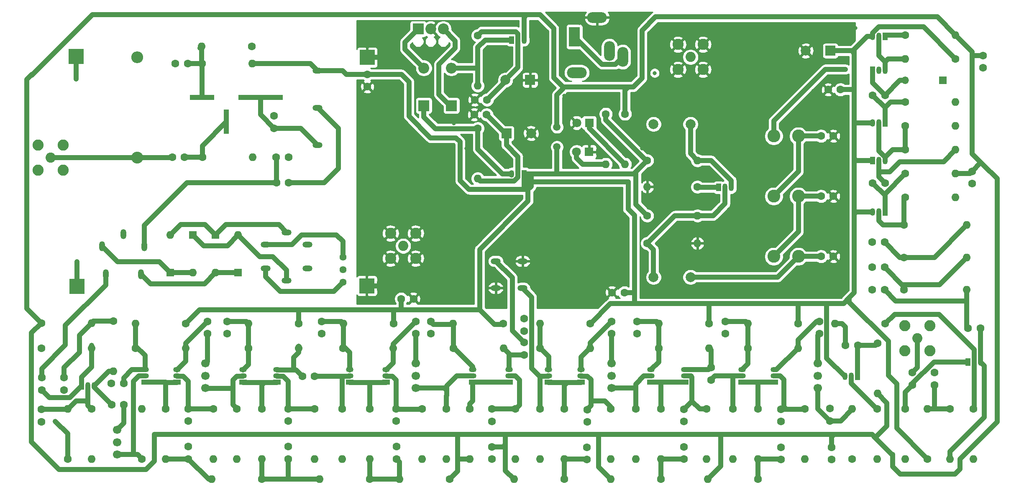
<source format=gbr>
%TF.GenerationSoftware,KiCad,Pcbnew,(5.1.6-0-10_14)*%
%TF.CreationDate,2020-10-31T17:57:06+01:00*%
%TF.ProjectId,FM_Receiver,464d5f52-6563-4656-9976-65722e6b6963,rev?*%
%TF.SameCoordinates,Original*%
%TF.FileFunction,Copper,L1,Top*%
%TF.FilePolarity,Positive*%
%FSLAX46Y46*%
G04 Gerber Fmt 4.6, Leading zero omitted, Abs format (unit mm)*
G04 Created by KiCad (PCBNEW (5.1.6-0-10_14)) date 2020-10-31 17:57:06*
%MOMM*%
%LPD*%
G01*
G04 APERTURE LIST*
%TA.AperFunction,ComponentPad*%
%ADD10O,2.200000X2.200000*%
%TD*%
%TA.AperFunction,ComponentPad*%
%ADD11R,2.200000X2.200000*%
%TD*%
%TA.AperFunction,ComponentPad*%
%ADD12O,4.000000X2.200000*%
%TD*%
%TA.AperFunction,ComponentPad*%
%ADD13O,2.200000X4.000000*%
%TD*%
%TA.AperFunction,ComponentPad*%
%ADD14R,2.200000X4.000000*%
%TD*%
%TA.AperFunction,ComponentPad*%
%ADD15C,2.250000*%
%TD*%
%TA.AperFunction,ComponentPad*%
%ADD16C,2.050000*%
%TD*%
%TA.AperFunction,ComponentPad*%
%ADD17R,1.800000X1.800000*%
%TD*%
%TA.AperFunction,ComponentPad*%
%ADD18C,1.800000*%
%TD*%
%TA.AperFunction,ComponentPad*%
%ADD19C,1.600000*%
%TD*%
%TA.AperFunction,ComponentPad*%
%ADD20O,1.600000X1.600000*%
%TD*%
%TA.AperFunction,SMDPad,CuDef*%
%ADD21C,1.500000*%
%TD*%
%TA.AperFunction,ComponentPad*%
%ADD22R,1.050000X1.500000*%
%TD*%
%TA.AperFunction,ComponentPad*%
%ADD23O,1.050000X1.500000*%
%TD*%
%TA.AperFunction,SMDPad,CuDef*%
%ADD24R,1.000000X5.000000*%
%TD*%
%TA.AperFunction,SMDPad,CuDef*%
%ADD25R,9.000000X1.000000*%
%TD*%
%TA.AperFunction,SMDPad,CuDef*%
%ADD26R,5.000000X1.000000*%
%TD*%
%TA.AperFunction,ComponentPad*%
%ADD27C,2.000000*%
%TD*%
%TA.AperFunction,ComponentPad*%
%ADD28R,2.000000X2.000000*%
%TD*%
%TA.AperFunction,ComponentPad*%
%ADD29C,2.200000*%
%TD*%
%TA.AperFunction,SMDPad,CuDef*%
%ADD30R,3.048000X3.048000*%
%TD*%
%TA.AperFunction,ComponentPad*%
%ADD31R,1.000000X1.500000*%
%TD*%
%TA.AperFunction,ComponentPad*%
%ADD32O,1.000000X1.500000*%
%TD*%
%TA.AperFunction,ComponentPad*%
%ADD33C,1.440000*%
%TD*%
%TA.AperFunction,ComponentPad*%
%ADD34O,2.000000X1.200000*%
%TD*%
%TA.AperFunction,ComponentPad*%
%ADD35O,1.200000X2.000000*%
%TD*%
%TA.AperFunction,ComponentPad*%
%ADD36C,2.400000*%
%TD*%
%TA.AperFunction,ComponentPad*%
%ADD37O,2.400000X2.400000*%
%TD*%
%TA.AperFunction,ComponentPad*%
%ADD38R,1.500000X1.050000*%
%TD*%
%TA.AperFunction,ComponentPad*%
%ADD39O,1.500000X1.050000*%
%TD*%
%TA.AperFunction,ComponentPad*%
%ADD40C,1.700000*%
%TD*%
%TA.AperFunction,ComponentPad*%
%ADD41O,1.500000X1.500000*%
%TD*%
%TA.AperFunction,ComponentPad*%
%ADD42R,1.500000X1.500000*%
%TD*%
%TA.AperFunction,ComponentPad*%
%ADD43C,2.600000*%
%TD*%
%TA.AperFunction,ComponentPad*%
%ADD44R,1.600000X1.600000*%
%TD*%
%TA.AperFunction,ViaPad*%
%ADD45C,0.800000*%
%TD*%
%TA.AperFunction,Conductor*%
%ADD46C,1.000000*%
%TD*%
%TA.AperFunction,Conductor*%
%ADD47C,0.254000*%
%TD*%
G04 APERTURE END LIST*
D10*
%TO.P,D101,2*%
%TO.N,VPOS*%
X117078000Y-76778000D03*
D11*
%TO.P,D101,1*%
%TO.N,Net-(D101-Pad1)*%
X117078000Y-84398000D03*
%TD*%
D10*
%TO.P,D102,2*%
%TO.N,Net-(D102-Pad2)*%
X122666000Y-76778000D03*
D11*
%TO.P,D102,1*%
%TO.N,VMIN*%
X122666000Y-84398000D03*
%TD*%
D12*
%TO.P,J107,S*%
%TO.N,GND*%
X152158000Y-66528000D03*
D13*
%TO.P,J107,R*%
%TO.N,/AUDIO*%
X157358000Y-74528000D03*
%TO.P,J107,RN*%
%TO.N,N/C*%
X154658000Y-73328000D03*
D12*
%TO.P,J107,TN*%
X148058000Y-77728000D03*
D14*
%TO.P,J107,T*%
%TO.N,/AUDIO*%
X147558000Y-70428000D03*
%TD*%
D15*
%TO.P,J110,2*%
%TO.N,GND*%
X168529000Y-77089000D03*
X168529000Y-72009000D03*
X173609000Y-72009000D03*
X173609000Y-77089000D03*
D16*
%TO.P,J110,1*%
%TO.N,/AUDIO*%
X171069000Y-74549000D03*
%TD*%
D17*
%TO.P,D103,1*%
%TO.N,GND*%
X150548199Y-93756199D03*
D18*
%TO.P,D103,2*%
%TO.N,Net-(D103-Pad2)*%
X148008199Y-93756199D03*
%TD*%
%TO.P,D104,2*%
%TO.N,GND*%
X148040600Y-87877800D03*
D17*
%TO.P,D104,1*%
%TO.N,Net-(D104-Pad1)*%
X150580600Y-87877800D03*
%TD*%
D19*
%TO.P,R103,1*%
%TO.N,VCC*%
X153933400Y-86074400D03*
D20*
%TO.P,R103,2*%
%TO.N,Net-(D103-Pad2)*%
X153933400Y-96234400D03*
%TD*%
%TO.P,R104,2*%
%TO.N,Net-(D104-Pad1)*%
X157819600Y-96234400D03*
D19*
%TO.P,R104,1*%
%TO.N,VEE*%
X157819600Y-86074400D03*
%TD*%
%TO.P,C109,2*%
%TO.N,VEE*%
X228076000Y-97696800D03*
%TO.P,C109,1*%
%TO.N,GND*%
X228076000Y-100196800D03*
%TD*%
%TO.P,C106,2*%
%TO.N,VEE*%
X230311200Y-74227200D03*
%TO.P,C106,1*%
%TO.N,GND*%
X230311200Y-76727200D03*
%TD*%
%TO.P,C105,2*%
%TO.N,GND*%
X105648000Y-80548000D03*
%TO.P,C105,1*%
%TO.N,VCC*%
X105648000Y-78048000D03*
%TD*%
%TO.P,C103,2*%
%TO.N,GND*%
X115006000Y-123514000D03*
%TO.P,C103,1*%
%TO.N,VCC*%
X112506000Y-123514000D03*
%TD*%
%TO.P,C102,2*%
%TO.N,GND*%
X155178000Y-122244000D03*
%TO.P,C102,1*%
%TO.N,VCC*%
X157678000Y-122244000D03*
%TD*%
D21*
%TO.P,TP102,1*%
%TO.N,VEE*%
X144041200Y-88740800D03*
%TD*%
%TO.P,TP101,1*%
%TO.N,VCC*%
X144041200Y-92740800D03*
%TD*%
D22*
%TO.P,Q102,1*%
%TO.N,Net-(D102-Pad2)*%
X134860000Y-71090000D03*
D23*
%TO.P,Q102,3*%
%TO.N,VEE*%
X137400000Y-71090000D03*
%TO.P,Q102,2*%
%TO.N,Net-(C111-Pad2)*%
X136130000Y-71090000D03*
%TD*%
D24*
%TO.P,Q201,2*%
%TO.N,Net-(C201-Pad1)*%
X77120000Y-87675000D03*
D25*
%TO.P,Q201,3*%
%TO.N,Net-(C204-Pad2)*%
X84045000Y-82750000D03*
D26*
%TO.P,Q201,1*%
%TO.N,Net-(C202-Pad1)*%
X72195000Y-82750000D03*
%TD*%
D19*
%TO.P,R203,1*%
%TO.N,GND*%
X82260000Y-72440000D03*
D20*
%TO.P,R203,2*%
%TO.N,Net-(C202-Pad1)*%
X72100000Y-72440000D03*
%TD*%
D19*
%TO.P,C201,1*%
%TO.N,Net-(C201-Pad1)*%
X68680000Y-94810000D03*
%TO.P,C201,2*%
%TO.N,/ANTENNA*%
X66180000Y-94810000D03*
%TD*%
%TO.P,C202,1*%
%TO.N,Net-(C202-Pad1)*%
X69310000Y-75890000D03*
%TO.P,C202,2*%
%TO.N,GND*%
X66810000Y-75890000D03*
%TD*%
%TO.P,C204,1*%
%TO.N,GND*%
X86800000Y-86460000D03*
%TO.P,C204,2*%
%TO.N,Net-(C204-Pad2)*%
X86800000Y-88960000D03*
%TD*%
%TO.P,R201,1*%
%TO.N,Net-(C201-Pad1)*%
X72260000Y-94810000D03*
D20*
%TO.P,R201,2*%
%TO.N,GND*%
X82420000Y-94810000D03*
%TD*%
D19*
%TO.P,R102,1*%
%TO.N,Net-(C111-Pad2)*%
X128000000Y-70200000D03*
D20*
%TO.P,R102,2*%
%TO.N,Net-(D102-Pad2)*%
X128000000Y-80360000D03*
%TD*%
D19*
%TO.P,C112,2*%
%TO.N,Net-(C111-Pad2)*%
X129900000Y-83200000D03*
%TO.P,C112,1*%
%TO.N,GND*%
X127400000Y-83200000D03*
%TD*%
D27*
%TO.P,C111,2*%
%TO.N,Net-(C111-Pad2)*%
X133600000Y-79200000D03*
D28*
%TO.P,C111,1*%
%TO.N,GND*%
X138600000Y-79200000D03*
%TD*%
D22*
%TO.P,Q101,1*%
%TO.N,VCC*%
X137400000Y-98200000D03*
D23*
%TO.P,Q101,3*%
%TO.N,Net-(D101-Pad1)*%
X134860000Y-98200000D03*
%TO.P,Q101,2*%
%TO.N,Net-(C107-Pad1)*%
X136130000Y-98200000D03*
%TD*%
D19*
%TO.P,C110,2*%
%TO.N,GND*%
X127300000Y-86200000D03*
%TO.P,C110,1*%
%TO.N,Net-(C107-Pad1)*%
X129800000Y-86200000D03*
%TD*%
D11*
%TO.P,J101,1*%
%TO.N,VPOS*%
X115933000Y-68877000D03*
D29*
%TO.P,J101,2*%
%TO.N,GND*%
X118473000Y-68877000D03*
%TO.P,J101,3*%
%TO.N,VMIN*%
X121013000Y-68877000D03*
%TD*%
D30*
%TO.P,J103,1*%
%TO.N,GND*%
X46880000Y-121040000D03*
%TD*%
D20*
%TO.P,R101,2*%
%TO.N,Net-(C107-Pad1)*%
X128000000Y-99160000D03*
D19*
%TO.P,R101,1*%
%TO.N,Net-(D101-Pad1)*%
X128000000Y-89000000D03*
%TD*%
D27*
%TO.P,C107,2*%
%TO.N,GND*%
X138800000Y-90000000D03*
D28*
%TO.P,C107,1*%
%TO.N,Net-(C107-Pad1)*%
X133800000Y-90000000D03*
%TD*%
D30*
%TO.P,J102,1*%
%TO.N,GND*%
X46750000Y-74470000D03*
%TD*%
%TO.P,J105,1*%
%TO.N,GND*%
X105560000Y-120880000D03*
%TD*%
%TO.P,J104,1*%
%TO.N,GND*%
X105630000Y-74630000D03*
%TD*%
D15*
%TO.P,J109,2*%
%TO.N,GND*%
X214460000Y-134040000D03*
X214460000Y-128960000D03*
X219540000Y-128960000D03*
X219540000Y-134040000D03*
D16*
%TO.P,J109,1*%
%TO.N,/LO2*%
X217000000Y-131500000D03*
%TD*%
D19*
%TO.P,C403,2*%
%TO.N,Net-(C403-Pad2)*%
X216000000Y-140950000D03*
%TO.P,C403,1*%
%TO.N,/LO2*%
X216000000Y-138450000D03*
%TD*%
D31*
%TO.P,Q401,1*%
%TO.N,Net-(C403-Pad2)*%
X227250000Y-136350000D03*
D32*
%TO.P,Q401,3*%
%TO.N,Net-(C401-Pad2)*%
X229790000Y-136350000D03*
%TO.P,Q401,2*%
%TO.N,/IF Amplifier/IFAMP_OUT*%
X228520000Y-136350000D03*
%TD*%
D20*
%TO.P,R403,2*%
%TO.N,Net-(C401-Pad2)*%
X223550000Y-155930600D03*
D19*
%TO.P,R403,1*%
%TO.N,Net-(C402-Pad1)*%
X223550000Y-145770600D03*
%TD*%
D20*
%TO.P,R402,2*%
%TO.N,Net-(C402-Pad1)*%
X219000000Y-145770600D03*
D19*
%TO.P,R402,1*%
%TO.N,VCC*%
X219000000Y-155930600D03*
%TD*%
%TO.P,C108,2*%
%TO.N,GND*%
X198922000Y-81153000D03*
%TO.P,C108,1*%
%TO.N,VCC*%
X201422000Y-81153000D03*
%TD*%
%TO.P,C104,2*%
%TO.N,VEE*%
X199644000Y-153583000D03*
%TO.P,C104,1*%
%TO.N,GND*%
X199644000Y-156083000D03*
%TD*%
D27*
%TO.P,C101,2*%
%TO.N,GND*%
X194390000Y-73279000D03*
D28*
%TO.P,C101,1*%
%TO.N,VCC*%
X199390000Y-73279000D03*
%TD*%
D20*
%TO.P,L501,2*%
%TO.N,/Detector/DET_IN*%
X227009200Y-121666000D03*
D19*
%TO.P,L501,1*%
%TO.N,Net-(C502-Pad1)*%
X214309200Y-121666000D03*
%TD*%
D20*
%TO.P,L502,2*%
%TO.N,Net-(C502-Pad1)*%
X227009200Y-115122400D03*
D19*
%TO.P,L502,1*%
%TO.N,Net-(C503-Pad1)*%
X214309200Y-115122400D03*
%TD*%
D15*
%TO.P,J108,2*%
%TO.N,GND*%
X110372400Y-115335200D03*
X110372400Y-110255200D03*
X115452400Y-110255200D03*
X115452400Y-115335200D03*
D16*
%TO.P,J108,1*%
%TO.N,/LO1*%
X112912400Y-112795200D03*
%TD*%
D33*
%TO.P,RV201,1*%
%TO.N,Net-(RV201-Pad1)*%
X100712000Y-120150000D03*
%TO.P,RV201,2*%
%TO.N,GND*%
X100712000Y-117610000D03*
%TO.P,RV201,3*%
%TO.N,Net-(RV201-Pad3)*%
X100712000Y-115070000D03*
%TD*%
D34*
%TO.P,T202,5*%
%TO.N,Net-(RV201-Pad1)*%
X85065600Y-117381400D03*
%TO.P,T202,1*%
%TO.N,/LO1*%
X93498400Y-117381400D03*
%TO.P,T202,2*%
%TO.N,GND*%
X93498400Y-112504600D03*
%TO.P,T202,4*%
%TO.N,Net-(RV201-Pad3)*%
X85065600Y-112504600D03*
%TO.P,T202,3*%
%TO.N,Net-(D201-Pad1)*%
X89282000Y-110043000D03*
%TO.P,T202,6*%
%TO.N,Net-(D202-Pad2)*%
X89282000Y-119843000D03*
%TD*%
D19*
%TO.P,R202,1*%
%TO.N,Net-(C202-Pad1)*%
X72160000Y-75890000D03*
D20*
%TO.P,R202,2*%
%TO.N,VCC*%
X82320000Y-75890000D03*
%TD*%
D19*
%TO.P,C317,2*%
%TO.N,GND*%
X118529100Y-130606800D03*
%TO.P,C317,1*%
%TO.N,Net-(C317-Pad1)*%
X118529100Y-128106800D03*
%TD*%
D20*
%TO.P,R325,2*%
%TO.N,Net-(C317-Pad1)*%
X123024900Y-128550000D03*
D19*
%TO.P,R325,1*%
%TO.N,VCC*%
X133184900Y-128550000D03*
%TD*%
D20*
%TO.P,R327,2*%
%TO.N,Net-(C320-Pad2)*%
X133210300Y-133502400D03*
D19*
%TO.P,R327,1*%
%TO.N,Net-(C317-Pad1)*%
X123050300Y-133502400D03*
%TD*%
D35*
%TO.P,T201,5*%
%TO.N,Net-(D201-Pad2)*%
X59818000Y-118549800D03*
%TO.P,T201,1*%
%TO.N,Net-(C203-Pad2)*%
X60554600Y-112885600D03*
%TO.P,T201,2*%
%TO.N,GND*%
X56262000Y-110396400D03*
%TO.P,T201,4*%
%TO.N,/IF Amplifier/IFAMP_IN*%
X52706000Y-118549800D03*
%TO.P,T201,3*%
%TO.N,Net-(D203-Pad1)*%
X51969400Y-112885600D03*
%TD*%
D34*
%TO.P,T301,2*%
%TO.N,GND*%
X131648200Y-121335800D03*
%TO.P,T301,3*%
%TO.N,Net-(Q310-Pad2)*%
X137083800Y-121335800D03*
%TO.P,T301,1*%
%TO.N,Net-(C320-Pad1)*%
X131648200Y-115900200D03*
%TO.P,T301,4*%
%TO.N,GND*%
X137083800Y-115900200D03*
%TD*%
D16*
%TO.P,J106,1*%
%TO.N,/ANTENNA*%
X41538400Y-94913600D03*
D15*
%TO.P,J106,2*%
%TO.N,GND*%
X38998400Y-92373600D03*
X38998400Y-97453600D03*
X44078400Y-97453600D03*
X44078400Y-92373600D03*
%TD*%
D27*
%TO.P,C510,2*%
%TO.N,Net-(C510-Pad2)*%
X171076000Y-88138000D03*
%TO.P,C510,1*%
%TO.N,/AUDIO*%
X163576000Y-88138000D03*
%TD*%
D34*
%TO.P,L202,1*%
%TO.N,Net-(C204-Pad2)*%
X95600000Y-92350000D03*
%TO.P,L202,3*%
%TO.N,Net-(C205-Pad2)*%
X95600000Y-84850000D03*
%TO.P,L202,2*%
%TO.N,VCC*%
X95600000Y-77350000D03*
%TD*%
D19*
%TO.P,C203,1*%
%TO.N,GND*%
X89696800Y-94862800D03*
%TO.P,C203,2*%
%TO.N,Net-(C203-Pad2)*%
X87196800Y-94862800D03*
%TD*%
%TO.P,C205,1*%
%TO.N,Net-(C203-Pad2)*%
X87246000Y-100043000D03*
%TO.P,C205,2*%
%TO.N,Net-(C205-Pad2)*%
X89746000Y-100043000D03*
%TD*%
D36*
%TO.P,L201,1*%
%TO.N,/ANTENNA*%
X59090000Y-94880000D03*
D37*
%TO.P,L201,2*%
%TO.N,GND*%
X59090000Y-74560000D03*
%TD*%
D19*
%TO.P,C301,2*%
%TO.N,/IF Amplifier/IFAMP_IN*%
X39751000Y-139458700D03*
%TO.P,C301,1*%
%TO.N,Net-(C301-Pad1)*%
X39751000Y-141958700D03*
%TD*%
%TO.P,C303,2*%
%TO.N,Net-(C303-Pad2)*%
X44272200Y-139486000D03*
%TO.P,C303,1*%
%TO.N,GND*%
X44272200Y-141986000D03*
%TD*%
D22*
%TO.P,Q301,1*%
%TO.N,Net-(C301-Pad1)*%
X47790100Y-141147800D03*
D23*
%TO.P,Q301,3*%
%TO.N,Net-(C304-Pad2)*%
X50330100Y-141147800D03*
%TO.P,Q301,2*%
%TO.N,Net-(C302-Pad1)*%
X49060100Y-141147800D03*
%TD*%
D20*
%TO.P,R301,2*%
%TO.N,Net-(C301-Pad1)*%
X49885600Y-133502400D03*
D19*
%TO.P,R301,1*%
%TO.N,GND*%
X39725600Y-133502400D03*
%TD*%
D20*
%TO.P,R304,2*%
%TO.N,Net-(C303-Pad2)*%
X49834800Y-128409700D03*
D19*
%TO.P,R304,1*%
%TO.N,VEE*%
X39674800Y-128409700D03*
%TD*%
%TO.P,C302,2*%
%TO.N,GND*%
X39674800Y-148410300D03*
%TO.P,C302,1*%
%TO.N,Net-(C302-Pad1)*%
X39674800Y-145910300D03*
%TD*%
%TO.P,C304,2*%
%TO.N,Net-(C304-Pad2)*%
X53875300Y-144970500D03*
%TO.P,C304,1*%
%TO.N,Net-(C304-Pad1)*%
X56375300Y-144970500D03*
%TD*%
%TO.P,C305,2*%
%TO.N,GND*%
X53835300Y-140652500D03*
%TO.P,C305,1*%
%TO.N,Net-(C305-Pad1)*%
X56335300Y-140652500D03*
%TD*%
%TO.P,C306,2*%
%TO.N,GND*%
X69430900Y-153430600D03*
%TO.P,C306,1*%
%TO.N,Net-(C306-Pad1)*%
X69430900Y-155930600D03*
%TD*%
%TO.P,C307,2*%
%TO.N,GND*%
X69430900Y-148270600D03*
%TO.P,C307,1*%
%TO.N,Net-(C307-Pad1)*%
X69430900Y-145770600D03*
%TD*%
%TO.P,C308,2*%
%TO.N,Net-(C308-Pad2)*%
X73329800Y-128106800D03*
%TO.P,C308,1*%
%TO.N,Net-(C308-Pad1)*%
X73329800Y-130606800D03*
%TD*%
%TO.P,C309,2*%
%TO.N,GND*%
X77254100Y-130606800D03*
%TO.P,C309,1*%
%TO.N,Net-(C309-Pad1)*%
X77254100Y-128106800D03*
%TD*%
D38*
%TO.P,Q302,1*%
%TO.N,Net-(Q302-Pad1)*%
X60655200Y-140423900D03*
D39*
%TO.P,Q302,3*%
%TO.N,Net-(C305-Pad1)*%
X60655200Y-137883900D03*
%TO.P,Q302,2*%
%TO.N,Net-(Q302-Pad2)*%
X60655200Y-139153900D03*
%TD*%
D38*
%TO.P,Q303,1*%
%TO.N,Net-(Q302-Pad1)*%
X67144900Y-140423900D03*
D39*
%TO.P,Q303,3*%
%TO.N,Net-(C308-Pad2)*%
X67144900Y-137883900D03*
%TO.P,Q303,2*%
%TO.N,Net-(C307-Pad1)*%
X67144900Y-139153900D03*
%TD*%
D20*
%TO.P,R302,2*%
%TO.N,GND*%
X49822100Y-155930600D03*
D19*
%TO.P,R302,1*%
%TO.N,Net-(C302-Pad1)*%
X49822100Y-145770600D03*
%TD*%
D20*
%TO.P,R303,2*%
%TO.N,Net-(C302-Pad1)*%
X44996100Y-145770600D03*
D19*
%TO.P,R303,1*%
%TO.N,Net-(C303-Pad2)*%
X44996100Y-155930600D03*
%TD*%
D20*
%TO.P,R305,2*%
%TO.N,Net-(C304-Pad2)*%
X54254400Y-138176000D03*
D19*
%TO.P,R305,1*%
%TO.N,Net-(C303-Pad2)*%
X54254400Y-128016000D03*
%TD*%
D20*
%TO.P,R306,2*%
%TO.N,GND*%
X60032900Y-145770600D03*
D19*
%TO.P,R306,1*%
%TO.N,Net-(Q302-Pad2)*%
X60032900Y-155930600D03*
%TD*%
D20*
%TO.P,R307,2*%
%TO.N,Net-(C305-Pad1)*%
X58762900Y-128550000D03*
D19*
%TO.P,R307,1*%
%TO.N,VCC*%
X68922900Y-128550000D03*
%TD*%
D20*
%TO.P,R308,2*%
%TO.N,Net-(C306-Pad1)*%
X64858900Y-155930600D03*
D19*
%TO.P,R308,1*%
%TO.N,Net-(Q302-Pad1)*%
X64858900Y-145770600D03*
%TD*%
D20*
%TO.P,R309,2*%
%TO.N,Net-(C308-Pad2)*%
X68922900Y-133502400D03*
D19*
%TO.P,R309,1*%
%TO.N,Net-(C305-Pad1)*%
X58762900Y-133502400D03*
%TD*%
D20*
%TO.P,R310,2*%
%TO.N,GND*%
X74510900Y-155930600D03*
D19*
%TO.P,R310,1*%
%TO.N,Net-(C307-Pad1)*%
X74510900Y-145770600D03*
%TD*%
D40*
%TO.P,Y301,3*%
%TO.N,Net-(Q302-Pad2)*%
X55016400Y-155063200D03*
%TO.P,Y301,2*%
%TO.N,GND*%
X55016400Y-152563200D03*
%TO.P,Y301,1*%
%TO.N,Net-(C304-Pad1)*%
X55016400Y-150063200D03*
%TD*%
%TO.P,Y302,3*%
%TO.N,Net-(Q304-Pad2)*%
X72910700Y-141588500D03*
%TO.P,Y302,2*%
%TO.N,GND*%
X72910700Y-139088500D03*
%TO.P,Y302,1*%
%TO.N,Net-(C308-Pad1)*%
X72910700Y-136588500D03*
%TD*%
D19*
%TO.P,C501,2*%
%TO.N,GND*%
X207857600Y-121666000D03*
%TO.P,C501,1*%
%TO.N,/Detector/DET_IN*%
X210357600Y-121666000D03*
%TD*%
%TO.P,C504,2*%
%TO.N,Net-(C504-Pad2)*%
X207939000Y-100076000D03*
%TO.P,C504,1*%
%TO.N,Net-(C504-Pad1)*%
X210439000Y-100076000D03*
%TD*%
%TO.P,C502,2*%
%TO.N,GND*%
X207857600Y-117094000D03*
%TO.P,C502,1*%
%TO.N,Net-(C502-Pad1)*%
X210357600Y-117094000D03*
%TD*%
%TO.P,C505,2*%
%TO.N,Net-(C505-Pad2)*%
X207939000Y-82296000D03*
%TO.P,C505,1*%
%TO.N,Net-(C505-Pad1)*%
X210439000Y-82296000D03*
%TD*%
%TO.P,C506,2*%
%TO.N,GND*%
X199985000Y-90551000D03*
%TO.P,C506,1*%
%TO.N,Net-(C506-Pad1)*%
X197485000Y-90551000D03*
%TD*%
%TO.P,C507,2*%
%TO.N,GND*%
X199985000Y-102743000D03*
%TO.P,C507,1*%
%TO.N,Net-(C507-Pad1)*%
X197485000Y-102743000D03*
%TD*%
%TO.P,C508,2*%
%TO.N,GND*%
X199985000Y-114935000D03*
%TO.P,C508,1*%
%TO.N,Net-(C508-Pad1)*%
X197485000Y-114935000D03*
%TD*%
D27*
%TO.P,C509,2*%
%TO.N,Net-(C508-Pad1)*%
X171076000Y-119126000D03*
%TO.P,C509,1*%
%TO.N,Net-(C509-Pad1)*%
X163576000Y-119126000D03*
%TD*%
D41*
%TO.P,D501,2*%
%TO.N,Net-(C505-Pad1)*%
X214523200Y-79292856D03*
D42*
%TO.P,D501,1*%
%TO.N,GND*%
X222143200Y-79292856D03*
%TD*%
D43*
%TO.P,L504,2*%
%TO.N,Net-(L504-Pad2)*%
X187913000Y-90551000D03*
%TO.P,L504,1*%
%TO.N,Net-(C506-Pad1)*%
X192913000Y-90551000D03*
%TD*%
%TO.P,L505,2*%
%TO.N,Net-(C506-Pad1)*%
X187913000Y-102743000D03*
%TO.P,L505,1*%
%TO.N,Net-(C507-Pad1)*%
X192913000Y-102743000D03*
%TD*%
%TO.P,L506,2*%
%TO.N,Net-(C507-Pad1)*%
X187913000Y-114935000D03*
%TO.P,L506,1*%
%TO.N,Net-(C508-Pad1)*%
X192913000Y-114935000D03*
%TD*%
D22*
%TO.P,Q501,1*%
%TO.N,Net-(C504-Pad2)*%
X210439000Y-105918000D03*
D23*
%TO.P,Q501,3*%
%TO.N,VCC*%
X207899000Y-105918000D03*
%TO.P,Q501,2*%
%TO.N,Net-(L503-Pad1)*%
X209169000Y-105918000D03*
%TD*%
D22*
%TO.P,Q502,1*%
%TO.N,VCC*%
X207899000Y-95504000D03*
D23*
%TO.P,Q502,3*%
%TO.N,Net-(Q502-Pad3)*%
X210439000Y-95504000D03*
%TO.P,Q502,2*%
%TO.N,Net-(C504-Pad1)*%
X209169000Y-95504000D03*
%TD*%
D22*
%TO.P,Q503,1*%
%TO.N,Net-(C505-Pad2)*%
X210439000Y-87884000D03*
D23*
%TO.P,Q503,3*%
%TO.N,VCC*%
X207899000Y-87884000D03*
%TO.P,Q503,2*%
%TO.N,Net-(Q502-Pad3)*%
X209169000Y-87884000D03*
%TD*%
D22*
%TO.P,Q504,1*%
%TO.N,Net-(C505-Pad1)*%
X207899000Y-77216000D03*
D23*
%TO.P,Q504,3*%
%TO.N,Net-(Q504-Pad3)*%
X210439000Y-77216000D03*
%TO.P,Q504,2*%
%TO.N,GND*%
X209169000Y-77216000D03*
%TD*%
D22*
%TO.P,Q505,1*%
%TO.N,Net-(L504-Pad2)*%
X210439000Y-70358000D03*
D23*
%TO.P,Q505,3*%
%TO.N,VCC*%
X207899000Y-70358000D03*
%TO.P,Q505,2*%
%TO.N,Net-(Q504-Pad3)*%
X209169000Y-70358000D03*
%TD*%
D22*
%TO.P,Q506,1*%
%TO.N,Net-(Q506-Pad1)*%
X176784000Y-100965000D03*
D23*
%TO.P,Q506,3*%
%TO.N,Net-(C510-Pad2)*%
X179324000Y-100965000D03*
%TO.P,Q506,2*%
%TO.N,Net-(C509-Pad1)*%
X178054000Y-100965000D03*
%TD*%
D20*
%TO.P,R501,2*%
%TO.N,GND*%
X224723200Y-102940000D03*
D19*
%TO.P,R501,1*%
%TO.N,Net-(L503-Pad1)*%
X214563200Y-102940000D03*
%TD*%
D20*
%TO.P,R502,2*%
%TO.N,VEE*%
X224723200Y-98120568D03*
D19*
%TO.P,R502,1*%
%TO.N,Net-(C504-Pad2)*%
X214563200Y-98120568D03*
%TD*%
D20*
%TO.P,R503,2*%
%TO.N,Net-(C504-Pad1)*%
X224723200Y-93301140D03*
D19*
%TO.P,R503,1*%
%TO.N,Net-(Q502-Pad3)*%
X214563200Y-93301140D03*
%TD*%
D20*
%TO.P,R504,2*%
%TO.N,GND*%
X224723200Y-88481712D03*
D19*
%TO.P,R504,1*%
%TO.N,Net-(Q502-Pad3)*%
X214563200Y-88481712D03*
%TD*%
D20*
%TO.P,R505,2*%
%TO.N,GND*%
X224723200Y-83662284D03*
D19*
%TO.P,R505,1*%
%TO.N,Net-(C505-Pad2)*%
X214563200Y-83662284D03*
%TD*%
D20*
%TO.P,R506,2*%
%TO.N,Net-(Q504-Pad3)*%
X214563200Y-74923428D03*
D19*
%TO.P,R506,1*%
%TO.N,VCC*%
X224723200Y-74923428D03*
%TD*%
D20*
%TO.P,R507,2*%
%TO.N,VEE*%
X224723200Y-70104000D03*
D19*
%TO.P,R507,1*%
%TO.N,Net-(L504-Pad2)*%
X214563200Y-70104000D03*
%TD*%
D20*
%TO.P,R508,2*%
%TO.N,Net-(C509-Pad1)*%
X172466000Y-106680000D03*
D19*
%TO.P,R508,1*%
%TO.N,VCC*%
X162306000Y-106680000D03*
%TD*%
D20*
%TO.P,R509,2*%
%TO.N,GND*%
X172466000Y-112268000D03*
D19*
%TO.P,R509,1*%
%TO.N,Net-(C509-Pad1)*%
X162306000Y-112268000D03*
%TD*%
D20*
%TO.P,R510,2*%
%TO.N,Net-(C510-Pad2)*%
X172466000Y-95504000D03*
D19*
%TO.P,R510,1*%
%TO.N,VCC*%
X162306000Y-95504000D03*
%TD*%
D20*
%TO.P,R511,2*%
%TO.N,GND*%
X162306000Y-100838000D03*
D19*
%TO.P,R511,1*%
%TO.N,Net-(Q506-Pad1)*%
X172466000Y-100838000D03*
%TD*%
%TO.P,C310,2*%
%TO.N,GND*%
X89662000Y-153456000D03*
%TO.P,C310,1*%
%TO.N,Net-(C310-Pad1)*%
X89662000Y-155956000D03*
%TD*%
D38*
%TO.P,Q315,1*%
%TO.N,Net-(Q314-Pad1)*%
X187985400Y-140423900D03*
D39*
%TO.P,Q315,3*%
%TO.N,Net-(C332-Pad2)*%
X187985400Y-137883900D03*
%TO.P,Q315,2*%
%TO.N,Net-(C331-Pad1)*%
X187985400Y-139153900D03*
%TD*%
D19*
%TO.P,C325,2*%
%TO.N,GND*%
X160223200Y-130606800D03*
%TO.P,C325,1*%
%TO.N,Net-(C325-Pad1)*%
X160223200Y-128106800D03*
%TD*%
%TO.P,C311,2*%
%TO.N,GND*%
X89662000Y-148296000D03*
%TO.P,C311,1*%
%TO.N,Net-(C311-Pad1)*%
X89662000Y-145796000D03*
%TD*%
%TO.P,C326,2*%
%TO.N,GND*%
X169748200Y-153494100D03*
%TO.P,C326,1*%
%TO.N,Net-(C326-Pad1)*%
X169748200Y-155994100D03*
%TD*%
%TO.P,C312,2*%
%TO.N,Net-(C312-Pad2)*%
X92508700Y-139217400D03*
%TO.P,C312,1*%
%TO.N,Net-(C312-Pad1)*%
X95008700Y-139217400D03*
%TD*%
%TO.P,C327,2*%
%TO.N,GND*%
X169748200Y-148372200D03*
%TO.P,C327,1*%
%TO.N,Net-(C327-Pad1)*%
X169748200Y-145872200D03*
%TD*%
%TO.P,C313,2*%
%TO.N,GND*%
X96393000Y-130606800D03*
%TO.P,C313,1*%
%TO.N,Net-(C313-Pad1)*%
X96393000Y-128106800D03*
%TD*%
%TO.P,C328,2*%
%TO.N,Net-(C328-Pad2)*%
X175221900Y-137426700D03*
%TO.P,C328,1*%
%TO.N,Net-(C328-Pad1)*%
X175221900Y-139926700D03*
%TD*%
%TO.P,C314,2*%
%TO.N,GND*%
X111569500Y-153456000D03*
%TO.P,C314,1*%
%TO.N,Net-(C314-Pad1)*%
X111569500Y-155956000D03*
%TD*%
%TO.P,C329,2*%
%TO.N,GND*%
X178117500Y-130606800D03*
%TO.P,C329,1*%
%TO.N,Net-(C329-Pad1)*%
X178117500Y-128106800D03*
%TD*%
%TO.P,C315,2*%
%TO.N,GND*%
X111506000Y-148296000D03*
%TO.P,C315,1*%
%TO.N,Net-(C315-Pad1)*%
X111506000Y-145796000D03*
%TD*%
%TO.P,C330,2*%
%TO.N,GND*%
X189382400Y-153557600D03*
%TO.P,C330,1*%
%TO.N,Net-(C330-Pad1)*%
X189382400Y-156057600D03*
%TD*%
%TO.P,C316,2*%
%TO.N,Net-(C316-Pad2)*%
X115443000Y-128106800D03*
%TO.P,C316,1*%
%TO.N,Net-(C316-Pad1)*%
X115443000Y-130606800D03*
%TD*%
%TO.P,C331,2*%
%TO.N,GND*%
X189395100Y-148384900D03*
%TO.P,C331,1*%
%TO.N,Net-(C331-Pad1)*%
X189395100Y-145884900D03*
%TD*%
%TO.P,C332,2*%
%TO.N,Net-(C332-Pad2)*%
X197129400Y-128106800D03*
%TO.P,C332,1*%
%TO.N,Net-(C332-Pad1)*%
X197129400Y-130606800D03*
%TD*%
%TO.P,C318,2*%
%TO.N,GND*%
X130898900Y-156006800D03*
%TO.P,C318,1*%
%TO.N,VEE*%
X130898900Y-153506800D03*
%TD*%
%TO.P,C319,2*%
%TO.N,GND*%
X130898900Y-148346800D03*
%TO.P,C319,1*%
%TO.N,Net-(C319-Pad1)*%
X130898900Y-145846800D03*
%TD*%
%TO.P,C333,2*%
%TO.N,GND*%
X199275700Y-145721700D03*
%TO.P,C333,1*%
%TO.N,Net-(C333-Pad1)*%
X199275700Y-148221700D03*
%TD*%
%TO.P,C320,2*%
%TO.N,Net-(C320-Pad2)*%
X137414000Y-134874000D03*
%TO.P,C320,1*%
%TO.N,Net-(C320-Pad1)*%
X137414000Y-132374000D03*
%TD*%
%TO.P,C334,2*%
%TO.N,Net-(C334-Pad2)*%
X204950000Y-132950000D03*
%TO.P,C334,1*%
%TO.N,Net-(C334-Pad1)*%
X202450000Y-132950000D03*
%TD*%
%TO.P,C321,2*%
%TO.N,GND*%
X137414000Y-127548000D03*
%TO.P,C321,1*%
%TO.N,Net-(C321-Pad1)*%
X137414000Y-130048000D03*
%TD*%
%TO.P,C322,2*%
%TO.N,GND*%
X150126700Y-153583000D03*
%TO.P,C322,1*%
%TO.N,Net-(C322-Pad1)*%
X150126700Y-156083000D03*
%TD*%
%TO.P,C323,2*%
%TO.N,GND*%
X150152100Y-148435700D03*
%TO.P,C323,1*%
%TO.N,Net-(C323-Pad1)*%
X150152100Y-145935700D03*
%TD*%
%TO.P,C324,2*%
%TO.N,Net-(C324-Pad2)*%
X155067000Y-128106800D03*
%TO.P,C324,1*%
%TO.N,Net-(C324-Pad1)*%
X155067000Y-130606800D03*
%TD*%
%TO.P,C402,2*%
%TO.N,GND*%
X220450000Y-138450000D03*
%TO.P,C402,1*%
%TO.N,Net-(C402-Pad1)*%
X220450000Y-140950000D03*
%TD*%
D44*
%TO.P,D201,1*%
%TO.N,Net-(D201-Pad1)*%
X74931000Y-110625000D03*
D20*
%TO.P,D201,2*%
%TO.N,Net-(D201-Pad2)*%
X74931000Y-118245000D03*
%TD*%
D44*
%TO.P,D202,1*%
%TO.N,Net-(D201-Pad2)*%
X79503000Y-118245000D03*
D20*
%TO.P,D202,2*%
%TO.N,Net-(D202-Pad2)*%
X79503000Y-110625000D03*
%TD*%
D44*
%TO.P,D203,1*%
%TO.N,Net-(D203-Pad1)*%
X65787000Y-118245000D03*
D20*
%TO.P,D203,2*%
%TO.N,Net-(D201-Pad1)*%
X65787000Y-110625000D03*
%TD*%
D44*
%TO.P,D204,1*%
%TO.N,Net-(D202-Pad2)*%
X70359000Y-110625000D03*
D20*
%TO.P,D204,2*%
%TO.N,Net-(D203-Pad1)*%
X70359000Y-118245000D03*
%TD*%
D38*
%TO.P,Q304,1*%
%TO.N,Net-(Q304-Pad1)*%
X80518000Y-140423900D03*
D39*
%TO.P,Q304,3*%
%TO.N,Net-(C309-Pad1)*%
X80518000Y-137883900D03*
%TO.P,Q304,2*%
%TO.N,Net-(Q304-Pad2)*%
X80518000Y-139153900D03*
%TD*%
D38*
%TO.P,Q305,1*%
%TO.N,Net-(Q304-Pad1)*%
X87376000Y-140423900D03*
D39*
%TO.P,Q305,3*%
%TO.N,Net-(C312-Pad2)*%
X87376000Y-137883900D03*
%TO.P,Q305,2*%
%TO.N,Net-(C311-Pad1)*%
X87376000Y-139153900D03*
%TD*%
D38*
%TO.P,Q312,1*%
%TO.N,Net-(Q312-Pad1)*%
X163080700Y-140423900D03*
D39*
%TO.P,Q312,3*%
%TO.N,Net-(C325-Pad1)*%
X163080700Y-137883900D03*
%TO.P,Q312,2*%
%TO.N,Net-(Q312-Pad2)*%
X163080700Y-139153900D03*
%TD*%
D38*
%TO.P,Q313,1*%
%TO.N,Net-(Q312-Pad1)*%
X169900600Y-140423900D03*
D39*
%TO.P,Q313,3*%
%TO.N,Net-(C328-Pad2)*%
X169900600Y-137883900D03*
%TO.P,Q313,2*%
%TO.N,Net-(C327-Pad1)*%
X169900600Y-139153900D03*
%TD*%
D38*
%TO.P,Q306,1*%
%TO.N,Net-(Q306-Pad1)*%
X102108000Y-140423900D03*
D39*
%TO.P,Q306,3*%
%TO.N,Net-(C313-Pad1)*%
X102108000Y-137883900D03*
%TO.P,Q306,2*%
%TO.N,Net-(C312-Pad1)*%
X102108000Y-139153900D03*
%TD*%
D38*
%TO.P,Q307,1*%
%TO.N,Net-(Q306-Pad1)*%
X109474000Y-140423900D03*
D39*
%TO.P,Q307,3*%
%TO.N,Net-(C316-Pad2)*%
X109474000Y-137883900D03*
%TO.P,Q307,2*%
%TO.N,Net-(C315-Pad1)*%
X109474000Y-139153900D03*
%TD*%
D38*
%TO.P,Q314,1*%
%TO.N,Net-(Q314-Pad1)*%
X181470300Y-140423900D03*
D39*
%TO.P,Q314,3*%
%TO.N,Net-(C329-Pad1)*%
X181470300Y-137883900D03*
%TO.P,Q314,2*%
%TO.N,Net-(C328-Pad1)*%
X181470300Y-139153900D03*
%TD*%
D38*
%TO.P,Q308,1*%
%TO.N,Net-(Q308-Pad1)*%
X126961900Y-140423900D03*
D39*
%TO.P,Q308,3*%
%TO.N,Net-(C317-Pad1)*%
X126961900Y-137883900D03*
%TO.P,Q308,2*%
%TO.N,Net-(Q308-Pad2)*%
X126961900Y-139153900D03*
%TD*%
D38*
%TO.P,Q309,1*%
%TO.N,Net-(Q308-Pad1)*%
X134315200Y-140423900D03*
D39*
%TO.P,Q309,3*%
%TO.N,Net-(C320-Pad2)*%
X134315200Y-137883900D03*
%TO.P,Q309,2*%
%TO.N,Net-(C319-Pad1)*%
X134315200Y-139153900D03*
%TD*%
D22*
%TO.P,Q316,1*%
%TO.N,Net-(C334-Pad2)*%
X204850000Y-139200000D03*
D23*
%TO.P,Q316,3*%
%TO.N,VCC*%
X202310000Y-139200000D03*
%TO.P,Q316,2*%
%TO.N,Net-(Q316-Pad2)*%
X203580000Y-139200000D03*
%TD*%
D38*
%TO.P,Q310,1*%
%TO.N,Net-(Q310-Pad1)*%
X142341600Y-140423900D03*
D39*
%TO.P,Q310,3*%
%TO.N,Net-(C321-Pad1)*%
X142341600Y-137883900D03*
%TO.P,Q310,2*%
%TO.N,Net-(Q310-Pad2)*%
X142341600Y-139153900D03*
%TD*%
D38*
%TO.P,Q311,1*%
%TO.N,Net-(Q310-Pad1)*%
X148945600Y-140423900D03*
D39*
%TO.P,Q311,3*%
%TO.N,Net-(C324-Pad2)*%
X148945600Y-137883900D03*
%TO.P,Q311,2*%
%TO.N,Net-(C323-Pad1)*%
X148945600Y-139153900D03*
%TD*%
D20*
%TO.P,R311,2*%
%TO.N,Net-(C306-Pad1)*%
X74155300Y-160058100D03*
D19*
%TO.P,R311,1*%
%TO.N,Net-(C310-Pad1)*%
X84315300Y-160058100D03*
%TD*%
D20*
%TO.P,R312,2*%
%TO.N,GND*%
X79248000Y-155930600D03*
D19*
%TO.P,R312,1*%
%TO.N,Net-(Q304-Pad2)*%
X79248000Y-145770600D03*
%TD*%
D20*
%TO.P,R313,2*%
%TO.N,Net-(C309-Pad1)*%
X81572100Y-128550000D03*
D19*
%TO.P,R313,1*%
%TO.N,VCC*%
X91732100Y-128550000D03*
%TD*%
D20*
%TO.P,R314,2*%
%TO.N,Net-(C310-Pad1)*%
X84328000Y-155930600D03*
D19*
%TO.P,R314,1*%
%TO.N,Net-(Q304-Pad1)*%
X84328000Y-145770600D03*
%TD*%
D20*
%TO.P,R335,2*%
%TO.N,GND*%
X160020000Y-155930600D03*
D19*
%TO.P,R335,1*%
%TO.N,Net-(Q312-Pad2)*%
X160020000Y-145770600D03*
%TD*%
D20*
%TO.P,R315,2*%
%TO.N,Net-(C312-Pad2)*%
X91732100Y-133502400D03*
D19*
%TO.P,R315,1*%
%TO.N,Net-(C309-Pad1)*%
X81572100Y-133502400D03*
%TD*%
D20*
%TO.P,R336,2*%
%TO.N,Net-(C325-Pad1)*%
X164680900Y-128550000D03*
D19*
%TO.P,R336,1*%
%TO.N,VCC*%
X174840900Y-128550000D03*
%TD*%
D20*
%TO.P,R316,2*%
%TO.N,GND*%
X94996000Y-155930600D03*
D19*
%TO.P,R316,1*%
%TO.N,Net-(C311-Pad1)*%
X94996000Y-145770600D03*
%TD*%
D20*
%TO.P,R337,2*%
%TO.N,Net-(C326-Pad1)*%
X165061900Y-155930600D03*
D19*
%TO.P,R337,1*%
%TO.N,Net-(Q312-Pad1)*%
X165061900Y-145770600D03*
%TD*%
D20*
%TO.P,R338,2*%
%TO.N,VEE*%
X154901900Y-160058100D03*
D19*
%TO.P,R338,1*%
%TO.N,Net-(C326-Pad1)*%
X165061900Y-160058100D03*
%TD*%
%TO.P,R317,1*%
%TO.N,Net-(C314-Pad1)*%
X106172000Y-160058100D03*
D20*
%TO.P,R317,2*%
%TO.N,Net-(C310-Pad1)*%
X96012000Y-160058100D03*
%TD*%
%TO.P,R339,2*%
%TO.N,Net-(C328-Pad2)*%
X174840900Y-133502400D03*
D19*
%TO.P,R339,1*%
%TO.N,Net-(C325-Pad1)*%
X164680900Y-133502400D03*
%TD*%
D20*
%TO.P,R318,2*%
%TO.N,GND*%
X100584000Y-155930600D03*
D19*
%TO.P,R318,1*%
%TO.N,Net-(C312-Pad1)*%
X100584000Y-145770600D03*
%TD*%
D20*
%TO.P,R340,2*%
%TO.N,GND*%
X174345600Y-155930600D03*
D19*
%TO.P,R340,1*%
%TO.N,Net-(C327-Pad1)*%
X174345600Y-145770600D03*
%TD*%
D20*
%TO.P,R319,2*%
%TO.N,Net-(C313-Pad1)*%
X100812600Y-128550000D03*
D19*
%TO.P,R319,1*%
%TO.N,VCC*%
X110972600Y-128550000D03*
%TD*%
D20*
%TO.P,R320,2*%
%TO.N,Net-(C314-Pad1)*%
X106172000Y-155930600D03*
D19*
%TO.P,R320,1*%
%TO.N,Net-(Q306-Pad1)*%
X106172000Y-145770600D03*
%TD*%
D20*
%TO.P,R341,2*%
%TO.N,GND*%
X179616100Y-155930600D03*
D19*
%TO.P,R341,1*%
%TO.N,Net-(C328-Pad1)*%
X179616100Y-145770600D03*
%TD*%
D20*
%TO.P,R321,2*%
%TO.N,Net-(C316-Pad2)*%
X110883700Y-133502400D03*
D19*
%TO.P,R321,1*%
%TO.N,Net-(C313-Pad1)*%
X100723700Y-133502400D03*
%TD*%
D20*
%TO.P,R342,2*%
%TO.N,Net-(C329-Pad1)*%
X182689500Y-128550000D03*
D19*
%TO.P,R342,1*%
%TO.N,VCC*%
X192849500Y-128550000D03*
%TD*%
D20*
%TO.P,R322,2*%
%TO.N,GND*%
X116713000Y-155930600D03*
D19*
%TO.P,R322,1*%
%TO.N,Net-(C315-Pad1)*%
X116713000Y-145770600D03*
%TD*%
D20*
%TO.P,R343,2*%
%TO.N,Net-(C330-Pad1)*%
X184708800Y-155930600D03*
D19*
%TO.P,R343,1*%
%TO.N,Net-(Q314-Pad1)*%
X184708800Y-145770600D03*
%TD*%
D20*
%TO.P,R344,2*%
%TO.N,VEE*%
X174561500Y-160058100D03*
D19*
%TO.P,R344,1*%
%TO.N,Net-(C330-Pad1)*%
X184721500Y-160058100D03*
%TD*%
D20*
%TO.P,R345,2*%
%TO.N,Net-(C332-Pad2)*%
X192824100Y-133502400D03*
D19*
%TO.P,R345,1*%
%TO.N,Net-(C329-Pad1)*%
X182664100Y-133502400D03*
%TD*%
D20*
%TO.P,R346,2*%
%TO.N,GND*%
X194233800Y-155930600D03*
D19*
%TO.P,R346,1*%
%TO.N,Net-(C331-Pad1)*%
X194233800Y-145770600D03*
%TD*%
D20*
%TO.P,R323,2*%
%TO.N,Net-(C314-Pad1)*%
X112141000Y-160058100D03*
D19*
%TO.P,R323,1*%
%TO.N,VEE*%
X122301000Y-160058100D03*
%TD*%
D20*
%TO.P,R324,2*%
%TO.N,GND*%
X121678700Y-155930600D03*
D19*
%TO.P,R324,1*%
%TO.N,Net-(Q308-Pad2)*%
X121678700Y-145770600D03*
%TD*%
D20*
%TO.P,R326,2*%
%TO.N,VEE*%
X126365000Y-155930600D03*
D19*
%TO.P,R326,1*%
%TO.N,Net-(Q308-Pad1)*%
X126365000Y-145770600D03*
%TD*%
D20*
%TO.P,R328,2*%
%TO.N,GND*%
X135623300Y-155930600D03*
D19*
%TO.P,R328,1*%
%TO.N,Net-(C319-Pad1)*%
X135623300Y-145770600D03*
%TD*%
D20*
%TO.P,R347,2*%
%TO.N,Net-(C333-Pad1)*%
X203784200Y-145770600D03*
D19*
%TO.P,R347,1*%
%TO.N,Net-(Q316-Pad2)*%
X203784200Y-155930600D03*
%TD*%
D20*
%TO.P,R348,2*%
%TO.N,GND*%
X208876900Y-155930600D03*
D19*
%TO.P,R348,1*%
%TO.N,Net-(Q316-Pad2)*%
X208876900Y-145770600D03*
%TD*%
D20*
%TO.P,R349,2*%
%TO.N,VEE*%
X208900000Y-142710000D03*
D19*
%TO.P,R349,1*%
%TO.N,Net-(C334-Pad2)*%
X208900000Y-132550000D03*
%TD*%
D20*
%TO.P,R329,2*%
%TO.N,GND*%
X140614400Y-155930600D03*
D19*
%TO.P,R329,1*%
%TO.N,Net-(Q310-Pad2)*%
X140614400Y-145770600D03*
%TD*%
D20*
%TO.P,R350,2*%
%TO.N,Net-(C334-Pad1)*%
X200340000Y-128550000D03*
D19*
%TO.P,R350,1*%
%TO.N,/IF Amplifier/IFAMP_OUT*%
X210500000Y-128550000D03*
%TD*%
D20*
%TO.P,R330,2*%
%TO.N,Net-(C321-Pad1)*%
X140576300Y-128550000D03*
D19*
%TO.P,R330,1*%
%TO.N,VCC*%
X150736300Y-128550000D03*
%TD*%
D20*
%TO.P,R331,2*%
%TO.N,Net-(C322-Pad1)*%
X145529300Y-155930600D03*
D19*
%TO.P,R331,1*%
%TO.N,Net-(Q310-Pad1)*%
X145529300Y-145770600D03*
%TD*%
D20*
%TO.P,R332,2*%
%TO.N,VEE*%
X135343900Y-160058100D03*
D19*
%TO.P,R332,1*%
%TO.N,Net-(C322-Pad1)*%
X145503900Y-160058100D03*
%TD*%
D20*
%TO.P,R333,2*%
%TO.N,Net-(C324-Pad2)*%
X150774400Y-133502400D03*
D19*
%TO.P,R333,1*%
%TO.N,Net-(C321-Pad1)*%
X140614400Y-133502400D03*
%TD*%
D20*
%TO.P,R334,2*%
%TO.N,GND*%
X154927300Y-155930600D03*
D19*
%TO.P,R334,1*%
%TO.N,Net-(C323-Pad1)*%
X154927300Y-145770600D03*
%TD*%
D20*
%TO.P,R401,2*%
%TO.N,GND*%
X228300000Y-155930600D03*
D19*
%TO.P,R401,1*%
%TO.N,/IF Amplifier/IFAMP_OUT*%
X228300000Y-145770600D03*
%TD*%
D20*
%TO.P,R404,2*%
%TO.N,GND*%
X214520300Y-155930600D03*
D19*
%TO.P,R404,1*%
%TO.N,Net-(C403-Pad2)*%
X214520300Y-145770600D03*
%TD*%
D40*
%TO.P,Y304,3*%
%TO.N,Net-(Q312-Pad2)*%
X155092400Y-141588500D03*
%TO.P,Y304,2*%
%TO.N,GND*%
X155092400Y-139088500D03*
%TO.P,Y304,1*%
%TO.N,Net-(C324-Pad1)*%
X155092400Y-136588500D03*
%TD*%
%TO.P,Y303,3*%
%TO.N,Net-(Q308-Pad2)*%
X115443000Y-141588500D03*
%TO.P,Y303,2*%
%TO.N,GND*%
X115443000Y-139088500D03*
%TO.P,Y303,1*%
%TO.N,Net-(C316-Pad1)*%
X115443000Y-136588500D03*
%TD*%
%TO.P,Y305,3*%
%TO.N,Net-(C333-Pad1)*%
X196850000Y-141588500D03*
%TO.P,Y305,2*%
%TO.N,GND*%
X196850000Y-139088500D03*
%TO.P,Y305,1*%
%TO.N,Net-(C332-Pad1)*%
X196850000Y-136588500D03*
%TD*%
D19*
%TO.P,C401,1*%
%TO.N,/Detector/DET_IN*%
X227263200Y-129457600D03*
%TO.P,C401,2*%
%TO.N,Net-(C401-Pad2)*%
X229763200Y-129457600D03*
%TD*%
%TO.P,C503,1*%
%TO.N,Net-(C503-Pad1)*%
X210357600Y-112033200D03*
%TO.P,C503,2*%
%TO.N,GND*%
X207857600Y-112033200D03*
%TD*%
%TO.P,L503,1*%
%TO.N,Net-(L503-Pad1)*%
X214309200Y-108578800D03*
D20*
%TO.P,L503,2*%
%TO.N,Net-(C503-Pad1)*%
X227009200Y-108578800D03*
%TD*%
D45*
%TO.N,GND*%
X107934000Y-67634000D03*
X113014000Y-67634000D03*
X123174000Y-67634000D03*
X128254000Y-67634000D03*
X133334000Y-67634000D03*
X148574000Y-67634000D03*
X158734000Y-67634000D03*
X173974000Y-68650000D03*
X179054000Y-68650000D03*
X184134000Y-68650000D03*
X189214000Y-68650000D03*
X194294000Y-68650000D03*
X199374000Y-68650000D03*
X204454000Y-68650000D03*
X110474000Y-72714000D03*
X130794000Y-72714000D03*
X140954000Y-72714000D03*
X166354000Y-72714000D03*
X176514000Y-72714000D03*
X181594000Y-72714000D03*
X186674000Y-72714000D03*
X191754000Y-72714000D03*
X196834000Y-72714000D03*
X179054000Y-77794000D03*
X184134000Y-77794000D03*
X189214000Y-77794000D03*
X194294000Y-77794000D03*
X105394000Y-82874000D03*
X110474000Y-82874000D03*
X135874000Y-82874000D03*
X140954000Y-82874000D03*
X145526000Y-82366000D03*
X150606000Y-82366000D03*
X155686000Y-82366000D03*
X166354000Y-82874000D03*
X171434000Y-82874000D03*
X176514000Y-82874000D03*
X181594000Y-82874000D03*
X186674000Y-82874000D03*
X196834000Y-82874000D03*
X201914000Y-82874000D03*
X107934000Y-87954000D03*
X113014000Y-87954000D03*
X123174000Y-87954000D03*
X138414000Y-87954000D03*
X168894000Y-87954000D03*
X173974000Y-87954000D03*
X179054000Y-87954000D03*
X184134000Y-87954000D03*
X194294000Y-87954000D03*
X199374000Y-87954000D03*
X105394000Y-93034000D03*
X110474000Y-93034000D03*
X115554000Y-93034000D03*
X125714000Y-93034000D03*
X130794000Y-93034000D03*
X140954000Y-93034000D03*
X161274000Y-93034000D03*
X166354000Y-93034000D03*
X176514000Y-93034000D03*
X181594000Y-93034000D03*
X186674000Y-93034000D03*
X196834000Y-93034000D03*
X201914000Y-93034000D03*
X107934000Y-98114000D03*
X113014000Y-98114000D03*
X118094000Y-98114000D03*
X163814000Y-98114000D03*
X168894000Y-98114000D03*
X173974000Y-98114000D03*
X184134000Y-98114000D03*
X189214000Y-98114000D03*
X194294000Y-98114000D03*
X199374000Y-98114000D03*
X105394000Y-103194000D03*
X110474000Y-103194000D03*
X115554000Y-103194000D03*
X120634000Y-103194000D03*
X125714000Y-103194000D03*
X130794000Y-103194000D03*
X135874000Y-103194000D03*
X140954000Y-103194000D03*
X146034000Y-103194000D03*
X151114000Y-103194000D03*
X156194000Y-103194000D03*
X166354000Y-103194000D03*
X171434000Y-103194000D03*
X176514000Y-103194000D03*
X181594000Y-103194000D03*
X201914000Y-103194000D03*
X118094000Y-108274000D03*
X123174000Y-108274000D03*
X128254000Y-108274000D03*
X138414000Y-108274000D03*
X143494000Y-108274000D03*
X148574000Y-108274000D03*
X153654000Y-108274000D03*
X163814000Y-108274000D03*
X168894000Y-108274000D03*
X173974000Y-108274000D03*
X179054000Y-108274000D03*
X184134000Y-108274000D03*
X189214000Y-108274000D03*
X199374000Y-108274000D03*
X120634000Y-113354000D03*
X125714000Y-113354000D03*
X135874000Y-113354000D03*
X140954000Y-113354000D03*
X151114000Y-113354000D03*
X156194000Y-113354000D03*
X166354000Y-113354000D03*
X176514000Y-113354000D03*
X181594000Y-113354000D03*
X201914000Y-113354000D03*
X107934000Y-118434000D03*
X113014000Y-118434000D03*
X118094000Y-118434000D03*
X123174000Y-118434000D03*
X138414000Y-118434000D03*
X143494000Y-118434000D03*
X148574000Y-118434000D03*
X153654000Y-118434000D03*
X168894000Y-117418000D03*
X173974000Y-117418000D03*
X179054000Y-117418000D03*
X184134000Y-117418000D03*
X194294000Y-117418000D03*
X199374000Y-117418000D03*
X105394000Y-123514000D03*
X110474000Y-123514000D03*
X120634000Y-123514000D03*
X125714000Y-123514000D03*
X130794000Y-123514000D03*
X140954000Y-123514000D03*
X146034000Y-123514000D03*
X161274000Y-122498000D03*
X166354000Y-122498000D03*
X171434000Y-122498000D03*
X176514000Y-122498000D03*
X181594000Y-122498000D03*
X186674000Y-122498000D03*
X191754000Y-122498000D03*
X196834000Y-122498000D03*
X168894000Y-68650000D03*
X108060000Y-120880000D03*
X110060000Y-120880000D03*
X109060000Y-120880000D03*
X108130000Y-74630000D03*
X110130000Y-74630000D03*
X109130000Y-74630000D03*
X46750000Y-78970000D03*
X46750000Y-77970000D03*
X46750000Y-76970000D03*
X46880000Y-118040000D03*
X46880000Y-117040000D03*
X46880000Y-116040000D03*
X107934000Y-108223200D03*
X151108920Y-123493680D03*
X146034000Y-113354000D03*
%TO.N,Net-(C303-Pad2)*%
X42503600Y-148304400D03*
%TO.N,/AUDIO*%
X163814000Y-77794000D03*
%TO.N,Net-(L504-Pad2)*%
X202422000Y-77032000D03*
X201406000Y-77032000D03*
X200390000Y-77032000D03*
%TD*%
D46*
%TO.N,GND*%
X110060000Y-120880000D02*
X110060000Y-120880000D01*
X105560000Y-120880000D02*
X108060000Y-120880000D01*
X110060000Y-120880000D02*
X109060000Y-120880000D01*
X109060000Y-120880000D02*
X108060000Y-120880000D01*
X110130000Y-74630000D02*
X110130000Y-74630000D01*
X105630000Y-74630000D02*
X108130000Y-74630000D01*
X110130000Y-74630000D02*
X109130000Y-74630000D01*
X109130000Y-74630000D02*
X108130000Y-74630000D01*
X46750000Y-74470000D02*
X46750000Y-76970000D01*
X46750000Y-78970000D02*
X46750000Y-78970000D01*
X46750000Y-77970000D02*
X46750000Y-78970000D01*
X46750000Y-76970000D02*
X46750000Y-77970000D01*
X46880000Y-118040000D02*
X46880000Y-117540000D01*
X46880000Y-117040000D02*
X46880000Y-116040000D01*
X46880000Y-119040000D02*
X46880000Y-118040000D01*
X46880000Y-117540000D02*
X46880000Y-117040000D01*
X46880000Y-121040000D02*
X46880000Y-119040000D01*
%TO.N,/ANTENNA*%
X66110000Y-94880000D02*
X66180000Y-94810000D01*
X59090000Y-94880000D02*
X66110000Y-94880000D01*
X59056400Y-94913600D02*
X59090000Y-94880000D01*
X41538400Y-94913600D02*
X59056400Y-94913600D01*
%TO.N,/IF Amplifier/IFAMP_IN*%
X39751000Y-139458700D02*
X39751000Y-137639000D01*
X39751000Y-137639000D02*
X44550000Y-132840000D01*
X44550000Y-132840000D02*
X44550000Y-128910000D01*
X52706000Y-120754000D02*
X52706000Y-118549800D01*
X44550000Y-128910000D02*
X52706000Y-120754000D01*
%TO.N,Net-(C301-Pad1)*%
X49885600Y-137302300D02*
X47790100Y-139397800D01*
X49885600Y-132969000D02*
X49885600Y-137302300D01*
X47790100Y-139397800D02*
X47790100Y-141147800D01*
X45451899Y-143486001D02*
X47790100Y-141147800D01*
X41278301Y-143486001D02*
X45451899Y-143486001D01*
X39751000Y-141958700D02*
X41278301Y-143486001D01*
%TO.N,Net-(C302-Pad1)*%
X49822100Y-145897600D02*
X49060100Y-145135600D01*
X44996100Y-145897600D02*
X46685200Y-144208500D01*
X48653700Y-144208500D02*
X49060100Y-144614900D01*
X46685200Y-144208500D02*
X48653700Y-144208500D01*
X49060100Y-144614900D02*
X49060100Y-141147800D01*
X49060100Y-145135600D02*
X49060100Y-144614900D01*
X44983400Y-145910300D02*
X44996100Y-145897600D01*
X39674800Y-145910300D02*
X44983400Y-145910300D01*
%TO.N,Net-(C303-Pad2)*%
X50228500Y-128016000D02*
X49834800Y-128409700D01*
X54254400Y-128016000D02*
X50228500Y-128016000D01*
X44996100Y-156057600D02*
X44996100Y-150796900D01*
X44996100Y-150796900D02*
X42503600Y-148304400D01*
X47380400Y-130864100D02*
X49834800Y-128409700D01*
X47380400Y-134334400D02*
X47380400Y-130864100D01*
X44272200Y-137442600D02*
X47380400Y-134334400D01*
X44272200Y-139486000D02*
X44272200Y-137442600D01*
%TO.N,Net-(C304-Pad2)*%
X50330100Y-141425300D02*
X53875300Y-144970500D01*
X50330100Y-141147800D02*
X50330100Y-141425300D01*
X53301900Y-138176000D02*
X54254400Y-138176000D01*
X50330100Y-141147800D02*
X53301900Y-138176000D01*
%TO.N,Net-(C304-Pad1)*%
X56375300Y-148704300D02*
X55016400Y-150063200D01*
X56375300Y-144970500D02*
X56375300Y-148704300D01*
%TO.N,Net-(C305-Pad1)*%
X60655200Y-134962900D02*
X58762900Y-133070600D01*
X60655200Y-137871200D02*
X60655200Y-134962900D01*
X58762900Y-128498600D02*
X58762900Y-133070600D01*
X56335300Y-140652500D02*
X56335300Y-139521130D01*
X56335300Y-139521130D02*
X57985230Y-137871200D01*
X57985230Y-137871200D02*
X60655200Y-137871200D01*
%TO.N,Net-(C308-Pad1)*%
X73329800Y-136198600D02*
X72910700Y-136617700D01*
X73329800Y-130606800D02*
X73329800Y-136198600D01*
%TO.N,Net-(C309-Pad1)*%
X81572100Y-128524000D02*
X81572100Y-133096000D01*
X81572100Y-136867900D02*
X80518000Y-137922000D01*
X81572100Y-133096000D02*
X81572100Y-136867900D01*
X81154900Y-128106800D02*
X81572100Y-128524000D01*
X77254100Y-128106800D02*
X81154900Y-128106800D01*
%TO.N,Net-(C310-Pad1)*%
X84315300Y-155943300D02*
X84328000Y-155930600D01*
X84315300Y-160058100D02*
X84315300Y-155943300D01*
X89662000Y-160010200D02*
X89614100Y-160058100D01*
X89662000Y-155956000D02*
X89662000Y-160010200D01*
X89614100Y-160058100D02*
X84315300Y-160058100D01*
X96012000Y-160058100D02*
X89614100Y-160058100D01*
%TO.N,Net-(C313-Pad1)*%
X102108000Y-134366000D02*
X100723700Y-132981700D01*
X102108000Y-137922000D02*
X102108000Y-134366000D01*
X100812600Y-132892800D02*
X100723700Y-132981700D01*
X100812600Y-128600200D02*
X100812600Y-132892800D01*
X100369400Y-128106800D02*
X100812600Y-128550000D01*
X96393000Y-128106800D02*
X100369400Y-128106800D01*
%TO.N,Net-(C314-Pad1)*%
X106172000Y-160058100D02*
X106172000Y-155930600D01*
X112141000Y-160058100D02*
X106172000Y-160058100D01*
X112141000Y-156527500D02*
X111569500Y-155956000D01*
X112141000Y-160058100D02*
X112141000Y-156527500D01*
%TO.N,Net-(C315-Pad1)*%
X111569500Y-145859500D02*
X111506000Y-145796000D01*
X116713000Y-145859500D02*
X111569500Y-145859500D01*
X110739002Y-139192000D02*
X109474000Y-139192000D01*
X111506000Y-139958998D02*
X110739002Y-139192000D01*
X111506000Y-145796000D02*
X111506000Y-139958998D01*
%TO.N,Net-(C316-Pad1)*%
X115443000Y-136588500D02*
X115443000Y-130606800D01*
%TO.N,Net-(C316-Pad2)*%
X110883700Y-136512300D02*
X109474000Y-137922000D01*
X110883700Y-132981700D02*
X110883700Y-136512300D01*
X110883700Y-132666100D02*
X110883700Y-133502400D01*
X115443000Y-128106800D02*
X110883700Y-132666100D01*
%TO.N,Net-(C317-Pad1)*%
X123050300Y-133350000D02*
X123050300Y-128701800D01*
X123050300Y-128701800D02*
X123024900Y-128676400D01*
X119009800Y-128676400D02*
X118529100Y-128195700D01*
X123024900Y-128676400D02*
X119009800Y-128676400D01*
X126961900Y-137261600D02*
X123050300Y-133350000D01*
X126961900Y-137858500D02*
X126961900Y-137261600D01*
%TO.N,Net-(C319-Pad1)*%
X135580202Y-139128500D02*
X134315200Y-139128500D01*
X136423299Y-139971597D02*
X135580202Y-139128500D01*
X136423299Y-145046801D02*
X136423299Y-139971597D01*
X135623300Y-145846800D02*
X136423299Y-145046801D01*
X135623300Y-145846800D02*
X130898900Y-145846800D01*
%TO.N,Net-(C322-Pad1)*%
X145503900Y-155956000D02*
X145529300Y-155930600D01*
X145503900Y-160058100D02*
X145503900Y-155956000D01*
X149974300Y-155930600D02*
X150126700Y-156083000D01*
X145529300Y-155930600D02*
X149974300Y-155930600D01*
%TO.N,Net-(C323-Pad1)*%
X150210602Y-139166600D02*
X148945600Y-139166600D01*
X150952099Y-139908097D02*
X150210602Y-139166600D01*
X150152100Y-145935700D02*
X150952099Y-145135701D01*
X150952099Y-145135701D02*
X150952099Y-144830901D01*
X154927300Y-145770600D02*
X154927300Y-145361300D01*
X153746099Y-144180099D02*
X150952099Y-144180099D01*
X154927300Y-145361300D02*
X153746099Y-144180099D01*
X150952099Y-144180099D02*
X150952099Y-139908097D01*
X150952099Y-144830901D02*
X150952099Y-144180099D01*
%TO.N,Net-(C324-Pad1)*%
X155092400Y-130632200D02*
X155067000Y-130606800D01*
X155092400Y-136588500D02*
X155092400Y-130632200D01*
%TO.N,Net-(C325-Pad1)*%
X164680900Y-133451600D02*
X164680900Y-128612900D01*
X164680900Y-136283700D02*
X163080700Y-137883900D01*
X164680900Y-133451600D02*
X164680900Y-136283700D01*
X164237700Y-128106800D02*
X164680900Y-128550000D01*
X160223200Y-128106800D02*
X164237700Y-128106800D01*
%TO.N,Net-(C326-Pad1)*%
X165074600Y-155994100D02*
X165061900Y-155981400D01*
X169748200Y-155994100D02*
X165074600Y-155994100D01*
X165061900Y-160045400D02*
X165061900Y-155981400D01*
%TO.N,Net-(C327-Pad1)*%
X171165602Y-139153900D02*
X169900600Y-139153900D01*
X171350601Y-144269799D02*
X171350601Y-139338899D01*
X171350601Y-139338899D02*
X171165602Y-139153900D01*
X169748200Y-145872200D02*
X171350601Y-144269799D01*
X172927602Y-145846800D02*
X171350601Y-144269799D01*
X174345600Y-145846800D02*
X172927602Y-145846800D01*
%TO.N,Net-(C328-Pad1)*%
X176007400Y-139141200D02*
X175221900Y-139926700D01*
X179616100Y-139319000D02*
X179793900Y-139141200D01*
X179616100Y-145834100D02*
X179616100Y-139319000D01*
X179793900Y-139141200D02*
X176007400Y-139141200D01*
X181470300Y-139141200D02*
X179793900Y-139141200D01*
%TO.N,VEE*%
X174561500Y-160058100D02*
X177177700Y-157441900D01*
X177177700Y-157441900D02*
X177177700Y-151003000D01*
X133667500Y-151003000D02*
X133623299Y-151047201D01*
X133157600Y-153506800D02*
X133623299Y-153041101D01*
X130898900Y-153506800D02*
X133157600Y-153506800D01*
X133623299Y-151047201D02*
X133623299Y-153041101D01*
X133623299Y-158324799D02*
X135343900Y-160045400D01*
X133623299Y-153041101D02*
X133623299Y-158324799D01*
X152450800Y-150964900D02*
X133667500Y-151003000D01*
X152488900Y-151003000D02*
X152450800Y-150964900D01*
X177177700Y-151003000D02*
X152488900Y-151003000D01*
X152450800Y-157594300D02*
X154901900Y-160045400D01*
X152450800Y-150964900D02*
X152450800Y-157594300D01*
X123913900Y-158432500D02*
X122301000Y-160045400D01*
X133667500Y-151003000D02*
X123913900Y-151003000D01*
X123913900Y-156794200D02*
X123913900Y-158432500D01*
X199644000Y-151511000D02*
X200152000Y-151003000D01*
X199644000Y-153583000D02*
X199644000Y-151511000D01*
X177177700Y-151003000D02*
X200152000Y-151003000D01*
X207803000Y-151003000D02*
X200152000Y-151003000D01*
X208425000Y-151625000D02*
X207803000Y-151003000D01*
X208900000Y-142710000D02*
X210799989Y-144609989D01*
X210799989Y-144609989D02*
X210799989Y-149250011D01*
X210799989Y-149250011D02*
X208425000Y-151625000D01*
X137400000Y-71090000D02*
X137400000Y-71240000D01*
X50000000Y-66000000D02*
X37719000Y-78281000D01*
X137400000Y-66520000D02*
X137920000Y-66000000D01*
X137400000Y-71090000D02*
X137400000Y-66520000D01*
X137920000Y-66000000D02*
X50000000Y-66000000D01*
X37674799Y-130409701D02*
X39674800Y-128409700D01*
X37626800Y-130457700D02*
X37674799Y-130409701D01*
X37626800Y-152470000D02*
X37626800Y-130457700D01*
X43214401Y-158057601D02*
X37626800Y-152470000D01*
X62572900Y-156350602D02*
X60865901Y-158057601D01*
X62572900Y-151003000D02*
X62572900Y-156350602D01*
X60865901Y-158057601D02*
X43214401Y-158057601D01*
X123913900Y-151003000D02*
X62572900Y-151003000D01*
X211800000Y-155000000D02*
X208425000Y-151625000D01*
X212000000Y-155000000D02*
X211800000Y-155000000D01*
X212000000Y-157500000D02*
X212000000Y-155000000D01*
X213500000Y-159000000D02*
X212000000Y-157500000D01*
X225593998Y-158000000D02*
X224593998Y-159000000D01*
X225593998Y-155956000D02*
X225593998Y-158000000D01*
X233150000Y-148399998D02*
X225593998Y-155956000D01*
X233150000Y-99174800D02*
X233150000Y-148399998D01*
X224593998Y-159000000D02*
X213500000Y-159000000D01*
X228092000Y-74508000D02*
X228092000Y-94116800D01*
X230311200Y-96336000D02*
X233150000Y-99174800D01*
X228092000Y-73472800D02*
X224723200Y-70104000D01*
X228092000Y-74508000D02*
X228092000Y-73472800D01*
X228372800Y-74227200D02*
X228092000Y-74508000D01*
X230311200Y-74227200D02*
X228372800Y-74227200D01*
X227652232Y-98120568D02*
X228076000Y-97696800D01*
X224723200Y-98120568D02*
X227652232Y-98120568D01*
X229803200Y-95969600D02*
X229803200Y-95828000D01*
X228076000Y-97696800D02*
X229803200Y-95969600D01*
X229803200Y-95828000D02*
X230311200Y-96336000D01*
X228092000Y-94116800D02*
X229803200Y-95828000D01*
X36744010Y-79077390D02*
X37776300Y-78045100D01*
X36744010Y-125478910D02*
X36744010Y-79077390D01*
X39674800Y-128409700D02*
X36744010Y-125478910D01*
X143400000Y-68800000D02*
X140600000Y-66000000D01*
X140600000Y-66000000D02*
X137920000Y-66000000D01*
X143400000Y-78716000D02*
X143400000Y-68800000D01*
X145272000Y-80588000D02*
X143400000Y-78716000D01*
X145272000Y-80991998D02*
X145272000Y-80588000D01*
X144041200Y-82222798D02*
X145272000Y-80991998D01*
X144041200Y-88740800D02*
X144041200Y-82222798D01*
X157819600Y-81248400D02*
X158480000Y-80588000D01*
X157819600Y-86074400D02*
X157819600Y-81248400D01*
X158480000Y-80588000D02*
X145272000Y-80588000D01*
X159496000Y-80588000D02*
X158480000Y-80588000D01*
X161274000Y-78810000D02*
X159496000Y-80588000D01*
X161274000Y-69158000D02*
X161274000Y-78810000D01*
X164011000Y-66421000D02*
X161274000Y-69158000D01*
X221040200Y-66421000D02*
X164011000Y-66421000D01*
X224723200Y-70104000D02*
X221040200Y-66421000D01*
X123987200Y-155930600D02*
X123913900Y-156003900D01*
X126365000Y-155930600D02*
X123987200Y-155930600D01*
X123913900Y-156003900D02*
X123913900Y-156794200D01*
X123913900Y-151003000D02*
X123913900Y-156003900D01*
%TO.N,Net-(C330-Pad1)*%
X184721500Y-155943300D02*
X184708800Y-155930600D01*
X184721500Y-160058100D02*
X184721500Y-155943300D01*
X189255400Y-155930600D02*
X189382400Y-156057600D01*
X184708800Y-155930600D02*
X189255400Y-155930600D01*
%TO.N,Net-(C331-Pad1)*%
X189395100Y-145884900D02*
X189395100Y-145935700D01*
X189395100Y-145935700D02*
X189433200Y-145897600D01*
X189250402Y-139153900D02*
X189976000Y-139879498D01*
X187985400Y-139153900D02*
X189250402Y-139153900D01*
X189976000Y-139879498D02*
X189976000Y-145421200D01*
X190452400Y-145897600D02*
X194233800Y-145897600D01*
X189976000Y-145421200D02*
X190452400Y-145897600D01*
X189433200Y-145897600D02*
X190452400Y-145897600D01*
%TO.N,Net-(C332-Pad2)*%
X188442600Y-137883900D02*
X192824100Y-133502400D01*
X187985400Y-137883900D02*
X188442600Y-137883900D01*
X196559200Y-128106800D02*
X197129400Y-128106800D01*
X192824100Y-131841900D02*
X196559200Y-128106800D01*
X192824100Y-133502400D02*
X192824100Y-131841900D01*
%TO.N,Net-(C332-Pad1)*%
X196850000Y-130886200D02*
X197129400Y-130606800D01*
X196850000Y-136588500D02*
X196850000Y-130886200D01*
%TO.N,Net-(C333-Pad1)*%
X196850000Y-145796000D02*
X199275700Y-148221700D01*
X196850000Y-141588500D02*
X196850000Y-145796000D01*
X201447400Y-148221700D02*
X203784200Y-145884900D01*
X199275700Y-148221700D02*
X201447400Y-148221700D01*
%TO.N,Net-(C334-Pad1)*%
X202450000Y-132950000D02*
X202450000Y-129250000D01*
X201750000Y-128550000D02*
X200340000Y-128550000D01*
X202450000Y-129250000D02*
X201750000Y-128550000D01*
%TO.N,/IF Amplifier/IFAMP_OUT*%
X212386400Y-126663600D02*
X210500000Y-128550000D01*
X221421200Y-126663600D02*
X212386400Y-126663600D01*
X228520000Y-133762400D02*
X221421200Y-126663600D01*
X228520000Y-136350000D02*
X228520000Y-133762400D01*
X228520000Y-145550600D02*
X228520000Y-136350000D01*
X228300000Y-145770600D02*
X228520000Y-145550600D01*
%TO.N,Net-(C402-Pad1)*%
X220450000Y-145618000D02*
X220297400Y-145770600D01*
X220450000Y-140950000D02*
X220450000Y-145618000D01*
X220297400Y-145770600D02*
X223550000Y-145770600D01*
X219000000Y-145770600D02*
X220297400Y-145770600D01*
%TO.N,/LO2*%
X217000000Y-137450000D02*
X216000000Y-138450000D01*
X217000000Y-131500000D02*
X217000000Y-137450000D01*
%TO.N,Net-(C403-Pad2)*%
X214520300Y-142429700D02*
X216000000Y-140950000D01*
X214520300Y-145996800D02*
X214520300Y-142429700D01*
X216000000Y-140679998D02*
X216000000Y-140950000D01*
X220329998Y-136350000D02*
X216000000Y-140679998D01*
X227250000Y-136350000D02*
X220329998Y-136350000D01*
%TO.N,/Detector/DET_IN*%
X227009200Y-129203600D02*
X227263200Y-129457600D01*
X227009200Y-121666000D02*
X227009200Y-123920400D01*
X227009200Y-123920400D02*
X227009200Y-129203600D01*
X212612000Y-123920400D02*
X210357600Y-121666000D01*
X227009200Y-123920400D02*
X212612000Y-123920400D01*
%TO.N,Net-(C503-Pad1)*%
X220465600Y-115122400D02*
X227009200Y-108578800D01*
X214309200Y-115122400D02*
X220465600Y-115122400D01*
X213446800Y-115122400D02*
X210357600Y-112033200D01*
X214309200Y-115122400D02*
X213446800Y-115122400D01*
%TO.N,Net-(C504-Pad1)*%
X210439000Y-100076000D02*
X209169000Y-98806000D01*
X209169000Y-98806000D02*
X209169000Y-97767800D01*
X209169000Y-97767800D02*
X209169000Y-95504000D01*
X211353400Y-97767800D02*
X209169000Y-97767800D01*
X222297940Y-95726400D02*
X213394800Y-95726400D01*
X213394800Y-95726400D02*
X211353400Y-97767800D01*
X224723200Y-93301140D02*
X222297940Y-95726400D01*
%TO.N,Net-(C505-Pad1)*%
X207899000Y-79756000D02*
X207899000Y-77216000D01*
X210439000Y-82296000D02*
X207899000Y-79756000D01*
X213442144Y-79292856D02*
X210439000Y-82296000D01*
X214523200Y-79292856D02*
X213442144Y-79292856D01*
%TO.N,Net-(C505-Pad2)*%
X210439000Y-84796000D02*
X210439000Y-87884000D01*
X207939000Y-82296000D02*
X210439000Y-84796000D01*
X211572716Y-83662284D02*
X210439000Y-84796000D01*
X214563200Y-83662284D02*
X211572716Y-83662284D01*
%TO.N,Net-(C506-Pad1)*%
X192913000Y-90551000D02*
X197485000Y-90551000D01*
X192913000Y-97743000D02*
X187913000Y-102743000D01*
X192913000Y-90551000D02*
X192913000Y-97743000D01*
%TO.N,Net-(C507-Pad1)*%
X192913000Y-109935000D02*
X187913000Y-114935000D01*
X192913000Y-102743000D02*
X192913000Y-109935000D01*
X192913000Y-102743000D02*
X197485000Y-102743000D01*
%TO.N,Net-(C508-Pad1)*%
X192913000Y-114935000D02*
X197485000Y-114935000D01*
X188722000Y-119126000D02*
X171076000Y-119126000D01*
X192913000Y-114935000D02*
X188722000Y-119126000D01*
%TO.N,Net-(C509-Pad1)*%
X167894000Y-106680000D02*
X162306000Y-112268000D01*
X172466000Y-106680000D02*
X167894000Y-106680000D01*
X163576000Y-113538000D02*
X162306000Y-112268000D01*
X163576000Y-119126000D02*
X163576000Y-113538000D01*
X175641000Y-106680000D02*
X172466000Y-106680000D01*
X178054000Y-104267000D02*
X175641000Y-106680000D01*
X178054000Y-100965000D02*
X178054000Y-104267000D01*
%TO.N,Net-(C510-Pad2)*%
X171076000Y-94114000D02*
X172466000Y-95504000D01*
X171076000Y-88138000D02*
X171076000Y-94114000D01*
X179324000Y-100965000D02*
X179324000Y-99568000D01*
X175260000Y-95504000D02*
X172466000Y-95504000D01*
X179324000Y-99568000D02*
X175260000Y-95504000D01*
%TO.N,Net-(D201-Pad2)*%
X59818000Y-118549800D02*
X60000200Y-118549800D01*
X74931000Y-118245000D02*
X79503000Y-118245000D01*
X72676000Y-120500000D02*
X74931000Y-118245000D01*
X61768200Y-120500000D02*
X72676000Y-120500000D01*
X59818000Y-118549800D02*
X61768200Y-120500000D01*
%TO.N,Net-(D201-Pad1)*%
X72806000Y-108500000D02*
X67912000Y-108500000D01*
X67912000Y-108500000D02*
X65787000Y-110625000D01*
X74931000Y-110625000D02*
X72806000Y-108500000D01*
X77056000Y-108500000D02*
X74931000Y-110625000D01*
X87739000Y-108500000D02*
X77056000Y-108500000D01*
X89282000Y-110043000D02*
X87739000Y-108500000D01*
%TO.N,Net-(D202-Pad2)*%
X79503000Y-110625000D02*
X83878000Y-115000000D01*
X83878000Y-115000000D02*
X86550000Y-115000000D01*
X86550000Y-115000000D02*
X89282000Y-117732000D01*
X89282000Y-117732000D02*
X89282000Y-119843000D01*
X77328000Y-112800000D02*
X79503000Y-110625000D01*
X72534000Y-112800000D02*
X77328000Y-112800000D01*
X70359000Y-110625000D02*
X72534000Y-112800000D01*
%TO.N,Net-(D203-Pad1)*%
X70359000Y-118245000D02*
X65787000Y-118245000D01*
X65787000Y-118245000D02*
X63542000Y-116000000D01*
X55083800Y-116000000D02*
X51969400Y-112885600D01*
X63542000Y-116000000D02*
X55083800Y-116000000D01*
%TO.N,VCC*%
X110972600Y-125704600D02*
X110947200Y-125730000D01*
X110998000Y-125730000D02*
X110972600Y-125704600D01*
X110972600Y-125755400D02*
X110998000Y-125730000D01*
X110972600Y-128600200D02*
X110972600Y-125755400D01*
X91732100Y-128524000D02*
X91732100Y-125768100D01*
X91732100Y-125768100D02*
X91694000Y-125730000D01*
X133184900Y-128676400D02*
X131343400Y-128676400D01*
X131343400Y-128676400D02*
X128397000Y-125730000D01*
X174840900Y-124548900D02*
X174764700Y-124472700D01*
X174840900Y-128612900D02*
X174840900Y-124548900D01*
X192849500Y-124548900D02*
X192773300Y-124472700D01*
X192849500Y-128574800D02*
X192849500Y-124548900D01*
X192773300Y-124472700D02*
X174764700Y-124472700D01*
X198742300Y-124472700D02*
X192773300Y-124472700D01*
X162306000Y-106680000D02*
X160020000Y-104394000D01*
X160020000Y-97790000D02*
X162306000Y-95504000D01*
X160020000Y-100330000D02*
X160020000Y-97790000D01*
X160020000Y-104394000D02*
X160020000Y-100330000D01*
X94742000Y-125730000D02*
X91694000Y-125730000D01*
X99060000Y-125730000D02*
X94742000Y-125730000D01*
X202044300Y-124472700D02*
X203200000Y-123317000D01*
X202044300Y-124472700D02*
X198742300Y-124472700D01*
X198629401Y-135519401D02*
X198629401Y-124585599D01*
X198629401Y-124585599D02*
X198742300Y-124472700D01*
X202310000Y-139200000D02*
X198629401Y-135519401D01*
X102770000Y-125730000D02*
X99060000Y-125730000D01*
X110947200Y-125730000D02*
X102770000Y-125730000D01*
X118770000Y-125730000D02*
X116840000Y-125730000D01*
X128397000Y-125730000D02*
X125270000Y-125730000D01*
X121670000Y-125730000D02*
X118770000Y-125730000D01*
X125270000Y-125730000D02*
X121670000Y-125730000D01*
X82320000Y-75890000D02*
X94140000Y-75890000D01*
X159610000Y-98200000D02*
X160020000Y-97790000D01*
X174764700Y-124472700D02*
X159712700Y-124472700D01*
X159712700Y-106642700D02*
X158440000Y-105370000D01*
X158440000Y-105370000D02*
X158440000Y-99830000D01*
X139030000Y-99830000D02*
X137400000Y-98200000D01*
X158440000Y-99830000D02*
X139030000Y-99830000D01*
X128397000Y-125730000D02*
X128397000Y-113513000D01*
X128397000Y-113513000D02*
X138190000Y-103720000D01*
X138190000Y-98990000D02*
X137400000Y-98200000D01*
X146930000Y-98200000D02*
X159610000Y-98200000D01*
X159496000Y-122244000D02*
X159712700Y-122460700D01*
X157678000Y-122244000D02*
X159496000Y-122244000D01*
X159712700Y-122460700D02*
X159712700Y-106642700D01*
X159712700Y-124472700D02*
X159712700Y-122460700D01*
X112506000Y-125546000D02*
X112690000Y-125730000D01*
X112506000Y-123514000D02*
X112506000Y-125546000D01*
X112690000Y-125730000D02*
X110998000Y-125730000D01*
X116840000Y-125730000D02*
X112690000Y-125730000D01*
X206810000Y-70358000D02*
X207899000Y-70358000D01*
X204216000Y-72952000D02*
X206810000Y-70358000D01*
X203200000Y-123317000D02*
X204216000Y-122301000D01*
X203698200Y-73279000D02*
X204216000Y-73796800D01*
X199390000Y-73279000D02*
X203698200Y-73279000D01*
X204216000Y-73796800D02*
X204216000Y-72952000D01*
X201422000Y-81153000D02*
X204104600Y-81153000D01*
X204216000Y-81264400D02*
X204216000Y-73796800D01*
X204219200Y-87884000D02*
X204216000Y-87887200D01*
X207899000Y-87884000D02*
X204219200Y-87884000D01*
X204216000Y-87887200D02*
X204216000Y-81264400D01*
X204619200Y-95504000D02*
X204216000Y-95100800D01*
X207899000Y-95504000D02*
X204619200Y-95504000D01*
X204216000Y-95100800D02*
X204216000Y-87887200D01*
X207899000Y-105918000D02*
X204606800Y-105918000D01*
X204216000Y-106308800D02*
X204216000Y-95100800D01*
X204606800Y-105918000D02*
X204216000Y-106308800D01*
X204216000Y-122301000D02*
X204216000Y-106308800D01*
X224723200Y-74898400D02*
X224723200Y-74923428D01*
X218220800Y-68396000D02*
X224723200Y-74898400D01*
X209173575Y-68396000D02*
X218220800Y-68396000D01*
X207899000Y-69670575D02*
X209173575Y-68396000D01*
X207899000Y-70358000D02*
X207899000Y-69670575D01*
X95600000Y-77350000D02*
X94140000Y-75890000D01*
X95600000Y-77350000D02*
X100682800Y-77350000D01*
X101380800Y-78048000D02*
X105648000Y-78048000D01*
X100682800Y-77350000D02*
X101380800Y-78048000D01*
X137400000Y-98200000D02*
X137400000Y-101363200D01*
X137400000Y-101363200D02*
X137398000Y-101365200D01*
X137398000Y-101365200D02*
X126222000Y-101365200D01*
X126222000Y-101365200D02*
X124444000Y-99587200D01*
X124444000Y-99587200D02*
X124444000Y-91713200D01*
X124444000Y-91713200D02*
X123631200Y-90900400D01*
X123631200Y-90900400D02*
X118449600Y-90900400D01*
X118449600Y-90900400D02*
X114080800Y-86531600D01*
X114080800Y-86531600D02*
X114080800Y-79572000D01*
X112556800Y-78048000D02*
X105648000Y-78048000D01*
X114080800Y-79572000D02*
X112556800Y-78048000D01*
X71691500Y-125730000D02*
X68922900Y-128498600D01*
X91694000Y-125730000D02*
X71691500Y-125730000D01*
X154876500Y-124472700D02*
X150736300Y-128612900D01*
X159712700Y-124472700D02*
X154876500Y-124472700D01*
X162115998Y-95504000D02*
X162306000Y-95504000D01*
X153933400Y-87321402D02*
X162115998Y-95504000D01*
X153933400Y-86074400D02*
X153933400Y-87321402D01*
X144041200Y-92740800D02*
X144041200Y-98176400D01*
X144017600Y-98200000D02*
X146930000Y-98200000D01*
X144041200Y-98176400D02*
X144017600Y-98200000D01*
X138836000Y-100740000D02*
X138190000Y-101386000D01*
X138836000Y-98200000D02*
X138836000Y-100740000D01*
X138190000Y-101386000D02*
X138190000Y-98990000D01*
X138190000Y-103720000D02*
X138190000Y-101386000D01*
X137400000Y-98200000D02*
X138836000Y-98200000D01*
X138836000Y-98200000D02*
X144017600Y-98200000D01*
X138167200Y-101363200D02*
X138190000Y-101386000D01*
X137400000Y-101363200D02*
X138167200Y-101363200D01*
X203200000Y-123470002D02*
X203200000Y-123317000D01*
X211100000Y-132100000D02*
X203200000Y-124200000D01*
X219000000Y-155930600D02*
X212800000Y-149730600D01*
X211100000Y-139000000D02*
X211100000Y-132100000D01*
X203200000Y-124200000D02*
X203200000Y-123470002D01*
X212800000Y-140700000D02*
X211100000Y-139000000D01*
X212800000Y-149730600D02*
X212800000Y-140700000D01*
%TO.N,Net-(Q302-Pad1)*%
X67144900Y-140436600D02*
X64858900Y-140436600D01*
X64858900Y-145770600D02*
X64858900Y-140436600D01*
X64833500Y-140411200D02*
X64858900Y-140436600D01*
X60655200Y-140411200D02*
X64833500Y-140411200D01*
%TO.N,Net-(Q302-Pad2)*%
X59165500Y-155063200D02*
X60032900Y-155930600D01*
X58296800Y-140234598D02*
X58296800Y-155063200D01*
X59390198Y-139141200D02*
X58296800Y-140234598D01*
X60655200Y-139141200D02*
X59390198Y-139141200D01*
X58296800Y-155063200D02*
X59165500Y-155063200D01*
X55016400Y-155063200D02*
X58296800Y-155063200D01*
%TO.N,Net-(Q304-Pad2)*%
X79252998Y-139192000D02*
X78448001Y-139996997D01*
X78448001Y-144996001D02*
X79248000Y-145796000D01*
X80518000Y-139192000D02*
X79252998Y-139192000D01*
X78448001Y-139996997D02*
X78448001Y-141261999D01*
X78333802Y-141617700D02*
X78448001Y-141503501D01*
X72910700Y-141617700D02*
X78333802Y-141617700D01*
X78448001Y-141503501D02*
X78448001Y-144996001D01*
X78448001Y-141261999D02*
X78448001Y-141503501D01*
%TO.N,Net-(Q304-Pad1)*%
X84328000Y-140970000D02*
X84836000Y-140462000D01*
X84328000Y-145796000D02*
X84328000Y-140970000D01*
X84836000Y-140462000D02*
X87376000Y-140462000D01*
X80518000Y-140462000D02*
X84836000Y-140462000D01*
%TO.N,Net-(Q306-Pad1)*%
X106172000Y-140754100D02*
X106464100Y-140462000D01*
X106172000Y-145796000D02*
X106172000Y-140754100D01*
X106464100Y-140462000D02*
X102108000Y-140462000D01*
X109474000Y-140462000D02*
X106464100Y-140462000D01*
%TO.N,Net-(Q308-Pad1)*%
X126961900Y-140398500D02*
X134315200Y-140398500D01*
X126365000Y-145846800D02*
X126365000Y-144754600D01*
X126961900Y-144157700D02*
X126961900Y-140398500D01*
X126365000Y-144754600D02*
X126961900Y-144157700D01*
%TO.N,Net-(Q310-Pad1)*%
X145529300Y-141033500D02*
X146126200Y-140436600D01*
X145529300Y-145897600D02*
X145529300Y-141033500D01*
X146126200Y-140436600D02*
X148945600Y-140436600D01*
X142341600Y-140436600D02*
X146126200Y-140436600D01*
%TO.N,Net-(Q312-Pad2)*%
X159790500Y-141588500D02*
X160020000Y-141818000D01*
X155092400Y-141588500D02*
X159790500Y-141588500D01*
X160020000Y-145834100D02*
X160020000Y-141818000D01*
X161636100Y-139153900D02*
X163080700Y-139153900D01*
X160020000Y-140770000D02*
X161636100Y-139153900D01*
X160020000Y-141818000D02*
X160020000Y-140770000D01*
%TO.N,Net-(Q312-Pad1)*%
X165061900Y-140754100D02*
X165392100Y-140423900D01*
X165061900Y-145821400D02*
X165061900Y-140754100D01*
X165392100Y-140423900D02*
X169900600Y-140423900D01*
X163080700Y-140423900D02*
X165392100Y-140423900D01*
%TO.N,Net-(Q502-Pad3)*%
X210439000Y-94816575D02*
X210439000Y-95504000D01*
X209169000Y-93546575D02*
X210439000Y-94816575D01*
X209169000Y-87884000D02*
X209169000Y-93546575D01*
X214563200Y-93301140D02*
X214563200Y-88481712D01*
X211954435Y-93301140D02*
X210439000Y-94816575D01*
X214563200Y-93301140D02*
X211954435Y-93301140D01*
%TO.N,Net-(Q504-Pad3)*%
X210439000Y-77216000D02*
X210439000Y-75565000D01*
X209169000Y-74295000D02*
X209169000Y-70358000D01*
X210439000Y-75565000D02*
X209169000Y-74295000D01*
X211080572Y-74923428D02*
X210439000Y-75565000D01*
X214563200Y-74923428D02*
X211080572Y-74923428D01*
%TO.N,Net-(Q506-Pad1)*%
X172593000Y-100965000D02*
X172466000Y-100838000D01*
X176784000Y-100965000D02*
X172593000Y-100965000D01*
%TO.N,Net-(RV201-Pad1)*%
X85065600Y-117381400D02*
X85065600Y-119015600D01*
X85065600Y-119015600D02*
X88050000Y-122000000D01*
X98862000Y-122000000D02*
X100712000Y-120150000D01*
X88050000Y-122000000D02*
X98862000Y-122000000D01*
%TO.N,Net-(RV201-Pad3)*%
X92328000Y-110542000D02*
X90365400Y-112504600D01*
X90365400Y-112504600D02*
X85065600Y-112504600D01*
X99372000Y-110542000D02*
X92328000Y-110542000D01*
X100712000Y-111882000D02*
X99372000Y-110542000D01*
X100712000Y-115070000D02*
X100712000Y-111882000D01*
%TO.N,Net-(C307-Pad1)*%
X69430900Y-140187598D02*
X69430900Y-145770600D01*
X67144900Y-139166600D02*
X68409902Y-139166600D01*
X68409902Y-139166600D02*
X69430900Y-140187598D01*
X69430900Y-145770600D02*
X74510900Y-145770600D01*
%TO.N,Net-(C312-Pad1)*%
X100842998Y-139192000D02*
X102108000Y-139192000D01*
X100584000Y-145796000D02*
X100584000Y-139450998D01*
X100700799Y-139334199D02*
X100842998Y-139192000D01*
X100584000Y-139450998D02*
X100700799Y-139334199D01*
X100817598Y-139217400D02*
X100842998Y-139192000D01*
X95008700Y-139217400D02*
X100817598Y-139217400D01*
%TO.N,Net-(C321-Pad1)*%
X140614400Y-128651000D02*
X140576300Y-128612900D01*
X142341600Y-137896600D02*
X142341600Y-137871200D01*
X142341600Y-137871200D02*
X142405100Y-137807700D01*
X142405100Y-135229600D02*
X140614400Y-133438900D01*
X142405100Y-137807700D02*
X142405100Y-135229600D01*
X140614400Y-130581400D02*
X140614400Y-128651000D01*
X140614400Y-133438900D02*
X140614400Y-130581400D01*
%TO.N,VPOS*%
X115933000Y-68877000D02*
X113268000Y-71542000D01*
X113268000Y-72968000D02*
X117078000Y-76778000D01*
X113268000Y-71542000D02*
X113268000Y-72968000D01*
%TO.N,VMIN*%
X123428000Y-71292000D02*
X121013000Y-68877000D01*
X120126000Y-76016000D02*
X123428000Y-72714000D01*
X122412000Y-84398000D02*
X120126000Y-82112000D01*
X120126000Y-82112000D02*
X120126000Y-76016000D01*
X123428000Y-72714000D02*
X123428000Y-71292000D01*
X122666000Y-84398000D02*
X122412000Y-84398000D01*
%TO.N,Net-(C308-Pad2)*%
X68922900Y-133070600D02*
X68922900Y-136118600D01*
X68922900Y-136118600D02*
X67144900Y-137896600D01*
X68922900Y-132513700D02*
X73329800Y-128106800D01*
X68922900Y-133070600D02*
X68922900Y-132513700D01*
%TO.N,Net-(C311-Pad1)*%
X94996000Y-145796000D02*
X89662000Y-145796000D01*
X89662000Y-140208000D02*
X88646000Y-139192000D01*
X88646000Y-139192000D02*
X87376000Y-139192000D01*
X89662000Y-145796000D02*
X89662000Y-140208000D01*
%TO.N,Net-(C312-Pad2)*%
X91213300Y-137922000D02*
X92508700Y-139217400D01*
X87376000Y-137922000D02*
X88887300Y-137922000D01*
X91732100Y-133096000D02*
X91732100Y-134353300D01*
X90703400Y-135382000D02*
X90703400Y-137922000D01*
X91732100Y-134353300D02*
X90703400Y-135382000D01*
X90703400Y-137922000D02*
X91213300Y-137922000D01*
X88887300Y-137922000D02*
X90703400Y-137922000D01*
%TO.N,Net-(C328-Pad2)*%
X174764700Y-137883900D02*
X175221900Y-137426700D01*
X169900600Y-137883900D02*
X174764700Y-137883900D01*
X175221900Y-133883400D02*
X174840900Y-133502400D01*
X175221900Y-137426700D02*
X175221900Y-133883400D01*
%TO.N,Net-(C329-Pad1)*%
X182664100Y-136677400D02*
X181470300Y-137871200D01*
X182664100Y-133502400D02*
X182664100Y-136677400D01*
X182664100Y-128600200D02*
X182689500Y-128574800D01*
X182664100Y-133502400D02*
X182664100Y-128600200D01*
X182246300Y-128106800D02*
X182689500Y-128550000D01*
X178117500Y-128106800D02*
X182246300Y-128106800D01*
%TO.N,Net-(Q314-Pad1)*%
X187972700Y-140411200D02*
X187985400Y-140423900D01*
X184708800Y-140436600D02*
X184683400Y-140411200D01*
X184708800Y-145897600D02*
X184708800Y-140436600D01*
X184683400Y-140411200D02*
X187972700Y-140411200D01*
X181470300Y-140411200D02*
X184683400Y-140411200D01*
%TO.N,Net-(Q316-Pad2)*%
X203580000Y-140600700D02*
X203580000Y-139200000D01*
X208876900Y-145897600D02*
X203580000Y-140600700D01*
%TO.N,Net-(C201-Pad1)*%
X72260000Y-94810000D02*
X68680000Y-94810000D01*
X72260000Y-92535000D02*
X77120000Y-87675000D01*
X72260000Y-94810000D02*
X72260000Y-92535000D01*
%TO.N,Net-(C202-Pad1)*%
X71760000Y-72780000D02*
X72100000Y-72440000D01*
X72100000Y-75830000D02*
X72160000Y-75890000D01*
X72100000Y-72440000D02*
X72100000Y-75830000D01*
X69310000Y-75890000D02*
X72160000Y-75890000D01*
X72160000Y-82715000D02*
X72195000Y-82750000D01*
X72160000Y-75890000D02*
X72160000Y-82715000D01*
%TO.N,Net-(C203-Pad2)*%
X60554600Y-108645400D02*
X60554600Y-112885600D01*
X69157000Y-100043000D02*
X60554600Y-108645400D01*
X87246000Y-100043000D02*
X69157000Y-100043000D01*
X87246000Y-94912000D02*
X87196800Y-94862800D01*
X87246000Y-100043000D02*
X87246000Y-94912000D01*
%TO.N,Net-(C204-Pad2)*%
X84045000Y-86205000D02*
X86800000Y-88960000D01*
X84045000Y-82750000D02*
X84045000Y-86205000D01*
X92210000Y-88960000D02*
X95600000Y-92350000D01*
X86800000Y-88960000D02*
X92210000Y-88960000D01*
%TO.N,Net-(C306-Pad1)*%
X73558400Y-160058100D02*
X69430900Y-155930600D01*
X74155300Y-160058100D02*
X73558400Y-160058100D01*
X69430900Y-155930600D02*
X64858900Y-155930600D01*
%TO.N,Net-(C320-Pad2)*%
X134315200Y-134607300D02*
X133210300Y-133502400D01*
X134315200Y-137883900D02*
X134315200Y-134607300D01*
X134581900Y-134874000D02*
X134315200Y-134607300D01*
X137414000Y-134874000D02*
X134581900Y-134874000D01*
%TO.N,Net-(C320-Pad1)*%
X135001000Y-119253000D02*
X131648200Y-115900200D01*
X135001000Y-129961000D02*
X135001000Y-119253000D01*
X137414000Y-132374000D02*
X135001000Y-129961000D01*
%TO.N,Net-(C324-Pad2)*%
X148945600Y-135267700D02*
X150774400Y-133438900D01*
X148945600Y-137896600D02*
X148945600Y-135267700D01*
X150774400Y-132412100D02*
X150774400Y-133438900D01*
X155067000Y-128119500D02*
X150774400Y-132412100D01*
%TO.N,Net-(C334-Pad2)*%
X204850000Y-133050000D02*
X204950000Y-132950000D01*
X204850000Y-139200000D02*
X204850000Y-133050000D01*
X208500000Y-132950000D02*
X208900000Y-132550000D01*
X204950000Y-132950000D02*
X208500000Y-132950000D01*
%TO.N,Net-(Q308-Pad2)*%
X121678700Y-143146698D02*
X121691400Y-143133998D01*
X121678700Y-145846800D02*
X121678700Y-143146698D01*
X123748800Y-139128500D02*
X126961900Y-139128500D01*
X121691400Y-141185900D02*
X123748800Y-139128500D01*
X121182500Y-141588500D02*
X121691400Y-142097400D01*
X115443000Y-141588500D02*
X121182500Y-141588500D01*
X121691400Y-142097400D02*
X121691400Y-141185900D01*
X121691400Y-143133998D02*
X121691400Y-142097400D01*
%TO.N,Net-(Q310-Pad2)*%
X140614400Y-139280900D02*
X140500100Y-139166600D01*
X140614400Y-145897600D02*
X140614400Y-139280900D01*
X140500100Y-139166600D02*
X142341600Y-139166600D01*
X138914001Y-137580501D02*
X140500100Y-139166600D01*
X138914001Y-123166001D02*
X138914001Y-137580501D01*
X137083800Y-121335800D02*
X138914001Y-123166001D01*
%TO.N,Net-(C502-Pad1)*%
X214309200Y-121666000D02*
X214309200Y-120964200D01*
X214309200Y-120964200D02*
X214009300Y-120664300D01*
X227009200Y-115122400D02*
X221467300Y-120664300D01*
X221467300Y-120664300D02*
X214009300Y-120664300D01*
X214227800Y-120964200D02*
X210357600Y-117094000D01*
X214309200Y-120964200D02*
X214227800Y-120964200D01*
%TO.N,Net-(C504-Pad2)*%
X210439000Y-102576000D02*
X210439000Y-105918000D01*
X207939000Y-100076000D02*
X210439000Y-102576000D01*
X210439000Y-102244768D02*
X210439000Y-102576000D01*
X214563200Y-98120568D02*
X210439000Y-102244768D01*
%TO.N,Net-(C107-Pad1)*%
X133600000Y-90000000D02*
X129800000Y-86200000D01*
X133800000Y-90000000D02*
X133600000Y-90000000D01*
X133800000Y-90000000D02*
X133800000Y-92400000D01*
X136130000Y-94730000D02*
X136130000Y-98200000D01*
X133800000Y-92400000D02*
X136130000Y-94730000D01*
X128490010Y-99650010D02*
X135367415Y-99650010D01*
X135367415Y-99650010D02*
X136130000Y-98887425D01*
X128000000Y-99160000D02*
X128490010Y-99650010D01*
X136130000Y-98887425D02*
X136130000Y-98200000D01*
%TO.N,Net-(C111-Pad2)*%
X133600000Y-79500000D02*
X129900000Y-83200000D01*
X133600000Y-79200000D02*
X133600000Y-79500000D01*
X136130000Y-76670000D02*
X133600000Y-79200000D01*
X136130000Y-70800000D02*
X136130000Y-76670000D01*
X135705003Y-69400001D02*
X136130000Y-69824998D01*
X136130000Y-69824998D02*
X136130000Y-71090000D01*
X128799999Y-69400001D02*
X135705003Y-69400001D01*
X128000000Y-70200000D02*
X128799999Y-69400001D01*
%TO.N,Net-(C205-Pad2)*%
X95600000Y-84850000D02*
X95600000Y-84910000D01*
X95600000Y-84850000D02*
X95660000Y-84850000D01*
X95660000Y-84850000D02*
X99800000Y-88990000D01*
X99800000Y-88990000D02*
X99800000Y-97140000D01*
X96897000Y-100043000D02*
X89746000Y-100043000D01*
X99800000Y-97140000D02*
X96897000Y-100043000D01*
%TO.N,/AUDIO*%
X153158010Y-76028010D02*
X147558000Y-70428000D01*
X155857990Y-76028010D02*
X153158010Y-76028010D01*
X157358000Y-74528000D02*
X155857990Y-76028010D01*
%TO.N,Net-(C401-Pad2)*%
X230500000Y-147500000D02*
X223550000Y-154450000D01*
X223550000Y-154450000D02*
X223550000Y-156210000D01*
X230500000Y-137060000D02*
X230500000Y-147500000D01*
X229790000Y-136350000D02*
X230500000Y-137060000D01*
X229790000Y-129484400D02*
X229763200Y-129457600D01*
X229790000Y-136350000D02*
X229790000Y-129484400D01*
%TO.N,Net-(L503-Pad1)*%
X214309200Y-108578800D02*
X210079800Y-108578800D01*
X209169000Y-107668000D02*
X209169000Y-105918000D01*
X210079800Y-108578800D02*
X209169000Y-107668000D01*
X214309200Y-103194000D02*
X214563200Y-102940000D01*
X214309200Y-108578800D02*
X214309200Y-103194000D01*
%TO.N,Net-(L504-Pad2)*%
X187913000Y-87477000D02*
X187913000Y-90551000D01*
X198358000Y-77032000D02*
X187913000Y-87477000D01*
X202422000Y-77032000D02*
X198358000Y-77032000D01*
X210693000Y-70104000D02*
X210439000Y-70358000D01*
X214563200Y-70104000D02*
X210693000Y-70104000D01*
%TO.N,Net-(D101-Pad1)*%
X134860000Y-98200000D02*
X133000000Y-98200000D01*
X128000000Y-93200000D02*
X128000000Y-89000000D01*
X133000000Y-98200000D02*
X128000000Y-93200000D01*
X117078000Y-84398000D02*
X117078000Y-86684000D01*
X127945999Y-89054001D02*
X128000000Y-89000000D01*
X119448001Y-89054001D02*
X127945999Y-89054001D01*
X117078000Y-86684000D02*
X119448001Y-89054001D01*
%TO.N,Net-(D102-Pad2)*%
X129510000Y-71090000D02*
X128000000Y-72600000D01*
X134860000Y-71090000D02*
X129510000Y-71090000D01*
X128000000Y-80360000D02*
X128000000Y-77032000D01*
X127746000Y-76778000D02*
X128000000Y-76524000D01*
X128000000Y-76524000D02*
X128000000Y-72600000D01*
X122666000Y-76778000D02*
X127746000Y-76778000D01*
X128000000Y-77032000D02*
X128000000Y-76524000D01*
%TO.N,Net-(D103-Pad2)*%
X148008199Y-95028991D02*
X148008199Y-93756199D01*
X149213608Y-96234400D02*
X148008199Y-95028991D01*
X153933400Y-96234400D02*
X149213608Y-96234400D01*
%TO.N,Net-(D104-Pad1)*%
X150580600Y-88995400D02*
X150580600Y-87877800D01*
X157819600Y-96234400D02*
X150580600Y-88995400D01*
%TD*%
D47*
%TO.N,GND*%
G36*
X157305000Y-105314248D02*
G01*
X157299509Y-105370000D01*
X157318750Y-105565363D01*
X157321423Y-105592498D01*
X157386324Y-105806446D01*
X157491716Y-106003623D01*
X157633551Y-106176449D01*
X157676864Y-106211995D01*
X158577701Y-107112833D01*
X158577700Y-121109000D01*
X158562284Y-121109000D01*
X158357727Y-120972320D01*
X158096574Y-120864147D01*
X157819335Y-120809000D01*
X157536665Y-120809000D01*
X157259426Y-120864147D01*
X156998273Y-120972320D01*
X156763241Y-121129363D01*
X156563363Y-121329241D01*
X156429308Y-121529869D01*
X156414671Y-121502486D01*
X156170702Y-121430903D01*
X155357605Y-122244000D01*
X156170702Y-123057097D01*
X156414671Y-122985514D01*
X156428324Y-122956659D01*
X156563363Y-123158759D01*
X156742304Y-123337700D01*
X155961463Y-123337700D01*
X155991097Y-123236702D01*
X155178000Y-122423605D01*
X154364903Y-123236702D01*
X154421334Y-123429030D01*
X154242877Y-123524416D01*
X154070051Y-123666251D01*
X154034511Y-123709557D01*
X152325068Y-125419000D01*
X140049001Y-125419000D01*
X140049001Y-123221752D01*
X140054492Y-123166000D01*
X140032578Y-122943502D01*
X139967677Y-122729554D01*
X139952363Y-122700903D01*
X139862285Y-122532378D01*
X139720450Y-122359552D01*
X139677141Y-122324010D01*
X139667643Y-122314512D01*
X153737783Y-122314512D01*
X153779213Y-122594130D01*
X153874397Y-122860292D01*
X153941329Y-122985514D01*
X154185298Y-123057097D01*
X154998395Y-122244000D01*
X154185298Y-121430903D01*
X153941329Y-121502486D01*
X153820429Y-121757996D01*
X153751700Y-122032184D01*
X153737783Y-122314512D01*
X139667643Y-122314512D01*
X138721561Y-121368430D01*
X138724775Y-121335800D01*
X138716453Y-121251298D01*
X154364903Y-121251298D01*
X155178000Y-122064395D01*
X155991097Y-121251298D01*
X155919514Y-121007329D01*
X155664004Y-120886429D01*
X155389816Y-120817700D01*
X155107488Y-120803783D01*
X154827870Y-120845213D01*
X154561708Y-120940397D01*
X154436486Y-121007329D01*
X154364903Y-121251298D01*
X138716453Y-121251298D01*
X138700930Y-121093698D01*
X138630311Y-120860899D01*
X138515633Y-120646351D01*
X138361302Y-120458298D01*
X138173249Y-120303967D01*
X137958701Y-120189289D01*
X137725902Y-120118670D01*
X137544465Y-120100800D01*
X136623135Y-120100800D01*
X136441698Y-120118670D01*
X136208899Y-120189289D01*
X136136000Y-120228254D01*
X136136000Y-119308743D01*
X136141490Y-119252999D01*
X136136000Y-119197255D01*
X136136000Y-119197248D01*
X136119577Y-119030501D01*
X136110782Y-119001506D01*
X136081450Y-118904815D01*
X136054676Y-118816553D01*
X135949284Y-118619377D01*
X135807449Y-118446551D01*
X135764141Y-118411009D01*
X133570941Y-116217809D01*
X135490338Y-116217809D01*
X135494209Y-116255482D01*
X135586379Y-116480733D01*
X135720722Y-116683674D01*
X135892075Y-116856507D01*
X136093854Y-116992590D01*
X136318304Y-117086693D01*
X136556800Y-117135200D01*
X136956800Y-117135200D01*
X136956800Y-116027200D01*
X137210800Y-116027200D01*
X137210800Y-117135200D01*
X137610800Y-117135200D01*
X137849296Y-117086693D01*
X138073746Y-116992590D01*
X138275525Y-116856507D01*
X138446878Y-116683674D01*
X138581221Y-116480733D01*
X138673391Y-116255482D01*
X138677262Y-116217809D01*
X138552531Y-116027200D01*
X137210800Y-116027200D01*
X136956800Y-116027200D01*
X135615069Y-116027200D01*
X135490338Y-116217809D01*
X133570941Y-116217809D01*
X133285961Y-115932830D01*
X133289175Y-115900200D01*
X133265330Y-115658098D01*
X133242426Y-115582591D01*
X135490338Y-115582591D01*
X135615069Y-115773200D01*
X136956800Y-115773200D01*
X136956800Y-114665200D01*
X137210800Y-114665200D01*
X137210800Y-115773200D01*
X138552531Y-115773200D01*
X138677262Y-115582591D01*
X138673391Y-115544918D01*
X138581221Y-115319667D01*
X138446878Y-115116726D01*
X138275525Y-114943893D01*
X138073746Y-114807810D01*
X137849296Y-114713707D01*
X137610800Y-114665200D01*
X137210800Y-114665200D01*
X136956800Y-114665200D01*
X136556800Y-114665200D01*
X136318304Y-114713707D01*
X136093854Y-114807810D01*
X135892075Y-114943893D01*
X135720722Y-115116726D01*
X135586379Y-115319667D01*
X135494209Y-115544918D01*
X135490338Y-115582591D01*
X133242426Y-115582591D01*
X133194711Y-115425299D01*
X133080033Y-115210751D01*
X132925702Y-115022698D01*
X132737649Y-114868367D01*
X132523101Y-114753689D01*
X132290302Y-114683070D01*
X132108865Y-114665200D01*
X131187535Y-114665200D01*
X131006098Y-114683070D01*
X130773299Y-114753689D01*
X130558751Y-114868367D01*
X130370698Y-115022698D01*
X130216367Y-115210751D01*
X130101689Y-115425299D01*
X130031070Y-115658098D01*
X130007225Y-115900200D01*
X130031070Y-116142302D01*
X130101689Y-116375101D01*
X130216367Y-116589649D01*
X130370698Y-116777702D01*
X130558751Y-116932033D01*
X130773299Y-117046711D01*
X131006098Y-117117330D01*
X131187535Y-117135200D01*
X131278069Y-117135200D01*
X133866001Y-119723133D01*
X133866000Y-125419000D01*
X129691131Y-125419000D01*
X129532000Y-125259869D01*
X129532000Y-121653409D01*
X130054738Y-121653409D01*
X130058609Y-121691082D01*
X130150779Y-121916333D01*
X130285122Y-122119274D01*
X130456475Y-122292107D01*
X130658254Y-122428190D01*
X130882704Y-122522293D01*
X131121200Y-122570800D01*
X131521200Y-122570800D01*
X131521200Y-121462800D01*
X131775200Y-121462800D01*
X131775200Y-122570800D01*
X132175200Y-122570800D01*
X132413696Y-122522293D01*
X132638146Y-122428190D01*
X132839925Y-122292107D01*
X133011278Y-122119274D01*
X133145621Y-121916333D01*
X133237791Y-121691082D01*
X133241662Y-121653409D01*
X133116931Y-121462800D01*
X131775200Y-121462800D01*
X131521200Y-121462800D01*
X130179469Y-121462800D01*
X130054738Y-121653409D01*
X129532000Y-121653409D01*
X129532000Y-121018191D01*
X130054738Y-121018191D01*
X130179469Y-121208800D01*
X131521200Y-121208800D01*
X131521200Y-120100800D01*
X131775200Y-120100800D01*
X131775200Y-121208800D01*
X133116931Y-121208800D01*
X133241662Y-121018191D01*
X133237791Y-120980518D01*
X133145621Y-120755267D01*
X133011278Y-120552326D01*
X132839925Y-120379493D01*
X132638146Y-120243410D01*
X132413696Y-120149307D01*
X132175200Y-120100800D01*
X131775200Y-120100800D01*
X131521200Y-120100800D01*
X131121200Y-120100800D01*
X130882704Y-120149307D01*
X130658254Y-120243410D01*
X130456475Y-120379493D01*
X130285122Y-120552326D01*
X130150779Y-120755267D01*
X130058609Y-120980518D01*
X130054738Y-121018191D01*
X129532000Y-121018191D01*
X129532000Y-113983131D01*
X138953141Y-104561991D01*
X138996449Y-104526449D01*
X139138284Y-104353623D01*
X139243676Y-104156447D01*
X139308577Y-103942499D01*
X139325000Y-103775752D01*
X139325000Y-103775743D01*
X139330490Y-103720001D01*
X139325000Y-103664259D01*
X139325000Y-101856131D01*
X139599135Y-101581996D01*
X139642449Y-101546449D01*
X139784284Y-101373623D01*
X139889676Y-101176447D01*
X139953818Y-100965000D01*
X157305001Y-100965000D01*
X157305000Y-105314248D01*
G37*
X157305000Y-105314248D02*
X157299509Y-105370000D01*
X157318750Y-105565363D01*
X157321423Y-105592498D01*
X157386324Y-105806446D01*
X157491716Y-106003623D01*
X157633551Y-106176449D01*
X157676864Y-106211995D01*
X158577701Y-107112833D01*
X158577700Y-121109000D01*
X158562284Y-121109000D01*
X158357727Y-120972320D01*
X158096574Y-120864147D01*
X157819335Y-120809000D01*
X157536665Y-120809000D01*
X157259426Y-120864147D01*
X156998273Y-120972320D01*
X156763241Y-121129363D01*
X156563363Y-121329241D01*
X156429308Y-121529869D01*
X156414671Y-121502486D01*
X156170702Y-121430903D01*
X155357605Y-122244000D01*
X156170702Y-123057097D01*
X156414671Y-122985514D01*
X156428324Y-122956659D01*
X156563363Y-123158759D01*
X156742304Y-123337700D01*
X155961463Y-123337700D01*
X155991097Y-123236702D01*
X155178000Y-122423605D01*
X154364903Y-123236702D01*
X154421334Y-123429030D01*
X154242877Y-123524416D01*
X154070051Y-123666251D01*
X154034511Y-123709557D01*
X152325068Y-125419000D01*
X140049001Y-125419000D01*
X140049001Y-123221752D01*
X140054492Y-123166000D01*
X140032578Y-122943502D01*
X139967677Y-122729554D01*
X139952363Y-122700903D01*
X139862285Y-122532378D01*
X139720450Y-122359552D01*
X139677141Y-122324010D01*
X139667643Y-122314512D01*
X153737783Y-122314512D01*
X153779213Y-122594130D01*
X153874397Y-122860292D01*
X153941329Y-122985514D01*
X154185298Y-123057097D01*
X154998395Y-122244000D01*
X154185298Y-121430903D01*
X153941329Y-121502486D01*
X153820429Y-121757996D01*
X153751700Y-122032184D01*
X153737783Y-122314512D01*
X139667643Y-122314512D01*
X138721561Y-121368430D01*
X138724775Y-121335800D01*
X138716453Y-121251298D01*
X154364903Y-121251298D01*
X155178000Y-122064395D01*
X155991097Y-121251298D01*
X155919514Y-121007329D01*
X155664004Y-120886429D01*
X155389816Y-120817700D01*
X155107488Y-120803783D01*
X154827870Y-120845213D01*
X154561708Y-120940397D01*
X154436486Y-121007329D01*
X154364903Y-121251298D01*
X138716453Y-121251298D01*
X138700930Y-121093698D01*
X138630311Y-120860899D01*
X138515633Y-120646351D01*
X138361302Y-120458298D01*
X138173249Y-120303967D01*
X137958701Y-120189289D01*
X137725902Y-120118670D01*
X137544465Y-120100800D01*
X136623135Y-120100800D01*
X136441698Y-120118670D01*
X136208899Y-120189289D01*
X136136000Y-120228254D01*
X136136000Y-119308743D01*
X136141490Y-119252999D01*
X136136000Y-119197255D01*
X136136000Y-119197248D01*
X136119577Y-119030501D01*
X136110782Y-119001506D01*
X136081450Y-118904815D01*
X136054676Y-118816553D01*
X135949284Y-118619377D01*
X135807449Y-118446551D01*
X135764141Y-118411009D01*
X133570941Y-116217809D01*
X135490338Y-116217809D01*
X135494209Y-116255482D01*
X135586379Y-116480733D01*
X135720722Y-116683674D01*
X135892075Y-116856507D01*
X136093854Y-116992590D01*
X136318304Y-117086693D01*
X136556800Y-117135200D01*
X136956800Y-117135200D01*
X136956800Y-116027200D01*
X137210800Y-116027200D01*
X137210800Y-117135200D01*
X137610800Y-117135200D01*
X137849296Y-117086693D01*
X138073746Y-116992590D01*
X138275525Y-116856507D01*
X138446878Y-116683674D01*
X138581221Y-116480733D01*
X138673391Y-116255482D01*
X138677262Y-116217809D01*
X138552531Y-116027200D01*
X137210800Y-116027200D01*
X136956800Y-116027200D01*
X135615069Y-116027200D01*
X135490338Y-116217809D01*
X133570941Y-116217809D01*
X133285961Y-115932830D01*
X133289175Y-115900200D01*
X133265330Y-115658098D01*
X133242426Y-115582591D01*
X135490338Y-115582591D01*
X135615069Y-115773200D01*
X136956800Y-115773200D01*
X136956800Y-114665200D01*
X137210800Y-114665200D01*
X137210800Y-115773200D01*
X138552531Y-115773200D01*
X138677262Y-115582591D01*
X138673391Y-115544918D01*
X138581221Y-115319667D01*
X138446878Y-115116726D01*
X138275525Y-114943893D01*
X138073746Y-114807810D01*
X137849296Y-114713707D01*
X137610800Y-114665200D01*
X137210800Y-114665200D01*
X136956800Y-114665200D01*
X136556800Y-114665200D01*
X136318304Y-114713707D01*
X136093854Y-114807810D01*
X135892075Y-114943893D01*
X135720722Y-115116726D01*
X135586379Y-115319667D01*
X135494209Y-115544918D01*
X135490338Y-115582591D01*
X133242426Y-115582591D01*
X133194711Y-115425299D01*
X133080033Y-115210751D01*
X132925702Y-115022698D01*
X132737649Y-114868367D01*
X132523101Y-114753689D01*
X132290302Y-114683070D01*
X132108865Y-114665200D01*
X131187535Y-114665200D01*
X131006098Y-114683070D01*
X130773299Y-114753689D01*
X130558751Y-114868367D01*
X130370698Y-115022698D01*
X130216367Y-115210751D01*
X130101689Y-115425299D01*
X130031070Y-115658098D01*
X130007225Y-115900200D01*
X130031070Y-116142302D01*
X130101689Y-116375101D01*
X130216367Y-116589649D01*
X130370698Y-116777702D01*
X130558751Y-116932033D01*
X130773299Y-117046711D01*
X131006098Y-117117330D01*
X131187535Y-117135200D01*
X131278069Y-117135200D01*
X133866001Y-119723133D01*
X133866000Y-125419000D01*
X129691131Y-125419000D01*
X129532000Y-125259869D01*
X129532000Y-121653409D01*
X130054738Y-121653409D01*
X130058609Y-121691082D01*
X130150779Y-121916333D01*
X130285122Y-122119274D01*
X130456475Y-122292107D01*
X130658254Y-122428190D01*
X130882704Y-122522293D01*
X131121200Y-122570800D01*
X131521200Y-122570800D01*
X131521200Y-121462800D01*
X131775200Y-121462800D01*
X131775200Y-122570800D01*
X132175200Y-122570800D01*
X132413696Y-122522293D01*
X132638146Y-122428190D01*
X132839925Y-122292107D01*
X133011278Y-122119274D01*
X133145621Y-121916333D01*
X133237791Y-121691082D01*
X133241662Y-121653409D01*
X133116931Y-121462800D01*
X131775200Y-121462800D01*
X131521200Y-121462800D01*
X130179469Y-121462800D01*
X130054738Y-121653409D01*
X129532000Y-121653409D01*
X129532000Y-121018191D01*
X130054738Y-121018191D01*
X130179469Y-121208800D01*
X131521200Y-121208800D01*
X131521200Y-120100800D01*
X131775200Y-120100800D01*
X131775200Y-121208800D01*
X133116931Y-121208800D01*
X133241662Y-121018191D01*
X133237791Y-120980518D01*
X133145621Y-120755267D01*
X133011278Y-120552326D01*
X132839925Y-120379493D01*
X132638146Y-120243410D01*
X132413696Y-120149307D01*
X132175200Y-120100800D01*
X131775200Y-120100800D01*
X131521200Y-120100800D01*
X131121200Y-120100800D01*
X130882704Y-120149307D01*
X130658254Y-120243410D01*
X130456475Y-120379493D01*
X130285122Y-120552326D01*
X130150779Y-120755267D01*
X130058609Y-120980518D01*
X130054738Y-121018191D01*
X129532000Y-121018191D01*
X129532000Y-113983131D01*
X138953141Y-104561991D01*
X138996449Y-104526449D01*
X139138284Y-104353623D01*
X139243676Y-104156447D01*
X139308577Y-103942499D01*
X139325000Y-103775752D01*
X139325000Y-103775743D01*
X139330490Y-103720001D01*
X139325000Y-103664259D01*
X139325000Y-101856131D01*
X139599135Y-101581996D01*
X139642449Y-101546449D01*
X139784284Y-101373623D01*
X139889676Y-101176447D01*
X139953818Y-100965000D01*
X157305001Y-100965000D01*
X157305000Y-105314248D01*
G36*
X104933869Y-79296692D02*
G01*
X104906486Y-79311329D01*
X104834903Y-79555298D01*
X105648000Y-80368395D01*
X106461097Y-79555298D01*
X106389514Y-79311329D01*
X106360659Y-79297676D01*
X106532284Y-79183000D01*
X112086669Y-79183000D01*
X112945801Y-80042133D01*
X112945800Y-86475848D01*
X112940309Y-86531600D01*
X112945800Y-86587351D01*
X112962223Y-86754098D01*
X113027124Y-86968046D01*
X113132516Y-87165223D01*
X113274351Y-87338049D01*
X113317665Y-87373596D01*
X117607609Y-91663541D01*
X117643151Y-91706849D01*
X117815977Y-91848684D01*
X118013153Y-91954076D01*
X118177305Y-92003871D01*
X118227100Y-92018977D01*
X118248093Y-92021044D01*
X118393848Y-92035400D01*
X118393855Y-92035400D01*
X118449599Y-92040890D01*
X118505343Y-92035400D01*
X123161069Y-92035400D01*
X123309001Y-92183333D01*
X123309000Y-99531448D01*
X123303509Y-99587200D01*
X123309000Y-99642951D01*
X123325423Y-99809698D01*
X123390324Y-100023646D01*
X123495716Y-100220823D01*
X123637551Y-100393649D01*
X123680864Y-100429195D01*
X125380013Y-102128346D01*
X125415551Y-102171649D01*
X125458854Y-102207187D01*
X125458856Y-102207189D01*
X125519546Y-102256996D01*
X125588377Y-102313484D01*
X125785553Y-102418876D01*
X125999501Y-102483777D01*
X126145942Y-102498200D01*
X126222000Y-102505691D01*
X126277752Y-102500200D01*
X137055001Y-102500200D01*
X137055000Y-103249868D01*
X127633860Y-112671009D01*
X127590552Y-112706551D01*
X127448717Y-112879377D01*
X127392384Y-112984770D01*
X127343324Y-113076554D01*
X127278423Y-113290502D01*
X127256509Y-113513000D01*
X127262001Y-113568761D01*
X127262000Y-124595000D01*
X115793189Y-124595000D01*
X115819097Y-124506702D01*
X115006000Y-123693605D01*
X114192903Y-124506702D01*
X114218811Y-124595000D01*
X113641000Y-124595000D01*
X113641000Y-124398284D01*
X113754692Y-124228131D01*
X113769329Y-124255514D01*
X114013298Y-124327097D01*
X114826395Y-123514000D01*
X115185605Y-123514000D01*
X115998702Y-124327097D01*
X116242671Y-124255514D01*
X116363571Y-124000004D01*
X116432300Y-123725816D01*
X116446217Y-123443488D01*
X116404787Y-123163870D01*
X116309603Y-122897708D01*
X116242671Y-122772486D01*
X115998702Y-122700903D01*
X115185605Y-123514000D01*
X114826395Y-123514000D01*
X114013298Y-122700903D01*
X113769329Y-122772486D01*
X113755676Y-122801341D01*
X113620637Y-122599241D01*
X113542694Y-122521298D01*
X114192903Y-122521298D01*
X115006000Y-123334395D01*
X115819097Y-122521298D01*
X115747514Y-122277329D01*
X115492004Y-122156429D01*
X115217816Y-122087700D01*
X114935488Y-122073783D01*
X114655870Y-122115213D01*
X114389708Y-122210397D01*
X114264486Y-122277329D01*
X114192903Y-122521298D01*
X113542694Y-122521298D01*
X113420759Y-122399363D01*
X113185727Y-122242320D01*
X112924574Y-122134147D01*
X112647335Y-122079000D01*
X112364665Y-122079000D01*
X112087426Y-122134147D01*
X111826273Y-122242320D01*
X111591241Y-122399363D01*
X111391363Y-122599241D01*
X111234320Y-122834273D01*
X111126147Y-123095426D01*
X111071000Y-123372665D01*
X111071000Y-123655335D01*
X111126147Y-123932574D01*
X111234320Y-124193727D01*
X111371000Y-124398284D01*
X111371001Y-124595000D01*
X111224691Y-124595000D01*
X111195098Y-124586023D01*
X110972600Y-124564109D01*
X110972599Y-124564109D01*
X110750102Y-124586023D01*
X110720509Y-124595000D01*
X103489000Y-124595000D01*
X103489000Y-122727694D01*
X103505463Y-122758494D01*
X103584815Y-122855185D01*
X103681506Y-122934537D01*
X103791820Y-122993502D01*
X103911518Y-123029812D01*
X104036000Y-123042072D01*
X105274250Y-123039000D01*
X105433000Y-122880250D01*
X105433000Y-121007000D01*
X105687000Y-121007000D01*
X105687000Y-122880250D01*
X105845750Y-123039000D01*
X107084000Y-123042072D01*
X107208482Y-123029812D01*
X107328180Y-122993502D01*
X107438494Y-122934537D01*
X107535185Y-122855185D01*
X107614537Y-122758494D01*
X107673502Y-122648180D01*
X107709812Y-122528482D01*
X107722072Y-122404000D01*
X107719000Y-121165750D01*
X107560250Y-121007000D01*
X105687000Y-121007000D01*
X105433000Y-121007000D01*
X105413000Y-121007000D01*
X105413000Y-120753000D01*
X105433000Y-120753000D01*
X105433000Y-118879750D01*
X105687000Y-118879750D01*
X105687000Y-120753000D01*
X107560250Y-120753000D01*
X107719000Y-120594250D01*
X107722072Y-119356000D01*
X107709812Y-119231518D01*
X107673502Y-119111820D01*
X107614537Y-119001506D01*
X107535185Y-118904815D01*
X107438494Y-118825463D01*
X107328180Y-118766498D01*
X107208482Y-118730188D01*
X107084000Y-118717928D01*
X105845750Y-118721000D01*
X105687000Y-118879750D01*
X105433000Y-118879750D01*
X105274250Y-118721000D01*
X104036000Y-118717928D01*
X103911518Y-118730188D01*
X103791820Y-118766498D01*
X103681506Y-118825463D01*
X103584815Y-118904815D01*
X103505463Y-119001506D01*
X103489000Y-119032306D01*
X103489000Y-116559731D01*
X109327474Y-116559731D01*
X109438321Y-116836914D01*
X109749240Y-116990289D01*
X110084105Y-117080060D01*
X110430050Y-117102776D01*
X110773780Y-117057566D01*
X111102085Y-116946166D01*
X111306479Y-116836914D01*
X111417326Y-116559731D01*
X114407474Y-116559731D01*
X114518321Y-116836914D01*
X114829240Y-116990289D01*
X115164105Y-117080060D01*
X115510050Y-117102776D01*
X115853780Y-117057566D01*
X116182085Y-116946166D01*
X116386479Y-116836914D01*
X116497326Y-116559731D01*
X115452400Y-115514805D01*
X114407474Y-116559731D01*
X111417326Y-116559731D01*
X110372400Y-115514805D01*
X109327474Y-116559731D01*
X103489000Y-116559731D01*
X103489000Y-115392850D01*
X108604824Y-115392850D01*
X108650034Y-115736580D01*
X108761434Y-116064885D01*
X108870686Y-116269279D01*
X109147869Y-116380126D01*
X110192795Y-115335200D01*
X110552005Y-115335200D01*
X111596931Y-116380126D01*
X111874114Y-116269279D01*
X112027489Y-115958360D01*
X112117260Y-115623495D01*
X112132404Y-115392850D01*
X113684824Y-115392850D01*
X113730034Y-115736580D01*
X113841434Y-116064885D01*
X113950686Y-116269279D01*
X114227869Y-116380126D01*
X115272795Y-115335200D01*
X115632005Y-115335200D01*
X116676931Y-116380126D01*
X116954114Y-116269279D01*
X117107489Y-115958360D01*
X117197260Y-115623495D01*
X117219976Y-115277550D01*
X117174766Y-114933820D01*
X117063366Y-114605515D01*
X116954114Y-114401121D01*
X116676931Y-114290274D01*
X115632005Y-115335200D01*
X115272795Y-115335200D01*
X114227869Y-114290274D01*
X113950686Y-114401121D01*
X113797311Y-114712040D01*
X113707540Y-115046905D01*
X113684824Y-115392850D01*
X112132404Y-115392850D01*
X112139976Y-115277550D01*
X112094766Y-114933820D01*
X111983366Y-114605515D01*
X111874114Y-114401121D01*
X111596931Y-114290274D01*
X110552005Y-115335200D01*
X110192795Y-115335200D01*
X109147869Y-114290274D01*
X108870686Y-114401121D01*
X108717311Y-114712040D01*
X108627540Y-115046905D01*
X108604824Y-115392850D01*
X103489000Y-115392850D01*
X103489000Y-114110669D01*
X109327474Y-114110669D01*
X110372400Y-115155595D01*
X111417326Y-114110669D01*
X111306479Y-113833486D01*
X110995560Y-113680111D01*
X110660695Y-113590340D01*
X110314750Y-113567624D01*
X109971020Y-113612834D01*
X109642715Y-113724234D01*
X109438321Y-113833486D01*
X109327474Y-114110669D01*
X103489000Y-114110669D01*
X103489000Y-112631704D01*
X111252400Y-112631704D01*
X111252400Y-112958696D01*
X111316193Y-113279404D01*
X111441327Y-113581505D01*
X111622994Y-113853388D01*
X111854212Y-114084606D01*
X112126095Y-114266273D01*
X112428196Y-114391407D01*
X112748904Y-114455200D01*
X113075896Y-114455200D01*
X113396604Y-114391407D01*
X113698705Y-114266273D01*
X113931582Y-114110669D01*
X114407474Y-114110669D01*
X115452400Y-115155595D01*
X116497326Y-114110669D01*
X116386479Y-113833486D01*
X116075560Y-113680111D01*
X115740695Y-113590340D01*
X115394750Y-113567624D01*
X115051020Y-113612834D01*
X114722715Y-113724234D01*
X114518321Y-113833486D01*
X114407474Y-114110669D01*
X113931582Y-114110669D01*
X113970588Y-114084606D01*
X114201806Y-113853388D01*
X114383473Y-113581505D01*
X114508607Y-113279404D01*
X114572400Y-112958696D01*
X114572400Y-112631704D01*
X114508607Y-112310996D01*
X114383473Y-112008895D01*
X114201806Y-111737012D01*
X113970588Y-111505794D01*
X113931583Y-111479731D01*
X114407474Y-111479731D01*
X114518321Y-111756914D01*
X114829240Y-111910289D01*
X115164105Y-112000060D01*
X115510050Y-112022776D01*
X115853780Y-111977566D01*
X116182085Y-111866166D01*
X116386479Y-111756914D01*
X116497326Y-111479731D01*
X115452400Y-110434805D01*
X114407474Y-111479731D01*
X113931583Y-111479731D01*
X113698705Y-111324127D01*
X113396604Y-111198993D01*
X113075896Y-111135200D01*
X112748904Y-111135200D01*
X112428196Y-111198993D01*
X112126095Y-111324127D01*
X111854212Y-111505794D01*
X111622994Y-111737012D01*
X111441327Y-112008895D01*
X111316193Y-112310996D01*
X111252400Y-112631704D01*
X103489000Y-112631704D01*
X103489000Y-111479731D01*
X109327474Y-111479731D01*
X109438321Y-111756914D01*
X109749240Y-111910289D01*
X110084105Y-112000060D01*
X110430050Y-112022776D01*
X110773780Y-111977566D01*
X111102085Y-111866166D01*
X111306479Y-111756914D01*
X111417326Y-111479731D01*
X110372400Y-110434805D01*
X109327474Y-111479731D01*
X103489000Y-111479731D01*
X103489000Y-110312850D01*
X108604824Y-110312850D01*
X108650034Y-110656580D01*
X108761434Y-110984885D01*
X108870686Y-111189279D01*
X109147869Y-111300126D01*
X110192795Y-110255200D01*
X110552005Y-110255200D01*
X111596931Y-111300126D01*
X111874114Y-111189279D01*
X112027489Y-110878360D01*
X112117260Y-110543495D01*
X112132404Y-110312850D01*
X113684824Y-110312850D01*
X113730034Y-110656580D01*
X113841434Y-110984885D01*
X113950686Y-111189279D01*
X114227869Y-111300126D01*
X115272795Y-110255200D01*
X115632005Y-110255200D01*
X116676931Y-111300126D01*
X116954114Y-111189279D01*
X117107489Y-110878360D01*
X117197260Y-110543495D01*
X117219976Y-110197550D01*
X117174766Y-109853820D01*
X117063366Y-109525515D01*
X116954114Y-109321121D01*
X116676931Y-109210274D01*
X115632005Y-110255200D01*
X115272795Y-110255200D01*
X114227869Y-109210274D01*
X113950686Y-109321121D01*
X113797311Y-109632040D01*
X113707540Y-109966905D01*
X113684824Y-110312850D01*
X112132404Y-110312850D01*
X112139976Y-110197550D01*
X112094766Y-109853820D01*
X111983366Y-109525515D01*
X111874114Y-109321121D01*
X111596931Y-109210274D01*
X110552005Y-110255200D01*
X110192795Y-110255200D01*
X109147869Y-109210274D01*
X108870686Y-109321121D01*
X108717311Y-109632040D01*
X108627540Y-109966905D01*
X108604824Y-110312850D01*
X103489000Y-110312850D01*
X103489000Y-109030669D01*
X109327474Y-109030669D01*
X110372400Y-110075595D01*
X111417326Y-109030669D01*
X114407474Y-109030669D01*
X115452400Y-110075595D01*
X116497326Y-109030669D01*
X116386479Y-108753486D01*
X116075560Y-108600111D01*
X115740695Y-108510340D01*
X115394750Y-108487624D01*
X115051020Y-108532834D01*
X114722715Y-108644234D01*
X114518321Y-108753486D01*
X114407474Y-109030669D01*
X111417326Y-109030669D01*
X111306479Y-108753486D01*
X110995560Y-108600111D01*
X110660695Y-108510340D01*
X110314750Y-108487624D01*
X109971020Y-108532834D01*
X109642715Y-108644234D01*
X109438321Y-108753486D01*
X109327474Y-109030669D01*
X103489000Y-109030669D01*
X103489000Y-81540702D01*
X104834903Y-81540702D01*
X104906486Y-81784671D01*
X105161996Y-81905571D01*
X105436184Y-81974300D01*
X105718512Y-81988217D01*
X105998130Y-81946787D01*
X106264292Y-81851603D01*
X106389514Y-81784671D01*
X106461097Y-81540702D01*
X105648000Y-80727605D01*
X104834903Y-81540702D01*
X103489000Y-81540702D01*
X103489000Y-80618512D01*
X104207783Y-80618512D01*
X104249213Y-80898130D01*
X104344397Y-81164292D01*
X104411329Y-81289514D01*
X104655298Y-81361097D01*
X105468395Y-80548000D01*
X105827605Y-80548000D01*
X106640702Y-81361097D01*
X106884671Y-81289514D01*
X107005571Y-81034004D01*
X107074300Y-80759816D01*
X107088217Y-80477488D01*
X107046787Y-80197870D01*
X106951603Y-79931708D01*
X106884671Y-79806486D01*
X106640702Y-79734903D01*
X105827605Y-80548000D01*
X105468395Y-80548000D01*
X104655298Y-79734903D01*
X104411329Y-79806486D01*
X104290429Y-80061996D01*
X104221700Y-80336184D01*
X104207783Y-80618512D01*
X103489000Y-80618512D01*
X103489000Y-79183000D01*
X104763716Y-79183000D01*
X104933869Y-79296692D01*
G37*
X104933869Y-79296692D02*
X104906486Y-79311329D01*
X104834903Y-79555298D01*
X105648000Y-80368395D01*
X106461097Y-79555298D01*
X106389514Y-79311329D01*
X106360659Y-79297676D01*
X106532284Y-79183000D01*
X112086669Y-79183000D01*
X112945801Y-80042133D01*
X112945800Y-86475848D01*
X112940309Y-86531600D01*
X112945800Y-86587351D01*
X112962223Y-86754098D01*
X113027124Y-86968046D01*
X113132516Y-87165223D01*
X113274351Y-87338049D01*
X113317665Y-87373596D01*
X117607609Y-91663541D01*
X117643151Y-91706849D01*
X117815977Y-91848684D01*
X118013153Y-91954076D01*
X118177305Y-92003871D01*
X118227100Y-92018977D01*
X118248093Y-92021044D01*
X118393848Y-92035400D01*
X118393855Y-92035400D01*
X118449599Y-92040890D01*
X118505343Y-92035400D01*
X123161069Y-92035400D01*
X123309001Y-92183333D01*
X123309000Y-99531448D01*
X123303509Y-99587200D01*
X123309000Y-99642951D01*
X123325423Y-99809698D01*
X123390324Y-100023646D01*
X123495716Y-100220823D01*
X123637551Y-100393649D01*
X123680864Y-100429195D01*
X125380013Y-102128346D01*
X125415551Y-102171649D01*
X125458854Y-102207187D01*
X125458856Y-102207189D01*
X125519546Y-102256996D01*
X125588377Y-102313484D01*
X125785553Y-102418876D01*
X125999501Y-102483777D01*
X126145942Y-102498200D01*
X126222000Y-102505691D01*
X126277752Y-102500200D01*
X137055001Y-102500200D01*
X137055000Y-103249868D01*
X127633860Y-112671009D01*
X127590552Y-112706551D01*
X127448717Y-112879377D01*
X127392384Y-112984770D01*
X127343324Y-113076554D01*
X127278423Y-113290502D01*
X127256509Y-113513000D01*
X127262001Y-113568761D01*
X127262000Y-124595000D01*
X115793189Y-124595000D01*
X115819097Y-124506702D01*
X115006000Y-123693605D01*
X114192903Y-124506702D01*
X114218811Y-124595000D01*
X113641000Y-124595000D01*
X113641000Y-124398284D01*
X113754692Y-124228131D01*
X113769329Y-124255514D01*
X114013298Y-124327097D01*
X114826395Y-123514000D01*
X115185605Y-123514000D01*
X115998702Y-124327097D01*
X116242671Y-124255514D01*
X116363571Y-124000004D01*
X116432300Y-123725816D01*
X116446217Y-123443488D01*
X116404787Y-123163870D01*
X116309603Y-122897708D01*
X116242671Y-122772486D01*
X115998702Y-122700903D01*
X115185605Y-123514000D01*
X114826395Y-123514000D01*
X114013298Y-122700903D01*
X113769329Y-122772486D01*
X113755676Y-122801341D01*
X113620637Y-122599241D01*
X113542694Y-122521298D01*
X114192903Y-122521298D01*
X115006000Y-123334395D01*
X115819097Y-122521298D01*
X115747514Y-122277329D01*
X115492004Y-122156429D01*
X115217816Y-122087700D01*
X114935488Y-122073783D01*
X114655870Y-122115213D01*
X114389708Y-122210397D01*
X114264486Y-122277329D01*
X114192903Y-122521298D01*
X113542694Y-122521298D01*
X113420759Y-122399363D01*
X113185727Y-122242320D01*
X112924574Y-122134147D01*
X112647335Y-122079000D01*
X112364665Y-122079000D01*
X112087426Y-122134147D01*
X111826273Y-122242320D01*
X111591241Y-122399363D01*
X111391363Y-122599241D01*
X111234320Y-122834273D01*
X111126147Y-123095426D01*
X111071000Y-123372665D01*
X111071000Y-123655335D01*
X111126147Y-123932574D01*
X111234320Y-124193727D01*
X111371000Y-124398284D01*
X111371001Y-124595000D01*
X111224691Y-124595000D01*
X111195098Y-124586023D01*
X110972600Y-124564109D01*
X110972599Y-124564109D01*
X110750102Y-124586023D01*
X110720509Y-124595000D01*
X103489000Y-124595000D01*
X103489000Y-122727694D01*
X103505463Y-122758494D01*
X103584815Y-122855185D01*
X103681506Y-122934537D01*
X103791820Y-122993502D01*
X103911518Y-123029812D01*
X104036000Y-123042072D01*
X105274250Y-123039000D01*
X105433000Y-122880250D01*
X105433000Y-121007000D01*
X105687000Y-121007000D01*
X105687000Y-122880250D01*
X105845750Y-123039000D01*
X107084000Y-123042072D01*
X107208482Y-123029812D01*
X107328180Y-122993502D01*
X107438494Y-122934537D01*
X107535185Y-122855185D01*
X107614537Y-122758494D01*
X107673502Y-122648180D01*
X107709812Y-122528482D01*
X107722072Y-122404000D01*
X107719000Y-121165750D01*
X107560250Y-121007000D01*
X105687000Y-121007000D01*
X105433000Y-121007000D01*
X105413000Y-121007000D01*
X105413000Y-120753000D01*
X105433000Y-120753000D01*
X105433000Y-118879750D01*
X105687000Y-118879750D01*
X105687000Y-120753000D01*
X107560250Y-120753000D01*
X107719000Y-120594250D01*
X107722072Y-119356000D01*
X107709812Y-119231518D01*
X107673502Y-119111820D01*
X107614537Y-119001506D01*
X107535185Y-118904815D01*
X107438494Y-118825463D01*
X107328180Y-118766498D01*
X107208482Y-118730188D01*
X107084000Y-118717928D01*
X105845750Y-118721000D01*
X105687000Y-118879750D01*
X105433000Y-118879750D01*
X105274250Y-118721000D01*
X104036000Y-118717928D01*
X103911518Y-118730188D01*
X103791820Y-118766498D01*
X103681506Y-118825463D01*
X103584815Y-118904815D01*
X103505463Y-119001506D01*
X103489000Y-119032306D01*
X103489000Y-116559731D01*
X109327474Y-116559731D01*
X109438321Y-116836914D01*
X109749240Y-116990289D01*
X110084105Y-117080060D01*
X110430050Y-117102776D01*
X110773780Y-117057566D01*
X111102085Y-116946166D01*
X111306479Y-116836914D01*
X111417326Y-116559731D01*
X114407474Y-116559731D01*
X114518321Y-116836914D01*
X114829240Y-116990289D01*
X115164105Y-117080060D01*
X115510050Y-117102776D01*
X115853780Y-117057566D01*
X116182085Y-116946166D01*
X116386479Y-116836914D01*
X116497326Y-116559731D01*
X115452400Y-115514805D01*
X114407474Y-116559731D01*
X111417326Y-116559731D01*
X110372400Y-115514805D01*
X109327474Y-116559731D01*
X103489000Y-116559731D01*
X103489000Y-115392850D01*
X108604824Y-115392850D01*
X108650034Y-115736580D01*
X108761434Y-116064885D01*
X108870686Y-116269279D01*
X109147869Y-116380126D01*
X110192795Y-115335200D01*
X110552005Y-115335200D01*
X111596931Y-116380126D01*
X111874114Y-116269279D01*
X112027489Y-115958360D01*
X112117260Y-115623495D01*
X112132404Y-115392850D01*
X113684824Y-115392850D01*
X113730034Y-115736580D01*
X113841434Y-116064885D01*
X113950686Y-116269279D01*
X114227869Y-116380126D01*
X115272795Y-115335200D01*
X115632005Y-115335200D01*
X116676931Y-116380126D01*
X116954114Y-116269279D01*
X117107489Y-115958360D01*
X117197260Y-115623495D01*
X117219976Y-115277550D01*
X117174766Y-114933820D01*
X117063366Y-114605515D01*
X116954114Y-114401121D01*
X116676931Y-114290274D01*
X115632005Y-115335200D01*
X115272795Y-115335200D01*
X114227869Y-114290274D01*
X113950686Y-114401121D01*
X113797311Y-114712040D01*
X113707540Y-115046905D01*
X113684824Y-115392850D01*
X112132404Y-115392850D01*
X112139976Y-115277550D01*
X112094766Y-114933820D01*
X111983366Y-114605515D01*
X111874114Y-114401121D01*
X111596931Y-114290274D01*
X110552005Y-115335200D01*
X110192795Y-115335200D01*
X109147869Y-114290274D01*
X108870686Y-114401121D01*
X108717311Y-114712040D01*
X108627540Y-115046905D01*
X108604824Y-115392850D01*
X103489000Y-115392850D01*
X103489000Y-114110669D01*
X109327474Y-114110669D01*
X110372400Y-115155595D01*
X111417326Y-114110669D01*
X111306479Y-113833486D01*
X110995560Y-113680111D01*
X110660695Y-113590340D01*
X110314750Y-113567624D01*
X109971020Y-113612834D01*
X109642715Y-113724234D01*
X109438321Y-113833486D01*
X109327474Y-114110669D01*
X103489000Y-114110669D01*
X103489000Y-112631704D01*
X111252400Y-112631704D01*
X111252400Y-112958696D01*
X111316193Y-113279404D01*
X111441327Y-113581505D01*
X111622994Y-113853388D01*
X111854212Y-114084606D01*
X112126095Y-114266273D01*
X112428196Y-114391407D01*
X112748904Y-114455200D01*
X113075896Y-114455200D01*
X113396604Y-114391407D01*
X113698705Y-114266273D01*
X113931582Y-114110669D01*
X114407474Y-114110669D01*
X115452400Y-115155595D01*
X116497326Y-114110669D01*
X116386479Y-113833486D01*
X116075560Y-113680111D01*
X115740695Y-113590340D01*
X115394750Y-113567624D01*
X115051020Y-113612834D01*
X114722715Y-113724234D01*
X114518321Y-113833486D01*
X114407474Y-114110669D01*
X113931582Y-114110669D01*
X113970588Y-114084606D01*
X114201806Y-113853388D01*
X114383473Y-113581505D01*
X114508607Y-113279404D01*
X114572400Y-112958696D01*
X114572400Y-112631704D01*
X114508607Y-112310996D01*
X114383473Y-112008895D01*
X114201806Y-111737012D01*
X113970588Y-111505794D01*
X113931583Y-111479731D01*
X114407474Y-111479731D01*
X114518321Y-111756914D01*
X114829240Y-111910289D01*
X115164105Y-112000060D01*
X115510050Y-112022776D01*
X115853780Y-111977566D01*
X116182085Y-111866166D01*
X116386479Y-111756914D01*
X116497326Y-111479731D01*
X115452400Y-110434805D01*
X114407474Y-111479731D01*
X113931583Y-111479731D01*
X113698705Y-111324127D01*
X113396604Y-111198993D01*
X113075896Y-111135200D01*
X112748904Y-111135200D01*
X112428196Y-111198993D01*
X112126095Y-111324127D01*
X111854212Y-111505794D01*
X111622994Y-111737012D01*
X111441327Y-112008895D01*
X111316193Y-112310996D01*
X111252400Y-112631704D01*
X103489000Y-112631704D01*
X103489000Y-111479731D01*
X109327474Y-111479731D01*
X109438321Y-111756914D01*
X109749240Y-111910289D01*
X110084105Y-112000060D01*
X110430050Y-112022776D01*
X110773780Y-111977566D01*
X111102085Y-111866166D01*
X111306479Y-111756914D01*
X111417326Y-111479731D01*
X110372400Y-110434805D01*
X109327474Y-111479731D01*
X103489000Y-111479731D01*
X103489000Y-110312850D01*
X108604824Y-110312850D01*
X108650034Y-110656580D01*
X108761434Y-110984885D01*
X108870686Y-111189279D01*
X109147869Y-111300126D01*
X110192795Y-110255200D01*
X110552005Y-110255200D01*
X111596931Y-111300126D01*
X111874114Y-111189279D01*
X112027489Y-110878360D01*
X112117260Y-110543495D01*
X112132404Y-110312850D01*
X113684824Y-110312850D01*
X113730034Y-110656580D01*
X113841434Y-110984885D01*
X113950686Y-111189279D01*
X114227869Y-111300126D01*
X115272795Y-110255200D01*
X115632005Y-110255200D01*
X116676931Y-111300126D01*
X116954114Y-111189279D01*
X117107489Y-110878360D01*
X117197260Y-110543495D01*
X117219976Y-110197550D01*
X117174766Y-109853820D01*
X117063366Y-109525515D01*
X116954114Y-109321121D01*
X116676931Y-109210274D01*
X115632005Y-110255200D01*
X115272795Y-110255200D01*
X114227869Y-109210274D01*
X113950686Y-109321121D01*
X113797311Y-109632040D01*
X113707540Y-109966905D01*
X113684824Y-110312850D01*
X112132404Y-110312850D01*
X112139976Y-110197550D01*
X112094766Y-109853820D01*
X111983366Y-109525515D01*
X111874114Y-109321121D01*
X111596931Y-109210274D01*
X110552005Y-110255200D01*
X110192795Y-110255200D01*
X109147869Y-109210274D01*
X108870686Y-109321121D01*
X108717311Y-109632040D01*
X108627540Y-109966905D01*
X108604824Y-110312850D01*
X103489000Y-110312850D01*
X103489000Y-109030669D01*
X109327474Y-109030669D01*
X110372400Y-110075595D01*
X111417326Y-109030669D01*
X114407474Y-109030669D01*
X115452400Y-110075595D01*
X116497326Y-109030669D01*
X116386479Y-108753486D01*
X116075560Y-108600111D01*
X115740695Y-108510340D01*
X115394750Y-108487624D01*
X115051020Y-108532834D01*
X114722715Y-108644234D01*
X114518321Y-108753486D01*
X114407474Y-109030669D01*
X111417326Y-109030669D01*
X111306479Y-108753486D01*
X110995560Y-108600111D01*
X110660695Y-108510340D01*
X110314750Y-108487624D01*
X109971020Y-108532834D01*
X109642715Y-108644234D01*
X109438321Y-108753486D01*
X109327474Y-109030669D01*
X103489000Y-109030669D01*
X103489000Y-81540702D01*
X104834903Y-81540702D01*
X104906486Y-81784671D01*
X105161996Y-81905571D01*
X105436184Y-81974300D01*
X105718512Y-81988217D01*
X105998130Y-81946787D01*
X106264292Y-81851603D01*
X106389514Y-81784671D01*
X106461097Y-81540702D01*
X105648000Y-80727605D01*
X104834903Y-81540702D01*
X103489000Y-81540702D01*
X103489000Y-80618512D01*
X104207783Y-80618512D01*
X104249213Y-80898130D01*
X104344397Y-81164292D01*
X104411329Y-81289514D01*
X104655298Y-81361097D01*
X105468395Y-80548000D01*
X105827605Y-80548000D01*
X106640702Y-81361097D01*
X106884671Y-81289514D01*
X107005571Y-81034004D01*
X107074300Y-80759816D01*
X107088217Y-80477488D01*
X107046787Y-80197870D01*
X106951603Y-79931708D01*
X106884671Y-79806486D01*
X106640702Y-79734903D01*
X105827605Y-80548000D01*
X105468395Y-80548000D01*
X104655298Y-79734903D01*
X104411329Y-79806486D01*
X104290429Y-80061996D01*
X104221700Y-80336184D01*
X104207783Y-80618512D01*
X103489000Y-80618512D01*
X103489000Y-79183000D01*
X104763716Y-79183000D01*
X104933869Y-79296692D01*
G36*
X118075561Y-67179511D02*
G01*
X117752034Y-67289664D01*
X117553726Y-67395662D01*
X117549772Y-67405733D01*
X117484185Y-67325815D01*
X117387494Y-67246463D01*
X117277180Y-67187498D01*
X117157482Y-67151188D01*
X117033000Y-67138928D01*
X114833000Y-67138928D01*
X114708518Y-67151188D01*
X114588820Y-67187498D01*
X114478506Y-67246463D01*
X114381815Y-67325815D01*
X114302463Y-67422506D01*
X114243498Y-67532820D01*
X114207188Y-67652518D01*
X114194928Y-67777000D01*
X114194928Y-69009940D01*
X112504865Y-70700004D01*
X112461551Y-70735551D01*
X112319716Y-70908377D01*
X112222638Y-71090000D01*
X112214324Y-71105554D01*
X112149423Y-71319502D01*
X112127509Y-71542000D01*
X112133000Y-71597751D01*
X112133000Y-72912249D01*
X112127509Y-72968000D01*
X112133000Y-73023751D01*
X112133000Y-73023752D01*
X112149423Y-73190499D01*
X112214324Y-73404447D01*
X112319717Y-73601623D01*
X112461552Y-73774449D01*
X112504860Y-73809991D01*
X115343000Y-76648133D01*
X115343000Y-76948883D01*
X115409675Y-77284081D01*
X115540463Y-77599831D01*
X115730337Y-77883998D01*
X115972002Y-78125663D01*
X116256169Y-78315537D01*
X116571919Y-78446325D01*
X116907117Y-78513000D01*
X117248883Y-78513000D01*
X117584081Y-78446325D01*
X117899831Y-78315537D01*
X118183998Y-78125663D01*
X118425663Y-77883998D01*
X118615537Y-77599831D01*
X118746325Y-77284081D01*
X118813000Y-76948883D01*
X118813000Y-76607117D01*
X118746325Y-76271919D01*
X118615537Y-75956169D01*
X118425663Y-75672002D01*
X118183998Y-75430337D01*
X117899831Y-75240463D01*
X117584081Y-75109675D01*
X117248883Y-75043000D01*
X116948133Y-75043000D01*
X114403000Y-72497869D01*
X114403000Y-72012131D01*
X114770136Y-71644996D01*
X114793539Y-71762652D01*
X114882866Y-71978308D01*
X115012550Y-72172394D01*
X115177606Y-72337450D01*
X115371692Y-72467134D01*
X115587348Y-72556461D01*
X115816288Y-72602000D01*
X116049712Y-72602000D01*
X116278652Y-72556461D01*
X116494308Y-72467134D01*
X116688394Y-72337450D01*
X116853450Y-72172394D01*
X116983134Y-71978308D01*
X117072461Y-71762652D01*
X117118000Y-71533712D01*
X117118000Y-71300288D01*
X117072461Y-71071348D01*
X116983134Y-70855692D01*
X116853450Y-70661606D01*
X116806916Y-70615072D01*
X117033000Y-70615072D01*
X117157482Y-70602812D01*
X117277180Y-70566502D01*
X117387494Y-70507537D01*
X117484185Y-70428185D01*
X117549772Y-70348267D01*
X117553726Y-70358338D01*
X117767238Y-70463387D01*
X117717606Y-70496550D01*
X117552550Y-70661606D01*
X117422866Y-70855692D01*
X117333539Y-71071348D01*
X117288000Y-71300288D01*
X117288000Y-71533712D01*
X117333539Y-71762652D01*
X117422866Y-71978308D01*
X117552550Y-72172394D01*
X117717606Y-72337450D01*
X117911692Y-72467134D01*
X118127348Y-72556461D01*
X118356288Y-72602000D01*
X118589712Y-72602000D01*
X118818652Y-72556461D01*
X119034308Y-72467134D01*
X119228394Y-72337450D01*
X119393450Y-72172394D01*
X119523134Y-71978308D01*
X119612461Y-71762652D01*
X119658000Y-71533712D01*
X119658000Y-71300288D01*
X119612461Y-71071348D01*
X119523134Y-70855692D01*
X119393450Y-70661606D01*
X119228394Y-70496550D01*
X119184835Y-70467445D01*
X119193966Y-70464336D01*
X119392274Y-70358338D01*
X119500107Y-70083712D01*
X118473000Y-69056605D01*
X118458858Y-69070748D01*
X118279253Y-68891143D01*
X118293395Y-68877000D01*
X118279253Y-68862858D01*
X118458858Y-68683253D01*
X118473000Y-68697395D01*
X119500107Y-67670288D01*
X119392274Y-67395662D01*
X119085616Y-67244784D01*
X118755415Y-67156631D01*
X118420690Y-67135000D01*
X136265001Y-67135000D01*
X136265001Y-68412364D01*
X136141450Y-68346325D01*
X135927502Y-68281424D01*
X135760755Y-68265001D01*
X135760754Y-68265001D01*
X135705003Y-68259510D01*
X135649252Y-68265001D01*
X128855740Y-68265001D01*
X128799998Y-68259511D01*
X128744256Y-68265001D01*
X128744247Y-68265001D01*
X128577500Y-68281424D01*
X128363552Y-68346325D01*
X128166376Y-68451717D01*
X127993550Y-68593552D01*
X127958007Y-68636861D01*
X127822718Y-68772150D01*
X127581426Y-68820147D01*
X127320273Y-68928320D01*
X127085241Y-69085363D01*
X126885363Y-69285241D01*
X126728320Y-69520273D01*
X126620147Y-69781426D01*
X126565000Y-70058665D01*
X126565000Y-70341335D01*
X126620147Y-70618574D01*
X126728320Y-70879727D01*
X126885363Y-71114759D01*
X127085241Y-71314637D01*
X127320273Y-71471680D01*
X127463756Y-71531113D01*
X127236860Y-71758009D01*
X127193552Y-71793551D01*
X127051717Y-71966377D01*
X127015134Y-72034820D01*
X126946324Y-72163554D01*
X126881423Y-72377502D01*
X126859509Y-72600000D01*
X126865001Y-72655761D01*
X126865000Y-75643000D01*
X123984661Y-75643000D01*
X123771998Y-75430337D01*
X123487831Y-75240463D01*
X123172081Y-75109675D01*
X122836883Y-75043000D01*
X122704132Y-75043000D01*
X124191141Y-73555991D01*
X124234449Y-73520449D01*
X124376284Y-73347623D01*
X124481676Y-73150447D01*
X124546577Y-72936499D01*
X124563000Y-72769752D01*
X124563000Y-72769745D01*
X124568490Y-72714001D01*
X124563000Y-72658257D01*
X124563000Y-71347752D01*
X124568491Y-71292000D01*
X124558961Y-71195234D01*
X124546577Y-71069501D01*
X124481676Y-70855553D01*
X124376284Y-70658377D01*
X124234449Y-70485551D01*
X124191141Y-70450009D01*
X122748000Y-69006869D01*
X122748000Y-68706117D01*
X122681325Y-68370919D01*
X122550537Y-68055169D01*
X122360663Y-67771002D01*
X122118998Y-67529337D01*
X121834831Y-67339463D01*
X121519081Y-67208675D01*
X121183883Y-67142000D01*
X120842117Y-67142000D01*
X120506919Y-67208675D01*
X120191169Y-67339463D01*
X119907002Y-67529337D01*
X119665337Y-67771002D01*
X119477531Y-68052074D01*
X118652605Y-68877000D01*
X119477531Y-69701926D01*
X119665337Y-69982998D01*
X119907002Y-70224663D01*
X120191169Y-70414537D01*
X120307952Y-70462910D01*
X120257606Y-70496550D01*
X120092550Y-70661606D01*
X119962866Y-70855692D01*
X119873539Y-71071348D01*
X119828000Y-71300288D01*
X119828000Y-71533712D01*
X119873539Y-71762652D01*
X119962866Y-71978308D01*
X120092550Y-72172394D01*
X120257606Y-72337450D01*
X120451692Y-72467134D01*
X120667348Y-72556461D01*
X120896288Y-72602000D01*
X121129712Y-72602000D01*
X121358652Y-72556461D01*
X121574308Y-72467134D01*
X121768394Y-72337450D01*
X121933450Y-72172394D01*
X122063134Y-71978308D01*
X122152461Y-71762652D01*
X122175864Y-71644996D01*
X122293000Y-71762132D01*
X122293000Y-72243868D01*
X119362860Y-75174009D01*
X119319552Y-75209551D01*
X119177717Y-75382377D01*
X119152082Y-75430337D01*
X119072324Y-75579554D01*
X119007423Y-75793502D01*
X118985509Y-76016000D01*
X118991001Y-76071761D01*
X118991000Y-82056248D01*
X118985509Y-82112000D01*
X118994834Y-82206676D01*
X119007423Y-82334498D01*
X119072324Y-82548446D01*
X119177716Y-82745623D01*
X119319551Y-82918449D01*
X119362865Y-82953996D01*
X120927928Y-84519060D01*
X120927928Y-85498000D01*
X120940188Y-85622482D01*
X120976498Y-85742180D01*
X121035463Y-85852494D01*
X121114815Y-85949185D01*
X121211506Y-86028537D01*
X121321820Y-86087502D01*
X121441518Y-86123812D01*
X121566000Y-86136072D01*
X123766000Y-86136072D01*
X123890482Y-86123812D01*
X124010180Y-86087502D01*
X124120494Y-86028537D01*
X124217185Y-85949185D01*
X124296537Y-85852494D01*
X124355502Y-85742180D01*
X124391812Y-85622482D01*
X124404072Y-85498000D01*
X124404072Y-85207298D01*
X126486903Y-85207298D01*
X127300000Y-86020395D01*
X128113097Y-85207298D01*
X128041514Y-84963329D01*
X127786004Y-84842429D01*
X127511816Y-84773700D01*
X127229488Y-84759783D01*
X126949870Y-84801213D01*
X126683708Y-84896397D01*
X126558486Y-84963329D01*
X126486903Y-85207298D01*
X124404072Y-85207298D01*
X124404072Y-84192702D01*
X126586903Y-84192702D01*
X126658486Y-84436671D01*
X126913996Y-84557571D01*
X127188184Y-84626300D01*
X127470512Y-84640217D01*
X127750130Y-84598787D01*
X128016292Y-84503603D01*
X128141514Y-84436671D01*
X128213097Y-84192702D01*
X127400000Y-83379605D01*
X126586903Y-84192702D01*
X124404072Y-84192702D01*
X124404072Y-83298000D01*
X124401365Y-83270512D01*
X125959783Y-83270512D01*
X126001213Y-83550130D01*
X126096397Y-83816292D01*
X126163329Y-83941514D01*
X126407298Y-84013097D01*
X127220395Y-83200000D01*
X126407298Y-82386903D01*
X126163329Y-82458486D01*
X126042429Y-82713996D01*
X125973700Y-82988184D01*
X125959783Y-83270512D01*
X124401365Y-83270512D01*
X124391812Y-83173518D01*
X124355502Y-83053820D01*
X124296537Y-82943506D01*
X124217185Y-82846815D01*
X124120494Y-82767463D01*
X124010180Y-82708498D01*
X123890482Y-82672188D01*
X123766000Y-82659928D01*
X122279060Y-82659928D01*
X121826430Y-82207298D01*
X126586903Y-82207298D01*
X127400000Y-83020395D01*
X128213097Y-82207298D01*
X128141514Y-81963329D01*
X127886004Y-81842429D01*
X127611816Y-81773700D01*
X127329488Y-81759783D01*
X127049870Y-81801213D01*
X126783708Y-81896397D01*
X126658486Y-81963329D01*
X126586903Y-82207298D01*
X121826430Y-82207298D01*
X121261000Y-81641869D01*
X121261000Y-77798187D01*
X121318337Y-77883998D01*
X121560002Y-78125663D01*
X121844169Y-78315537D01*
X122159919Y-78446325D01*
X122495117Y-78513000D01*
X122836883Y-78513000D01*
X123172081Y-78446325D01*
X123487831Y-78315537D01*
X123771998Y-78125663D01*
X123984661Y-77913000D01*
X126865001Y-77913000D01*
X126865000Y-79475716D01*
X126728320Y-79680273D01*
X126620147Y-79941426D01*
X126565000Y-80218665D01*
X126565000Y-80501335D01*
X126620147Y-80778574D01*
X126728320Y-81039727D01*
X126885363Y-81274759D01*
X127085241Y-81474637D01*
X127320273Y-81631680D01*
X127581426Y-81739853D01*
X127858665Y-81795000D01*
X128141335Y-81795000D01*
X128418574Y-81739853D01*
X128679727Y-81631680D01*
X128914759Y-81474637D01*
X129114637Y-81274759D01*
X129271680Y-81039727D01*
X129379853Y-80778574D01*
X129435000Y-80501335D01*
X129435000Y-80218665D01*
X129379853Y-79941426D01*
X129271680Y-79680273D01*
X129135000Y-79475716D01*
X129135000Y-76579743D01*
X129140490Y-76524001D01*
X129135000Y-76468259D01*
X129135000Y-73070131D01*
X129980132Y-72225000D01*
X133829499Y-72225000D01*
X133883815Y-72291185D01*
X133980506Y-72370537D01*
X134090820Y-72429502D01*
X134210518Y-72465812D01*
X134335000Y-72478072D01*
X134995000Y-72478072D01*
X134995001Y-76199867D01*
X133629869Y-77565000D01*
X133438967Y-77565000D01*
X133123088Y-77627832D01*
X132825537Y-77751082D01*
X132557748Y-77930013D01*
X132330013Y-78157748D01*
X132151082Y-78425537D01*
X132027832Y-78723088D01*
X131965000Y-79038967D01*
X131965000Y-79361033D01*
X131993011Y-79501857D01*
X129722719Y-81772150D01*
X129481426Y-81820147D01*
X129220273Y-81928320D01*
X128985241Y-82085363D01*
X128785363Y-82285241D01*
X128651308Y-82485869D01*
X128636671Y-82458486D01*
X128392702Y-82386903D01*
X127579605Y-83200000D01*
X128392702Y-84013097D01*
X128636671Y-83941514D01*
X128650324Y-83912659D01*
X128785363Y-84114759D01*
X128985241Y-84314637D01*
X129220273Y-84471680D01*
X129481426Y-84579853D01*
X129758665Y-84635000D01*
X130041335Y-84635000D01*
X130318574Y-84579853D01*
X130579727Y-84471680D01*
X130814759Y-84314637D01*
X131014637Y-84114759D01*
X131171680Y-83879727D01*
X131279853Y-83618574D01*
X131327850Y-83377281D01*
X133897221Y-80807911D01*
X134076912Y-80772168D01*
X134374463Y-80648918D01*
X134642252Y-80469987D01*
X134869987Y-80242252D01*
X134898218Y-80200000D01*
X136961928Y-80200000D01*
X136974188Y-80324482D01*
X137010498Y-80444180D01*
X137069463Y-80554494D01*
X137148815Y-80651185D01*
X137245506Y-80730537D01*
X137355820Y-80789502D01*
X137475518Y-80825812D01*
X137600000Y-80838072D01*
X138314250Y-80835000D01*
X138473000Y-80676250D01*
X138473000Y-79327000D01*
X138727000Y-79327000D01*
X138727000Y-80676250D01*
X138885750Y-80835000D01*
X139600000Y-80838072D01*
X139724482Y-80825812D01*
X139844180Y-80789502D01*
X139954494Y-80730537D01*
X140051185Y-80651185D01*
X140130537Y-80554494D01*
X140189502Y-80444180D01*
X140225812Y-80324482D01*
X140238072Y-80200000D01*
X140235000Y-79485750D01*
X140076250Y-79327000D01*
X138727000Y-79327000D01*
X138473000Y-79327000D01*
X137123750Y-79327000D01*
X136965000Y-79485750D01*
X136961928Y-80200000D01*
X134898218Y-80200000D01*
X135048918Y-79974463D01*
X135172168Y-79676912D01*
X135235000Y-79361033D01*
X135235000Y-79170131D01*
X136205131Y-78200000D01*
X136961928Y-78200000D01*
X136965000Y-78914250D01*
X137123750Y-79073000D01*
X138473000Y-79073000D01*
X138473000Y-77723750D01*
X138727000Y-77723750D01*
X138727000Y-79073000D01*
X140076250Y-79073000D01*
X140235000Y-78914250D01*
X140238072Y-78200000D01*
X140225812Y-78075518D01*
X140189502Y-77955820D01*
X140130537Y-77845506D01*
X140051185Y-77748815D01*
X139954494Y-77669463D01*
X139844180Y-77610498D01*
X139724482Y-77574188D01*
X139600000Y-77561928D01*
X138885750Y-77565000D01*
X138727000Y-77723750D01*
X138473000Y-77723750D01*
X138314250Y-77565000D01*
X137600000Y-77561928D01*
X137475518Y-77574188D01*
X137355820Y-77610498D01*
X137245506Y-77669463D01*
X137148815Y-77748815D01*
X137069463Y-77845506D01*
X137010498Y-77955820D01*
X136974188Y-78075518D01*
X136961928Y-78200000D01*
X136205131Y-78200000D01*
X136893141Y-77511991D01*
X136936449Y-77476449D01*
X137078284Y-77303623D01*
X137183676Y-77106447D01*
X137248577Y-76892499D01*
X137265000Y-76725752D01*
X137265000Y-76725743D01*
X137270490Y-76670001D01*
X137265000Y-76614259D01*
X137265000Y-72467316D01*
X137400000Y-72480612D01*
X137627400Y-72458215D01*
X137846060Y-72391885D01*
X138047579Y-72284171D01*
X138224212Y-72139212D01*
X138369171Y-71962579D01*
X138476885Y-71761059D01*
X138543215Y-71542399D01*
X138560000Y-71371978D01*
X138560000Y-70808021D01*
X138543215Y-70637600D01*
X138535000Y-70610519D01*
X138535000Y-67135000D01*
X140129869Y-67135000D01*
X142265001Y-69270133D01*
X142265000Y-78660248D01*
X142259509Y-78716000D01*
X142265000Y-78771751D01*
X142281423Y-78938498D01*
X142346324Y-79152446D01*
X142451716Y-79349623D01*
X142593551Y-79522449D01*
X142636865Y-79557996D01*
X143868867Y-80789999D01*
X143278060Y-81380807D01*
X143234752Y-81416349D01*
X143092917Y-81589175D01*
X143070198Y-81631680D01*
X142987524Y-81786352D01*
X142922623Y-82000300D01*
X142900709Y-82222798D01*
X142906201Y-82278559D01*
X142906200Y-87946514D01*
X142813829Y-88084757D01*
X142709425Y-88336811D01*
X142656200Y-88604389D01*
X142656200Y-88877211D01*
X142709425Y-89144789D01*
X142813829Y-89396843D01*
X142965401Y-89623686D01*
X143158314Y-89816599D01*
X143385157Y-89968171D01*
X143637211Y-90072575D01*
X143904789Y-90125800D01*
X144177611Y-90125800D01*
X144445189Y-90072575D01*
X144697243Y-89968171D01*
X144924086Y-89816599D01*
X145116999Y-89623686D01*
X145268571Y-89396843D01*
X145372975Y-89144789D01*
X145426200Y-88877211D01*
X145426200Y-88604389D01*
X145372975Y-88336811D01*
X145268571Y-88084757D01*
X145176200Y-87946514D01*
X145176200Y-87944353D01*
X146499609Y-87944353D01*
X146542203Y-88243707D01*
X146642378Y-88528999D01*
X146722339Y-88678592D01*
X146976520Y-88762275D01*
X147860995Y-87877800D01*
X146976520Y-86993325D01*
X146722339Y-87077008D01*
X146591442Y-87349575D01*
X146516235Y-87642442D01*
X146499609Y-87944353D01*
X145176200Y-87944353D01*
X145176200Y-82692929D01*
X146035140Y-81833990D01*
X146078449Y-81798447D01*
X146140367Y-81723000D01*
X156684601Y-81723000D01*
X156684600Y-85190116D01*
X156547920Y-85394673D01*
X156439747Y-85655826D01*
X156384600Y-85933065D01*
X156384600Y-86215735D01*
X156439747Y-86492974D01*
X156547920Y-86754127D01*
X156704963Y-86989159D01*
X156904841Y-87189037D01*
X157139873Y-87346080D01*
X157401026Y-87454253D01*
X157678265Y-87509400D01*
X157960935Y-87509400D01*
X158238174Y-87454253D01*
X158499327Y-87346080D01*
X158734359Y-87189037D01*
X158934237Y-86989159D01*
X159091280Y-86754127D01*
X159199453Y-86492974D01*
X159254600Y-86215735D01*
X159254600Y-85933065D01*
X159199453Y-85655826D01*
X159091280Y-85394673D01*
X158954600Y-85190116D01*
X158954600Y-81723000D01*
X159440249Y-81723000D01*
X159496000Y-81728491D01*
X159551751Y-81723000D01*
X159551752Y-81723000D01*
X159718499Y-81706577D01*
X159932447Y-81641676D01*
X160129623Y-81536284D01*
X160302449Y-81394449D01*
X160337995Y-81351136D01*
X162037146Y-79651987D01*
X162080449Y-79616449D01*
X162116929Y-79571999D01*
X162222284Y-79443623D01*
X162327676Y-79246447D01*
X162392577Y-79032499D01*
X162414491Y-78810000D01*
X162409000Y-78754248D01*
X162409000Y-77692061D01*
X162779000Y-77692061D01*
X162779000Y-77895939D01*
X162818774Y-78095898D01*
X162896795Y-78284256D01*
X163010063Y-78453774D01*
X163154226Y-78597937D01*
X163323744Y-78711205D01*
X163512102Y-78789226D01*
X163712061Y-78829000D01*
X163915939Y-78829000D01*
X164115898Y-78789226D01*
X164304256Y-78711205D01*
X164473774Y-78597937D01*
X164617937Y-78453774D01*
X164711644Y-78313531D01*
X167484074Y-78313531D01*
X167594921Y-78590714D01*
X167905840Y-78744089D01*
X168240705Y-78833860D01*
X168586650Y-78856576D01*
X168930380Y-78811366D01*
X169258685Y-78699966D01*
X169463079Y-78590714D01*
X169573926Y-78313531D01*
X172564074Y-78313531D01*
X172674921Y-78590714D01*
X172985840Y-78744089D01*
X173320705Y-78833860D01*
X173666650Y-78856576D01*
X174010380Y-78811366D01*
X174338685Y-78699966D01*
X174543079Y-78590714D01*
X174653926Y-78313531D01*
X173609000Y-77268605D01*
X172564074Y-78313531D01*
X169573926Y-78313531D01*
X168529000Y-77268605D01*
X167484074Y-78313531D01*
X164711644Y-78313531D01*
X164731205Y-78284256D01*
X164809226Y-78095898D01*
X164849000Y-77895939D01*
X164849000Y-77692061D01*
X164809226Y-77492102D01*
X164731205Y-77303744D01*
X164626239Y-77146650D01*
X166761424Y-77146650D01*
X166806634Y-77490380D01*
X166918034Y-77818685D01*
X167027286Y-78023079D01*
X167304469Y-78133926D01*
X168349395Y-77089000D01*
X168708605Y-77089000D01*
X169753531Y-78133926D01*
X170030714Y-78023079D01*
X170184089Y-77712160D01*
X170273860Y-77377295D01*
X170289004Y-77146650D01*
X171841424Y-77146650D01*
X171886634Y-77490380D01*
X171998034Y-77818685D01*
X172107286Y-78023079D01*
X172384469Y-78133926D01*
X173429395Y-77089000D01*
X173788605Y-77089000D01*
X174833531Y-78133926D01*
X175110714Y-78023079D01*
X175264089Y-77712160D01*
X175353860Y-77377295D01*
X175376576Y-77031350D01*
X175331366Y-76687620D01*
X175219966Y-76359315D01*
X175110714Y-76154921D01*
X174833531Y-76044074D01*
X173788605Y-77089000D01*
X173429395Y-77089000D01*
X172384469Y-76044074D01*
X172107286Y-76154921D01*
X171953911Y-76465840D01*
X171864140Y-76800705D01*
X171841424Y-77146650D01*
X170289004Y-77146650D01*
X170296576Y-77031350D01*
X170251366Y-76687620D01*
X170139966Y-76359315D01*
X170030714Y-76154921D01*
X169753531Y-76044074D01*
X168708605Y-77089000D01*
X168349395Y-77089000D01*
X167304469Y-76044074D01*
X167027286Y-76154921D01*
X166873911Y-76465840D01*
X166784140Y-76800705D01*
X166761424Y-77146650D01*
X164626239Y-77146650D01*
X164617937Y-77134226D01*
X164473774Y-76990063D01*
X164304256Y-76876795D01*
X164115898Y-76798774D01*
X163915939Y-76759000D01*
X163712061Y-76759000D01*
X163512102Y-76798774D01*
X163323744Y-76876795D01*
X163154226Y-76990063D01*
X163010063Y-77134226D01*
X162896795Y-77303744D01*
X162818774Y-77492102D01*
X162779000Y-77692061D01*
X162409000Y-77692061D01*
X162409000Y-75864469D01*
X167484074Y-75864469D01*
X168529000Y-76909395D01*
X169573926Y-75864469D01*
X169463079Y-75587286D01*
X169152160Y-75433911D01*
X168817295Y-75344140D01*
X168471350Y-75321424D01*
X168127620Y-75366634D01*
X167799315Y-75478034D01*
X167594921Y-75587286D01*
X167484074Y-75864469D01*
X162409000Y-75864469D01*
X162409000Y-74385504D01*
X169409000Y-74385504D01*
X169409000Y-74712496D01*
X169472793Y-75033204D01*
X169597927Y-75335305D01*
X169779594Y-75607188D01*
X170010812Y-75838406D01*
X170282695Y-76020073D01*
X170584796Y-76145207D01*
X170905504Y-76209000D01*
X171232496Y-76209000D01*
X171553204Y-76145207D01*
X171855305Y-76020073D01*
X172088182Y-75864469D01*
X172564074Y-75864469D01*
X173609000Y-76909395D01*
X174653926Y-75864469D01*
X174543079Y-75587286D01*
X174232160Y-75433911D01*
X173897295Y-75344140D01*
X173551350Y-75321424D01*
X173207620Y-75366634D01*
X172879315Y-75478034D01*
X172674921Y-75587286D01*
X172564074Y-75864469D01*
X172088182Y-75864469D01*
X172127188Y-75838406D01*
X172358406Y-75607188D01*
X172540073Y-75335305D01*
X172665207Y-75033204D01*
X172729000Y-74712496D01*
X172729000Y-74414413D01*
X193434192Y-74414413D01*
X193529956Y-74678814D01*
X193819571Y-74819704D01*
X194131108Y-74901384D01*
X194452595Y-74920718D01*
X194771675Y-74876961D01*
X195076088Y-74771795D01*
X195250044Y-74678814D01*
X195345808Y-74414413D01*
X194390000Y-73458605D01*
X193434192Y-74414413D01*
X172729000Y-74414413D01*
X172729000Y-74385504D01*
X172665207Y-74064796D01*
X172540073Y-73762695D01*
X172358406Y-73490812D01*
X172127188Y-73259594D01*
X172088183Y-73233531D01*
X172564074Y-73233531D01*
X172674921Y-73510714D01*
X172985840Y-73664089D01*
X173320705Y-73753860D01*
X173666650Y-73776576D01*
X174010380Y-73731366D01*
X174338685Y-73619966D01*
X174543079Y-73510714D01*
X174610710Y-73341595D01*
X192748282Y-73341595D01*
X192792039Y-73660675D01*
X192897205Y-73965088D01*
X192990186Y-74139044D01*
X193254587Y-74234808D01*
X194210395Y-73279000D01*
X194569605Y-73279000D01*
X195525413Y-74234808D01*
X195789814Y-74139044D01*
X195930704Y-73849429D01*
X196012384Y-73537892D01*
X196031718Y-73216405D01*
X195987961Y-72897325D01*
X195882795Y-72592912D01*
X195789814Y-72418956D01*
X195525413Y-72323192D01*
X194569605Y-73279000D01*
X194210395Y-73279000D01*
X193254587Y-72323192D01*
X192990186Y-72418956D01*
X192849296Y-72708571D01*
X192767616Y-73020108D01*
X192748282Y-73341595D01*
X174610710Y-73341595D01*
X174653926Y-73233531D01*
X173609000Y-72188605D01*
X172564074Y-73233531D01*
X172088183Y-73233531D01*
X171855305Y-73077927D01*
X171553204Y-72952793D01*
X171232496Y-72889000D01*
X170905504Y-72889000D01*
X170584796Y-72952793D01*
X170282695Y-73077927D01*
X170010812Y-73259594D01*
X169779594Y-73490812D01*
X169597927Y-73762695D01*
X169472793Y-74064796D01*
X169409000Y-74385504D01*
X162409000Y-74385504D01*
X162409000Y-73233531D01*
X167484074Y-73233531D01*
X167594921Y-73510714D01*
X167905840Y-73664089D01*
X168240705Y-73753860D01*
X168586650Y-73776576D01*
X168930380Y-73731366D01*
X169258685Y-73619966D01*
X169463079Y-73510714D01*
X169573926Y-73233531D01*
X168529000Y-72188605D01*
X167484074Y-73233531D01*
X162409000Y-73233531D01*
X162409000Y-72066650D01*
X166761424Y-72066650D01*
X166806634Y-72410380D01*
X166918034Y-72738685D01*
X167027286Y-72943079D01*
X167304469Y-73053926D01*
X168349395Y-72009000D01*
X168708605Y-72009000D01*
X169753531Y-73053926D01*
X170030714Y-72943079D01*
X170184089Y-72632160D01*
X170273860Y-72297295D01*
X170289004Y-72066650D01*
X171841424Y-72066650D01*
X171886634Y-72410380D01*
X171998034Y-72738685D01*
X172107286Y-72943079D01*
X172384469Y-73053926D01*
X173429395Y-72009000D01*
X173788605Y-72009000D01*
X174833531Y-73053926D01*
X175110714Y-72943079D01*
X175264089Y-72632160D01*
X175353860Y-72297295D01*
X175363953Y-72143587D01*
X193434192Y-72143587D01*
X194390000Y-73099395D01*
X195345808Y-72143587D01*
X195250044Y-71879186D01*
X194960429Y-71738296D01*
X194648892Y-71656616D01*
X194327405Y-71637282D01*
X194008325Y-71681039D01*
X193703912Y-71786205D01*
X193529956Y-71879186D01*
X193434192Y-72143587D01*
X175363953Y-72143587D01*
X175376576Y-71951350D01*
X175331366Y-71607620D01*
X175219966Y-71279315D01*
X175110714Y-71074921D01*
X174833531Y-70964074D01*
X173788605Y-72009000D01*
X173429395Y-72009000D01*
X172384469Y-70964074D01*
X172107286Y-71074921D01*
X171953911Y-71385840D01*
X171864140Y-71720705D01*
X171841424Y-72066650D01*
X170289004Y-72066650D01*
X170296576Y-71951350D01*
X170251366Y-71607620D01*
X170139966Y-71279315D01*
X170030714Y-71074921D01*
X169753531Y-70964074D01*
X168708605Y-72009000D01*
X168349395Y-72009000D01*
X167304469Y-70964074D01*
X167027286Y-71074921D01*
X166873911Y-71385840D01*
X166784140Y-71720705D01*
X166761424Y-72066650D01*
X162409000Y-72066650D01*
X162409000Y-70784469D01*
X167484074Y-70784469D01*
X168529000Y-71829395D01*
X169573926Y-70784469D01*
X172564074Y-70784469D01*
X173609000Y-71829395D01*
X174653926Y-70784469D01*
X174543079Y-70507286D01*
X174232160Y-70353911D01*
X173897295Y-70264140D01*
X173551350Y-70241424D01*
X173207620Y-70286634D01*
X172879315Y-70398034D01*
X172674921Y-70507286D01*
X172564074Y-70784469D01*
X169573926Y-70784469D01*
X169463079Y-70507286D01*
X169152160Y-70353911D01*
X168817295Y-70264140D01*
X168471350Y-70241424D01*
X168127620Y-70286634D01*
X167799315Y-70398034D01*
X167594921Y-70507286D01*
X167484074Y-70784469D01*
X162409000Y-70784469D01*
X162409000Y-69628131D01*
X164481133Y-67556000D01*
X204327000Y-67556000D01*
X204327000Y-71235869D01*
X203452860Y-72110009D01*
X203411442Y-72144000D01*
X201012621Y-72144000D01*
X200979502Y-72034820D01*
X200920537Y-71924506D01*
X200841185Y-71827815D01*
X200744494Y-71748463D01*
X200634180Y-71689498D01*
X200514482Y-71653188D01*
X200390000Y-71640928D01*
X198390000Y-71640928D01*
X198265518Y-71653188D01*
X198145820Y-71689498D01*
X198035506Y-71748463D01*
X197938815Y-71827815D01*
X197859463Y-71924506D01*
X197800498Y-72034820D01*
X197764188Y-72154518D01*
X197751928Y-72279000D01*
X197751928Y-74279000D01*
X197764188Y-74403482D01*
X197800498Y-74523180D01*
X197859463Y-74633494D01*
X197938815Y-74730185D01*
X198035506Y-74809537D01*
X198145820Y-74868502D01*
X198265518Y-74904812D01*
X198390000Y-74917072D01*
X200390000Y-74917072D01*
X200514482Y-74904812D01*
X200634180Y-74868502D01*
X200744494Y-74809537D01*
X200841185Y-74730185D01*
X200920537Y-74633494D01*
X200979502Y-74523180D01*
X201012621Y-74414000D01*
X203081001Y-74414000D01*
X203081001Y-76104543D01*
X203055623Y-76083716D01*
X202858447Y-75978324D01*
X202644499Y-75913423D01*
X202477752Y-75897000D01*
X198413752Y-75897000D01*
X198358000Y-75891509D01*
X198135501Y-75913423D01*
X197921553Y-75978324D01*
X197724377Y-76083716D01*
X197594856Y-76190011D01*
X197594854Y-76190013D01*
X197551551Y-76225551D01*
X197516013Y-76268854D01*
X187149865Y-86635004D01*
X187106551Y-86670551D01*
X186964716Y-86843377D01*
X186886795Y-86989159D01*
X186859324Y-87040554D01*
X186794423Y-87254502D01*
X186772509Y-87477000D01*
X186778000Y-87532752D01*
X186778000Y-88982177D01*
X186679509Y-89047987D01*
X186409987Y-89317509D01*
X186198225Y-89634434D01*
X186052361Y-89986581D01*
X185978000Y-90360419D01*
X185978000Y-90741581D01*
X186052361Y-91115419D01*
X186198225Y-91467566D01*
X186409987Y-91784491D01*
X186679509Y-92054013D01*
X186996434Y-92265775D01*
X187348581Y-92411639D01*
X187722419Y-92486000D01*
X188103581Y-92486000D01*
X188477419Y-92411639D01*
X188829566Y-92265775D01*
X189146491Y-92054013D01*
X189416013Y-91784491D01*
X189627775Y-91467566D01*
X189773639Y-91115419D01*
X189848000Y-90741581D01*
X189848000Y-90360419D01*
X189773639Y-89986581D01*
X189627775Y-89634434D01*
X189416013Y-89317509D01*
X189146491Y-89047987D01*
X189048000Y-88982178D01*
X189048000Y-87947131D01*
X194849429Y-82145702D01*
X198108903Y-82145702D01*
X198180486Y-82389671D01*
X198435996Y-82510571D01*
X198710184Y-82579300D01*
X198992512Y-82593217D01*
X199272130Y-82551787D01*
X199538292Y-82456603D01*
X199663514Y-82389671D01*
X199735097Y-82145702D01*
X198922000Y-81332605D01*
X198108903Y-82145702D01*
X194849429Y-82145702D01*
X195771620Y-81223512D01*
X197481783Y-81223512D01*
X197523213Y-81503130D01*
X197618397Y-81769292D01*
X197685329Y-81894514D01*
X197929298Y-81966097D01*
X198742395Y-81153000D01*
X197929298Y-80339903D01*
X197685329Y-80411486D01*
X197564429Y-80666996D01*
X197495700Y-80941184D01*
X197481783Y-81223512D01*
X195771620Y-81223512D01*
X196834834Y-80160298D01*
X198108903Y-80160298D01*
X198922000Y-80973395D01*
X199735097Y-80160298D01*
X199663514Y-79916329D01*
X199408004Y-79795429D01*
X199133816Y-79726700D01*
X198851488Y-79712783D01*
X198571870Y-79754213D01*
X198305708Y-79849397D01*
X198180486Y-79916329D01*
X198108903Y-80160298D01*
X196834834Y-80160298D01*
X198828133Y-78167000D01*
X202477752Y-78167000D01*
X202644499Y-78150577D01*
X202858447Y-78085676D01*
X203055623Y-77980284D01*
X203081000Y-77959457D01*
X203081000Y-80018000D01*
X202306284Y-80018000D01*
X202101727Y-79881320D01*
X201840574Y-79773147D01*
X201563335Y-79718000D01*
X201280665Y-79718000D01*
X201003426Y-79773147D01*
X200742273Y-79881320D01*
X200507241Y-80038363D01*
X200307363Y-80238241D01*
X200173308Y-80438869D01*
X200158671Y-80411486D01*
X199914702Y-80339903D01*
X199101605Y-81153000D01*
X199914702Y-81966097D01*
X200158671Y-81894514D01*
X200172324Y-81865659D01*
X200307363Y-82067759D01*
X200507241Y-82267637D01*
X200742273Y-82424680D01*
X201003426Y-82532853D01*
X201280665Y-82588000D01*
X201563335Y-82588000D01*
X201840574Y-82532853D01*
X202101727Y-82424680D01*
X202306284Y-82288000D01*
X203081001Y-82288000D01*
X203081000Y-87831448D01*
X203075509Y-87887200D01*
X203081000Y-87942951D01*
X203081001Y-87942961D01*
X203081000Y-95045048D01*
X203075509Y-95100800D01*
X203081000Y-95156551D01*
X203081001Y-95156561D01*
X203081000Y-106253048D01*
X203075509Y-106308800D01*
X203081000Y-106364551D01*
X203081001Y-106364561D01*
X203081000Y-121830868D01*
X202436867Y-122475002D01*
X202436856Y-122475011D01*
X202436849Y-122475018D01*
X202393552Y-122510551D01*
X202358017Y-122553850D01*
X201574168Y-123337700D01*
X198798041Y-123337700D01*
X198742299Y-123332210D01*
X198686558Y-123337700D01*
X192829051Y-123337700D01*
X192773300Y-123332209D01*
X192717549Y-123337700D01*
X174820451Y-123337700D01*
X174764700Y-123332209D01*
X174708949Y-123337700D01*
X160847700Y-123337700D01*
X160847700Y-122516451D01*
X160853191Y-122460699D01*
X160847700Y-122404948D01*
X160847700Y-112126665D01*
X160871000Y-112126665D01*
X160871000Y-112409335D01*
X160926147Y-112686574D01*
X161034320Y-112947727D01*
X161191363Y-113182759D01*
X161391241Y-113382637D01*
X161626273Y-113539680D01*
X161887426Y-113647853D01*
X162128718Y-113695850D01*
X162441001Y-114008133D01*
X162441000Y-117948761D01*
X162306013Y-118083748D01*
X162127082Y-118351537D01*
X162003832Y-118649088D01*
X161941000Y-118964967D01*
X161941000Y-119287033D01*
X162003832Y-119602912D01*
X162127082Y-119900463D01*
X162306013Y-120168252D01*
X162533748Y-120395987D01*
X162801537Y-120574918D01*
X163099088Y-120698168D01*
X163414967Y-120761000D01*
X163737033Y-120761000D01*
X164052912Y-120698168D01*
X164350463Y-120574918D01*
X164618252Y-120395987D01*
X164845987Y-120168252D01*
X165024918Y-119900463D01*
X165148168Y-119602912D01*
X165211000Y-119287033D01*
X165211000Y-118964967D01*
X169441000Y-118964967D01*
X169441000Y-119287033D01*
X169503832Y-119602912D01*
X169627082Y-119900463D01*
X169806013Y-120168252D01*
X170033748Y-120395987D01*
X170301537Y-120574918D01*
X170599088Y-120698168D01*
X170914967Y-120761000D01*
X171237033Y-120761000D01*
X171552912Y-120698168D01*
X171850463Y-120574918D01*
X172118252Y-120395987D01*
X172253239Y-120261000D01*
X188666249Y-120261000D01*
X188722000Y-120266491D01*
X188777751Y-120261000D01*
X188777752Y-120261000D01*
X188944499Y-120244577D01*
X189158447Y-120179676D01*
X189355623Y-120074284D01*
X189528449Y-119932449D01*
X189563996Y-119889135D01*
X192606241Y-116846891D01*
X192722419Y-116870000D01*
X193103581Y-116870000D01*
X193477419Y-116795639D01*
X193829566Y-116649775D01*
X194146491Y-116438013D01*
X194416013Y-116168491D01*
X194481822Y-116070000D01*
X196600716Y-116070000D01*
X196805273Y-116206680D01*
X197066426Y-116314853D01*
X197343665Y-116370000D01*
X197626335Y-116370000D01*
X197903574Y-116314853D01*
X198164727Y-116206680D01*
X198399759Y-116049637D01*
X198521694Y-115927702D01*
X199171903Y-115927702D01*
X199243486Y-116171671D01*
X199498996Y-116292571D01*
X199773184Y-116361300D01*
X200055512Y-116375217D01*
X200335130Y-116333787D01*
X200601292Y-116238603D01*
X200726514Y-116171671D01*
X200798097Y-115927702D01*
X199985000Y-115114605D01*
X199171903Y-115927702D01*
X198521694Y-115927702D01*
X198599637Y-115849759D01*
X198733692Y-115649131D01*
X198748329Y-115676514D01*
X198992298Y-115748097D01*
X199805395Y-114935000D01*
X200164605Y-114935000D01*
X200977702Y-115748097D01*
X201221671Y-115676514D01*
X201342571Y-115421004D01*
X201411300Y-115146816D01*
X201425217Y-114864488D01*
X201383787Y-114584870D01*
X201288603Y-114318708D01*
X201221671Y-114193486D01*
X200977702Y-114121903D01*
X200164605Y-114935000D01*
X199805395Y-114935000D01*
X198992298Y-114121903D01*
X198748329Y-114193486D01*
X198734676Y-114222341D01*
X198599637Y-114020241D01*
X198521694Y-113942298D01*
X199171903Y-113942298D01*
X199985000Y-114755395D01*
X200798097Y-113942298D01*
X200726514Y-113698329D01*
X200471004Y-113577429D01*
X200196816Y-113508700D01*
X199914488Y-113494783D01*
X199634870Y-113536213D01*
X199368708Y-113631397D01*
X199243486Y-113698329D01*
X199171903Y-113942298D01*
X198521694Y-113942298D01*
X198399759Y-113820363D01*
X198164727Y-113663320D01*
X197903574Y-113555147D01*
X197626335Y-113500000D01*
X197343665Y-113500000D01*
X197066426Y-113555147D01*
X196805273Y-113663320D01*
X196600716Y-113800000D01*
X194481822Y-113800000D01*
X194416013Y-113701509D01*
X194146491Y-113431987D01*
X193829566Y-113220225D01*
X193477419Y-113074361D01*
X193103581Y-113000000D01*
X192722419Y-113000000D01*
X192348581Y-113074361D01*
X191996434Y-113220225D01*
X191679509Y-113431987D01*
X191409987Y-113701509D01*
X191198225Y-114018434D01*
X191052361Y-114370581D01*
X190978000Y-114744419D01*
X190978000Y-115125581D01*
X191001109Y-115241759D01*
X188251869Y-117991000D01*
X172253239Y-117991000D01*
X172118252Y-117856013D01*
X171850463Y-117677082D01*
X171552912Y-117553832D01*
X171237033Y-117491000D01*
X170914967Y-117491000D01*
X170599088Y-117553832D01*
X170301537Y-117677082D01*
X170033748Y-117856013D01*
X169806013Y-118083748D01*
X169627082Y-118351537D01*
X169503832Y-118649088D01*
X169441000Y-118964967D01*
X165211000Y-118964967D01*
X165148168Y-118649088D01*
X165024918Y-118351537D01*
X164845987Y-118083748D01*
X164711000Y-117948761D01*
X164711000Y-114744419D01*
X185978000Y-114744419D01*
X185978000Y-115125581D01*
X186052361Y-115499419D01*
X186198225Y-115851566D01*
X186409987Y-116168491D01*
X186679509Y-116438013D01*
X186996434Y-116649775D01*
X187348581Y-116795639D01*
X187722419Y-116870000D01*
X188103581Y-116870000D01*
X188477419Y-116795639D01*
X188829566Y-116649775D01*
X189146491Y-116438013D01*
X189416013Y-116168491D01*
X189627775Y-115851566D01*
X189773639Y-115499419D01*
X189848000Y-115125581D01*
X189848000Y-114744419D01*
X189824891Y-114628241D01*
X193676141Y-110776991D01*
X193719449Y-110741449D01*
X193861284Y-110568623D01*
X193966676Y-110371447D01*
X194031577Y-110157499D01*
X194048000Y-109990752D01*
X194053491Y-109935000D01*
X194048000Y-109879248D01*
X194048000Y-104311822D01*
X194146491Y-104246013D01*
X194416013Y-103976491D01*
X194481822Y-103878000D01*
X196600716Y-103878000D01*
X196805273Y-104014680D01*
X197066426Y-104122853D01*
X197343665Y-104178000D01*
X197626335Y-104178000D01*
X197903574Y-104122853D01*
X198164727Y-104014680D01*
X198399759Y-103857637D01*
X198521694Y-103735702D01*
X199171903Y-103735702D01*
X199243486Y-103979671D01*
X199498996Y-104100571D01*
X199773184Y-104169300D01*
X200055512Y-104183217D01*
X200335130Y-104141787D01*
X200601292Y-104046603D01*
X200726514Y-103979671D01*
X200798097Y-103735702D01*
X199985000Y-102922605D01*
X199171903Y-103735702D01*
X198521694Y-103735702D01*
X198599637Y-103657759D01*
X198733692Y-103457131D01*
X198748329Y-103484514D01*
X198992298Y-103556097D01*
X199805395Y-102743000D01*
X200164605Y-102743000D01*
X200977702Y-103556097D01*
X201221671Y-103484514D01*
X201342571Y-103229004D01*
X201411300Y-102954816D01*
X201425217Y-102672488D01*
X201383787Y-102392870D01*
X201288603Y-102126708D01*
X201221671Y-102001486D01*
X200977702Y-101929903D01*
X200164605Y-102743000D01*
X199805395Y-102743000D01*
X198992298Y-101929903D01*
X198748329Y-102001486D01*
X198734676Y-102030341D01*
X198599637Y-101828241D01*
X198521694Y-101750298D01*
X199171903Y-101750298D01*
X199985000Y-102563395D01*
X200798097Y-101750298D01*
X200726514Y-101506329D01*
X200471004Y-101385429D01*
X200196816Y-101316700D01*
X199914488Y-101302783D01*
X199634870Y-101344213D01*
X199368708Y-101439397D01*
X199243486Y-101506329D01*
X199171903Y-101750298D01*
X198521694Y-101750298D01*
X198399759Y-101628363D01*
X198164727Y-101471320D01*
X197903574Y-101363147D01*
X197626335Y-101308000D01*
X197343665Y-101308000D01*
X197066426Y-101363147D01*
X196805273Y-101471320D01*
X196600716Y-101608000D01*
X194481822Y-101608000D01*
X194416013Y-101509509D01*
X194146491Y-101239987D01*
X193829566Y-101028225D01*
X193477419Y-100882361D01*
X193103581Y-100808000D01*
X192722419Y-100808000D01*
X192348581Y-100882361D01*
X191996434Y-101028225D01*
X191679509Y-101239987D01*
X191409987Y-101509509D01*
X191198225Y-101826434D01*
X191052361Y-102178581D01*
X190978000Y-102552419D01*
X190978000Y-102933581D01*
X191052361Y-103307419D01*
X191198225Y-103659566D01*
X191409987Y-103976491D01*
X191679509Y-104246013D01*
X191778000Y-104311823D01*
X191778001Y-109464867D01*
X188219759Y-113023109D01*
X188103581Y-113000000D01*
X187722419Y-113000000D01*
X187348581Y-113074361D01*
X186996434Y-113220225D01*
X186679509Y-113431987D01*
X186409987Y-113701509D01*
X186198225Y-114018434D01*
X186052361Y-114370581D01*
X185978000Y-114744419D01*
X164711000Y-114744419D01*
X164711000Y-113593743D01*
X164716490Y-113537999D01*
X164711000Y-113482255D01*
X164711000Y-113482248D01*
X164694577Y-113315501D01*
X164629676Y-113101553D01*
X164524284Y-112904377D01*
X164382449Y-112731551D01*
X164339140Y-112696008D01*
X164260171Y-112617039D01*
X171074096Y-112617039D01*
X171114754Y-112751087D01*
X171234963Y-113005420D01*
X171402481Y-113231414D01*
X171610869Y-113420385D01*
X171852119Y-113565070D01*
X172116960Y-113659909D01*
X172339000Y-113538624D01*
X172339000Y-112395000D01*
X172593000Y-112395000D01*
X172593000Y-113538624D01*
X172815040Y-113659909D01*
X173079881Y-113565070D01*
X173321131Y-113420385D01*
X173529519Y-113231414D01*
X173697037Y-113005420D01*
X173817246Y-112751087D01*
X173857904Y-112617039D01*
X173735915Y-112395000D01*
X172593000Y-112395000D01*
X172339000Y-112395000D01*
X171196085Y-112395000D01*
X171074096Y-112617039D01*
X164260171Y-112617039D01*
X163911131Y-112268000D01*
X164260170Y-111918961D01*
X171074096Y-111918961D01*
X171196085Y-112141000D01*
X172339000Y-112141000D01*
X172339000Y-110997376D01*
X172593000Y-110997376D01*
X172593000Y-112141000D01*
X173735915Y-112141000D01*
X173857904Y-111918961D01*
X173817246Y-111784913D01*
X173697037Y-111530580D01*
X173529519Y-111304586D01*
X173321131Y-111115615D01*
X173079881Y-110970930D01*
X172815040Y-110876091D01*
X172593000Y-110997376D01*
X172339000Y-110997376D01*
X172116960Y-110876091D01*
X171852119Y-110970930D01*
X171610869Y-111115615D01*
X171402481Y-111304586D01*
X171234963Y-111530580D01*
X171114754Y-111784913D01*
X171074096Y-111918961D01*
X164260170Y-111918961D01*
X168364132Y-107815000D01*
X171581716Y-107815000D01*
X171786273Y-107951680D01*
X172047426Y-108059853D01*
X172324665Y-108115000D01*
X172607335Y-108115000D01*
X172884574Y-108059853D01*
X173145727Y-107951680D01*
X173350284Y-107815000D01*
X175585249Y-107815000D01*
X175641000Y-107820491D01*
X175696751Y-107815000D01*
X175696752Y-107815000D01*
X175863499Y-107798577D01*
X176077447Y-107733676D01*
X176274623Y-107628284D01*
X176447449Y-107486449D01*
X176482996Y-107443135D01*
X178817141Y-105108991D01*
X178860449Y-105073449D01*
X179002284Y-104900623D01*
X179107676Y-104703447D01*
X179172577Y-104489499D01*
X179189000Y-104322752D01*
X179189000Y-104322743D01*
X179194490Y-104267001D01*
X179189000Y-104211259D01*
X179189000Y-102552419D01*
X185978000Y-102552419D01*
X185978000Y-102933581D01*
X186052361Y-103307419D01*
X186198225Y-103659566D01*
X186409987Y-103976491D01*
X186679509Y-104246013D01*
X186996434Y-104457775D01*
X187348581Y-104603639D01*
X187722419Y-104678000D01*
X188103581Y-104678000D01*
X188477419Y-104603639D01*
X188829566Y-104457775D01*
X189146491Y-104246013D01*
X189416013Y-103976491D01*
X189627775Y-103659566D01*
X189773639Y-103307419D01*
X189848000Y-102933581D01*
X189848000Y-102552419D01*
X189824891Y-102436241D01*
X193676141Y-98584991D01*
X193719449Y-98549449D01*
X193861284Y-98376623D01*
X193966676Y-98179447D01*
X194031577Y-97965499D01*
X194048000Y-97798752D01*
X194053491Y-97743000D01*
X194048000Y-97687248D01*
X194048000Y-92119822D01*
X194146491Y-92054013D01*
X194416013Y-91784491D01*
X194481822Y-91686000D01*
X196600716Y-91686000D01*
X196805273Y-91822680D01*
X197066426Y-91930853D01*
X197343665Y-91986000D01*
X197626335Y-91986000D01*
X197903574Y-91930853D01*
X198164727Y-91822680D01*
X198399759Y-91665637D01*
X198521694Y-91543702D01*
X199171903Y-91543702D01*
X199243486Y-91787671D01*
X199498996Y-91908571D01*
X199773184Y-91977300D01*
X200055512Y-91991217D01*
X200335130Y-91949787D01*
X200601292Y-91854603D01*
X200726514Y-91787671D01*
X200798097Y-91543702D01*
X199985000Y-90730605D01*
X199171903Y-91543702D01*
X198521694Y-91543702D01*
X198599637Y-91465759D01*
X198733692Y-91265131D01*
X198748329Y-91292514D01*
X198992298Y-91364097D01*
X199805395Y-90551000D01*
X200164605Y-90551000D01*
X200977702Y-91364097D01*
X201221671Y-91292514D01*
X201342571Y-91037004D01*
X201411300Y-90762816D01*
X201425217Y-90480488D01*
X201383787Y-90200870D01*
X201288603Y-89934708D01*
X201221671Y-89809486D01*
X200977702Y-89737903D01*
X200164605Y-90551000D01*
X199805395Y-90551000D01*
X198992298Y-89737903D01*
X198748329Y-89809486D01*
X198734676Y-89838341D01*
X198599637Y-89636241D01*
X198521694Y-89558298D01*
X199171903Y-89558298D01*
X199985000Y-90371395D01*
X200798097Y-89558298D01*
X200726514Y-89314329D01*
X200471004Y-89193429D01*
X200196816Y-89124700D01*
X199914488Y-89110783D01*
X199634870Y-89152213D01*
X199368708Y-89247397D01*
X199243486Y-89314329D01*
X199171903Y-89558298D01*
X198521694Y-89558298D01*
X198399759Y-89436363D01*
X198164727Y-89279320D01*
X197903574Y-89171147D01*
X197626335Y-89116000D01*
X197343665Y-89116000D01*
X197066426Y-89171147D01*
X196805273Y-89279320D01*
X196600716Y-89416000D01*
X194481822Y-89416000D01*
X194416013Y-89317509D01*
X194146491Y-89047987D01*
X193829566Y-88836225D01*
X193477419Y-88690361D01*
X193103581Y-88616000D01*
X192722419Y-88616000D01*
X192348581Y-88690361D01*
X191996434Y-88836225D01*
X191679509Y-89047987D01*
X191409987Y-89317509D01*
X191198225Y-89634434D01*
X191052361Y-89986581D01*
X190978000Y-90360419D01*
X190978000Y-90741581D01*
X191052361Y-91115419D01*
X191198225Y-91467566D01*
X191409987Y-91784491D01*
X191679509Y-92054013D01*
X191778000Y-92119823D01*
X191778001Y-97272867D01*
X188219759Y-100831109D01*
X188103581Y-100808000D01*
X187722419Y-100808000D01*
X187348581Y-100882361D01*
X186996434Y-101028225D01*
X186679509Y-101239987D01*
X186409987Y-101509509D01*
X186198225Y-101826434D01*
X186052361Y-102178581D01*
X185978000Y-102552419D01*
X179189000Y-102552419D01*
X179189000Y-102342316D01*
X179324000Y-102355612D01*
X179551400Y-102333215D01*
X179770060Y-102266885D01*
X179971579Y-102159171D01*
X180148212Y-102014212D01*
X180293171Y-101837579D01*
X180400885Y-101636059D01*
X180467215Y-101417399D01*
X180484000Y-101246978D01*
X180484000Y-100683021D01*
X180467215Y-100512600D01*
X180459000Y-100485519D01*
X180459000Y-99623751D01*
X180464491Y-99568000D01*
X180442577Y-99345501D01*
X180377676Y-99131553D01*
X180366115Y-99109924D01*
X180272284Y-98934377D01*
X180130449Y-98761551D01*
X180087141Y-98726009D01*
X176101996Y-94740865D01*
X176066449Y-94697551D01*
X175893623Y-94555716D01*
X175696447Y-94450324D01*
X175482499Y-94385423D01*
X175315752Y-94369000D01*
X175315751Y-94369000D01*
X175260000Y-94363509D01*
X175204249Y-94369000D01*
X173350284Y-94369000D01*
X173145727Y-94232320D01*
X172884574Y-94124147D01*
X172643282Y-94076150D01*
X172211000Y-93643869D01*
X172211000Y-89315239D01*
X172345987Y-89180252D01*
X172524918Y-88912463D01*
X172648168Y-88614912D01*
X172711000Y-88299033D01*
X172711000Y-87976967D01*
X172648168Y-87661088D01*
X172524918Y-87363537D01*
X172345987Y-87095748D01*
X172118252Y-86868013D01*
X171850463Y-86689082D01*
X171552912Y-86565832D01*
X171237033Y-86503000D01*
X170914967Y-86503000D01*
X170599088Y-86565832D01*
X170301537Y-86689082D01*
X170033748Y-86868013D01*
X169806013Y-87095748D01*
X169627082Y-87363537D01*
X169503832Y-87661088D01*
X169441000Y-87976967D01*
X169441000Y-88299033D01*
X169503832Y-88614912D01*
X169627082Y-88912463D01*
X169806013Y-89180252D01*
X169941000Y-89315239D01*
X169941001Y-94058239D01*
X169935509Y-94114000D01*
X169957423Y-94336498D01*
X170022324Y-94550446D01*
X170071384Y-94642230D01*
X170127717Y-94747623D01*
X170269552Y-94920449D01*
X170312860Y-94955991D01*
X171038150Y-95681282D01*
X171086147Y-95922574D01*
X171194320Y-96183727D01*
X171351363Y-96418759D01*
X171551241Y-96618637D01*
X171786273Y-96775680D01*
X172047426Y-96883853D01*
X172324665Y-96939000D01*
X172607335Y-96939000D01*
X172884574Y-96883853D01*
X173145727Y-96775680D01*
X173350284Y-96639000D01*
X174789869Y-96639000D01*
X177766028Y-99615159D01*
X177617902Y-99660093D01*
X177553180Y-99625498D01*
X177433482Y-99589188D01*
X177309000Y-99576928D01*
X176259000Y-99576928D01*
X176134518Y-99589188D01*
X176014820Y-99625498D01*
X175904506Y-99684463D01*
X175807815Y-99763815D01*
X175753499Y-99830000D01*
X173487396Y-99830000D01*
X173380759Y-99723363D01*
X173145727Y-99566320D01*
X172884574Y-99458147D01*
X172607335Y-99403000D01*
X172324665Y-99403000D01*
X172047426Y-99458147D01*
X171786273Y-99566320D01*
X171551241Y-99723363D01*
X171351363Y-99923241D01*
X171194320Y-100158273D01*
X171086147Y-100419426D01*
X171031000Y-100696665D01*
X171031000Y-100979335D01*
X171086147Y-101256574D01*
X171194320Y-101517727D01*
X171351363Y-101752759D01*
X171551241Y-101952637D01*
X171786273Y-102109680D01*
X172047426Y-102217853D01*
X172324665Y-102273000D01*
X172607335Y-102273000D01*
X172884574Y-102217853D01*
X173145727Y-102109680D01*
X173160214Y-102100000D01*
X175753499Y-102100000D01*
X175807815Y-102166185D01*
X175904506Y-102245537D01*
X176014820Y-102304502D01*
X176134518Y-102340812D01*
X176259000Y-102353072D01*
X176919000Y-102353072D01*
X176919001Y-103796867D01*
X175170869Y-105545000D01*
X173350284Y-105545000D01*
X173145727Y-105408320D01*
X172884574Y-105300147D01*
X172607335Y-105245000D01*
X172324665Y-105245000D01*
X172047426Y-105300147D01*
X171786273Y-105408320D01*
X171581716Y-105545000D01*
X167949741Y-105545000D01*
X167893999Y-105539510D01*
X167838257Y-105545000D01*
X167838248Y-105545000D01*
X167671501Y-105561423D01*
X167457553Y-105626324D01*
X167260377Y-105731716D01*
X167087551Y-105873551D01*
X167052011Y-105916857D01*
X162128719Y-110840150D01*
X161887426Y-110888147D01*
X161626273Y-110996320D01*
X161391241Y-111153363D01*
X161191363Y-111353241D01*
X161034320Y-111588273D01*
X160926147Y-111849426D01*
X160871000Y-112126665D01*
X160847700Y-112126665D01*
X160847700Y-106826832D01*
X160878150Y-106857282D01*
X160926147Y-107098574D01*
X161034320Y-107359727D01*
X161191363Y-107594759D01*
X161391241Y-107794637D01*
X161626273Y-107951680D01*
X161887426Y-108059853D01*
X162164665Y-108115000D01*
X162447335Y-108115000D01*
X162724574Y-108059853D01*
X162985727Y-107951680D01*
X163220759Y-107794637D01*
X163420637Y-107594759D01*
X163577680Y-107359727D01*
X163685853Y-107098574D01*
X163741000Y-106821335D01*
X163741000Y-106538665D01*
X163685853Y-106261426D01*
X163577680Y-106000273D01*
X163420637Y-105765241D01*
X163220759Y-105565363D01*
X162985727Y-105408320D01*
X162724574Y-105300147D01*
X162483282Y-105252150D01*
X161155000Y-103923869D01*
X161155000Y-101683396D01*
X161242481Y-101801414D01*
X161450869Y-101990385D01*
X161692119Y-102135070D01*
X161956960Y-102229909D01*
X162179000Y-102108624D01*
X162179000Y-100965000D01*
X162433000Y-100965000D01*
X162433000Y-102108624D01*
X162655040Y-102229909D01*
X162919881Y-102135070D01*
X163161131Y-101990385D01*
X163369519Y-101801414D01*
X163537037Y-101575420D01*
X163657246Y-101321087D01*
X163697904Y-101187039D01*
X163575915Y-100965000D01*
X162433000Y-100965000D01*
X162179000Y-100965000D01*
X162159000Y-100965000D01*
X162159000Y-100711000D01*
X162179000Y-100711000D01*
X162179000Y-99567376D01*
X162433000Y-99567376D01*
X162433000Y-100711000D01*
X163575915Y-100711000D01*
X163697904Y-100488961D01*
X163657246Y-100354913D01*
X163537037Y-100100580D01*
X163369519Y-99874586D01*
X163161131Y-99685615D01*
X162919881Y-99540930D01*
X162655040Y-99446091D01*
X162433000Y-99567376D01*
X162179000Y-99567376D01*
X161956960Y-99446091D01*
X161692119Y-99540930D01*
X161450869Y-99685615D01*
X161242481Y-99874586D01*
X161155000Y-99992604D01*
X161155000Y-98260131D01*
X162483282Y-96931850D01*
X162724574Y-96883853D01*
X162985727Y-96775680D01*
X163220759Y-96618637D01*
X163420637Y-96418759D01*
X163577680Y-96183727D01*
X163685853Y-95922574D01*
X163741000Y-95645335D01*
X163741000Y-95362665D01*
X163685853Y-95085426D01*
X163577680Y-94824273D01*
X163420637Y-94589241D01*
X163220759Y-94389363D01*
X162985727Y-94232320D01*
X162724574Y-94124147D01*
X162447335Y-94069000D01*
X162286130Y-94069000D01*
X156194097Y-87976967D01*
X161941000Y-87976967D01*
X161941000Y-88299033D01*
X162003832Y-88614912D01*
X162127082Y-88912463D01*
X162306013Y-89180252D01*
X162533748Y-89407987D01*
X162801537Y-89586918D01*
X163099088Y-89710168D01*
X163414967Y-89773000D01*
X163737033Y-89773000D01*
X164052912Y-89710168D01*
X164350463Y-89586918D01*
X164618252Y-89407987D01*
X164845987Y-89180252D01*
X165024918Y-88912463D01*
X165148168Y-88614912D01*
X165211000Y-88299033D01*
X165211000Y-87976967D01*
X165148168Y-87661088D01*
X165024918Y-87363537D01*
X164845987Y-87095748D01*
X164618252Y-86868013D01*
X164350463Y-86689082D01*
X164052912Y-86565832D01*
X163737033Y-86503000D01*
X163414967Y-86503000D01*
X163099088Y-86565832D01*
X162801537Y-86689082D01*
X162533748Y-86868013D01*
X162306013Y-87095748D01*
X162127082Y-87363537D01*
X162003832Y-87661088D01*
X161941000Y-87976967D01*
X156194097Y-87976967D01*
X155111423Y-86894294D01*
X155205080Y-86754127D01*
X155313253Y-86492974D01*
X155368400Y-86215735D01*
X155368400Y-85933065D01*
X155313253Y-85655826D01*
X155205080Y-85394673D01*
X155048037Y-85159641D01*
X154848159Y-84959763D01*
X154613127Y-84802720D01*
X154351974Y-84694547D01*
X154074735Y-84639400D01*
X153792065Y-84639400D01*
X153514826Y-84694547D01*
X153253673Y-84802720D01*
X153018641Y-84959763D01*
X152818763Y-85159641D01*
X152661720Y-85394673D01*
X152553547Y-85655826D01*
X152498400Y-85933065D01*
X152498400Y-86215735D01*
X152553547Y-86492974D01*
X152661720Y-86754127D01*
X152798400Y-86958684D01*
X152798400Y-87265651D01*
X152792909Y-87321402D01*
X152798400Y-87377153D01*
X152798400Y-87377154D01*
X152814823Y-87543901D01*
X152879724Y-87757849D01*
X152985117Y-87955025D01*
X153126952Y-88127851D01*
X153170260Y-88163393D01*
X160605867Y-95599001D01*
X159256862Y-96948007D01*
X159256857Y-96948011D01*
X159256855Y-96948013D01*
X159213552Y-96983551D01*
X159178014Y-97026855D01*
X159139868Y-97065000D01*
X158990470Y-97065000D01*
X159091280Y-96914127D01*
X159199453Y-96652974D01*
X159254600Y-96375735D01*
X159254600Y-96093065D01*
X159199453Y-95815826D01*
X159091280Y-95554673D01*
X158934237Y-95319641D01*
X158734359Y-95119763D01*
X158499327Y-94962720D01*
X158238174Y-94854547D01*
X157996882Y-94806550D01*
X152103200Y-88912869D01*
X152106412Y-88902282D01*
X152118672Y-88777800D01*
X152118672Y-86977800D01*
X152106412Y-86853318D01*
X152070102Y-86733620D01*
X152011137Y-86623306D01*
X151931785Y-86526615D01*
X151835094Y-86447263D01*
X151724780Y-86388298D01*
X151605082Y-86351988D01*
X151480600Y-86339728D01*
X149680600Y-86339728D01*
X149556118Y-86351988D01*
X149436420Y-86388298D01*
X149326106Y-86447263D01*
X149229415Y-86526615D01*
X149150063Y-86623306D01*
X149091098Y-86733620D01*
X149087787Y-86744535D01*
X149041022Y-86697770D01*
X148925074Y-86813718D01*
X148841392Y-86559539D01*
X148568825Y-86428642D01*
X148275958Y-86353435D01*
X147974047Y-86336809D01*
X147674693Y-86379403D01*
X147389401Y-86479578D01*
X147239808Y-86559539D01*
X147156125Y-86813720D01*
X148040600Y-87698195D01*
X148054743Y-87684053D01*
X148234348Y-87863658D01*
X148220205Y-87877800D01*
X148234348Y-87891943D01*
X148054743Y-88071548D01*
X148040600Y-88057405D01*
X147156125Y-88941880D01*
X147239808Y-89196061D01*
X147512375Y-89326958D01*
X147805242Y-89402165D01*
X148107153Y-89418791D01*
X148406507Y-89376197D01*
X148691799Y-89276022D01*
X148841392Y-89196061D01*
X148925074Y-88941882D01*
X149041022Y-89057830D01*
X149087787Y-89011065D01*
X149091098Y-89021980D01*
X149150063Y-89132294D01*
X149229415Y-89228985D01*
X149326106Y-89308337D01*
X149436420Y-89367302D01*
X149514533Y-89390997D01*
X149526924Y-89431846D01*
X149632316Y-89629023D01*
X149774151Y-89801849D01*
X149817465Y-89837396D01*
X156391750Y-96411682D01*
X156439747Y-96652974D01*
X156547920Y-96914127D01*
X156648730Y-97065000D01*
X155104270Y-97065000D01*
X155205080Y-96914127D01*
X155313253Y-96652974D01*
X155368400Y-96375735D01*
X155368400Y-96093065D01*
X155313253Y-95815826D01*
X155205080Y-95554673D01*
X155048037Y-95319641D01*
X154848159Y-95119763D01*
X154613127Y-94962720D01*
X154351974Y-94854547D01*
X154074735Y-94799400D01*
X153792065Y-94799400D01*
X153514826Y-94854547D01*
X153253673Y-94962720D01*
X153049116Y-95099400D01*
X151905936Y-95099400D01*
X151978736Y-95010693D01*
X152037701Y-94900379D01*
X152074011Y-94780681D01*
X152086271Y-94656199D01*
X152083199Y-94041949D01*
X151924449Y-93883199D01*
X150675199Y-93883199D01*
X150675199Y-93903199D01*
X150421199Y-93903199D01*
X150421199Y-93883199D01*
X150401199Y-93883199D01*
X150401199Y-93629199D01*
X150421199Y-93629199D01*
X150421199Y-92379949D01*
X150675199Y-92379949D01*
X150675199Y-93629199D01*
X151924449Y-93629199D01*
X152083199Y-93470449D01*
X152086271Y-92856199D01*
X152074011Y-92731717D01*
X152037701Y-92612019D01*
X151978736Y-92501705D01*
X151899384Y-92405014D01*
X151802693Y-92325662D01*
X151692379Y-92266697D01*
X151572681Y-92230387D01*
X151448199Y-92218127D01*
X150833949Y-92221199D01*
X150675199Y-92379949D01*
X150421199Y-92379949D01*
X150262449Y-92221199D01*
X149648199Y-92218127D01*
X149523717Y-92230387D01*
X149404019Y-92266697D01*
X149293705Y-92325662D01*
X149197014Y-92405014D01*
X149117662Y-92501705D01*
X149058697Y-92612019D01*
X149053143Y-92630326D01*
X148986704Y-92563887D01*
X148735294Y-92395900D01*
X148455942Y-92280188D01*
X148159383Y-92221199D01*
X147857015Y-92221199D01*
X147560456Y-92280188D01*
X147281104Y-92395900D01*
X147029694Y-92563887D01*
X146815887Y-92777694D01*
X146647900Y-93029104D01*
X146532188Y-93308456D01*
X146473199Y-93605015D01*
X146473199Y-93907383D01*
X146532188Y-94203942D01*
X146647900Y-94483294D01*
X146815887Y-94734704D01*
X146873199Y-94792016D01*
X146873199Y-94973240D01*
X146867708Y-95028991D01*
X146880272Y-95156552D01*
X146889622Y-95251489D01*
X146954523Y-95465437D01*
X147059915Y-95662614D01*
X147201750Y-95835440D01*
X147245064Y-95870987D01*
X148371616Y-96997540D01*
X148407159Y-97040849D01*
X148436587Y-97065000D01*
X145176200Y-97065000D01*
X145176200Y-93535086D01*
X145268571Y-93396843D01*
X145372975Y-93144789D01*
X145426200Y-92877211D01*
X145426200Y-92604389D01*
X145372975Y-92336811D01*
X145268571Y-92084757D01*
X145116999Y-91857914D01*
X144924086Y-91665001D01*
X144697243Y-91513429D01*
X144445189Y-91409025D01*
X144177611Y-91355800D01*
X143904789Y-91355800D01*
X143637211Y-91409025D01*
X143385157Y-91513429D01*
X143158314Y-91665001D01*
X142965401Y-91857914D01*
X142813829Y-92084757D01*
X142709425Y-92336811D01*
X142656200Y-92604389D01*
X142656200Y-92877211D01*
X142709425Y-93144789D01*
X142813829Y-93396843D01*
X142906200Y-93535086D01*
X142906201Y-97065000D01*
X138891751Y-97065000D01*
X138836000Y-97059509D01*
X138780248Y-97065000D01*
X138430501Y-97065000D01*
X138376185Y-96998815D01*
X138279494Y-96919463D01*
X138169180Y-96860498D01*
X138049482Y-96824188D01*
X137925000Y-96811928D01*
X137265000Y-96811928D01*
X137265000Y-94785752D01*
X137270491Y-94730000D01*
X137248577Y-94507501D01*
X137183676Y-94293553D01*
X137078284Y-94096377D01*
X136971989Y-93966856D01*
X136971987Y-93966854D01*
X136936449Y-93923551D01*
X136893146Y-93888013D01*
X134935000Y-91929869D01*
X134935000Y-91622621D01*
X135044180Y-91589502D01*
X135154494Y-91530537D01*
X135251185Y-91451185D01*
X135330537Y-91354494D01*
X135389502Y-91244180D01*
X135422496Y-91135413D01*
X137844192Y-91135413D01*
X137939956Y-91399814D01*
X138229571Y-91540704D01*
X138541108Y-91622384D01*
X138862595Y-91641718D01*
X139181675Y-91597961D01*
X139486088Y-91492795D01*
X139660044Y-91399814D01*
X139755808Y-91135413D01*
X138800000Y-90179605D01*
X137844192Y-91135413D01*
X135422496Y-91135413D01*
X135425812Y-91124482D01*
X135438072Y-91000000D01*
X135438072Y-90062595D01*
X137158282Y-90062595D01*
X137202039Y-90381675D01*
X137307205Y-90686088D01*
X137400186Y-90860044D01*
X137664587Y-90955808D01*
X138620395Y-90000000D01*
X138979605Y-90000000D01*
X139935413Y-90955808D01*
X140199814Y-90860044D01*
X140340704Y-90570429D01*
X140422384Y-90258892D01*
X140441718Y-89937405D01*
X140397961Y-89618325D01*
X140292795Y-89313912D01*
X140199814Y-89139956D01*
X139935413Y-89044192D01*
X138979605Y-90000000D01*
X138620395Y-90000000D01*
X137664587Y-89044192D01*
X137400186Y-89139956D01*
X137259296Y-89429571D01*
X137177616Y-89741108D01*
X137158282Y-90062595D01*
X135438072Y-90062595D01*
X135438072Y-89000000D01*
X135425812Y-88875518D01*
X135422497Y-88864587D01*
X137844192Y-88864587D01*
X138800000Y-89820395D01*
X139755808Y-88864587D01*
X139660044Y-88600186D01*
X139370429Y-88459296D01*
X139058892Y-88377616D01*
X138737405Y-88358282D01*
X138418325Y-88402039D01*
X138113912Y-88507205D01*
X137939956Y-88600186D01*
X137844192Y-88864587D01*
X135422497Y-88864587D01*
X135389502Y-88755820D01*
X135330537Y-88645506D01*
X135251185Y-88548815D01*
X135154494Y-88469463D01*
X135044180Y-88410498D01*
X134924482Y-88374188D01*
X134800000Y-88361928D01*
X133567061Y-88361928D01*
X131227850Y-86022718D01*
X131179853Y-85781426D01*
X131071680Y-85520273D01*
X130914637Y-85285241D01*
X130714759Y-85085363D01*
X130479727Y-84928320D01*
X130218574Y-84820147D01*
X129941335Y-84765000D01*
X129658665Y-84765000D01*
X129381426Y-84820147D01*
X129120273Y-84928320D01*
X128885241Y-85085363D01*
X128685363Y-85285241D01*
X128551308Y-85485869D01*
X128536671Y-85458486D01*
X128292702Y-85386903D01*
X127479605Y-86200000D01*
X128292702Y-87013097D01*
X128536671Y-86941514D01*
X128550324Y-86912659D01*
X128685363Y-87114759D01*
X128885241Y-87314637D01*
X129120273Y-87471680D01*
X129381426Y-87579853D01*
X129622718Y-87627850D01*
X132161928Y-90167061D01*
X132161928Y-91000000D01*
X132174188Y-91124482D01*
X132210498Y-91244180D01*
X132269463Y-91354494D01*
X132348815Y-91451185D01*
X132445506Y-91530537D01*
X132555820Y-91589502D01*
X132665001Y-91622622D01*
X132665001Y-92344239D01*
X132659509Y-92400000D01*
X132681423Y-92622498D01*
X132746324Y-92836446D01*
X132795384Y-92928230D01*
X132851717Y-93033623D01*
X132993552Y-93206449D01*
X133036860Y-93241991D01*
X134995000Y-95200133D01*
X134995001Y-96822684D01*
X134860000Y-96809388D01*
X134632601Y-96831785D01*
X134413941Y-96898115D01*
X134212422Y-97005829D01*
X134140322Y-97065000D01*
X133470132Y-97065000D01*
X129135000Y-92729869D01*
X129135000Y-89884284D01*
X129271680Y-89679727D01*
X129379853Y-89418574D01*
X129435000Y-89141335D01*
X129435000Y-88858665D01*
X129379853Y-88581426D01*
X129271680Y-88320273D01*
X129114637Y-88085241D01*
X128914759Y-87885363D01*
X128679727Y-87728320D01*
X128418574Y-87620147D01*
X128141335Y-87565000D01*
X127858665Y-87565000D01*
X127581426Y-87620147D01*
X127320273Y-87728320D01*
X127085241Y-87885363D01*
X127051603Y-87919001D01*
X119918134Y-87919001D01*
X119191835Y-87192702D01*
X126486903Y-87192702D01*
X126558486Y-87436671D01*
X126813996Y-87557571D01*
X127088184Y-87626300D01*
X127370512Y-87640217D01*
X127650130Y-87598787D01*
X127916292Y-87503603D01*
X128041514Y-87436671D01*
X128113097Y-87192702D01*
X127300000Y-86379605D01*
X126486903Y-87192702D01*
X119191835Y-87192702D01*
X118269644Y-86270512D01*
X125859783Y-86270512D01*
X125901213Y-86550130D01*
X125996397Y-86816292D01*
X126063329Y-86941514D01*
X126307298Y-87013097D01*
X127120395Y-86200000D01*
X126307298Y-85386903D01*
X126063329Y-85458486D01*
X125942429Y-85713996D01*
X125873700Y-85988184D01*
X125859783Y-86270512D01*
X118269644Y-86270512D01*
X118213000Y-86213869D01*
X118213000Y-86132625D01*
X118302482Y-86123812D01*
X118422180Y-86087502D01*
X118532494Y-86028537D01*
X118629185Y-85949185D01*
X118708537Y-85852494D01*
X118767502Y-85742180D01*
X118803812Y-85622482D01*
X118816072Y-85498000D01*
X118816072Y-83298000D01*
X118803812Y-83173518D01*
X118767502Y-83053820D01*
X118708537Y-82943506D01*
X118629185Y-82846815D01*
X118532494Y-82767463D01*
X118422180Y-82708498D01*
X118302482Y-82672188D01*
X118178000Y-82659928D01*
X115978000Y-82659928D01*
X115853518Y-82672188D01*
X115733820Y-82708498D01*
X115623506Y-82767463D01*
X115526815Y-82846815D01*
X115447463Y-82943506D01*
X115388498Y-83053820D01*
X115352188Y-83173518D01*
X115339928Y-83298000D01*
X115339928Y-85498000D01*
X115352188Y-85622482D01*
X115388498Y-85742180D01*
X115447463Y-85852494D01*
X115526815Y-85949185D01*
X115623506Y-86028537D01*
X115733820Y-86087502D01*
X115853518Y-86123812D01*
X115943001Y-86132625D01*
X115943001Y-86628239D01*
X115937509Y-86684000D01*
X115948344Y-86794013D01*
X115215800Y-86061469D01*
X115215800Y-79627741D01*
X115221290Y-79571999D01*
X115215800Y-79516257D01*
X115215800Y-79516248D01*
X115199377Y-79349501D01*
X115134476Y-79135553D01*
X115029084Y-78938377D01*
X114887249Y-78765551D01*
X114843940Y-78730009D01*
X113398796Y-77284865D01*
X113363249Y-77241551D01*
X113190423Y-77099716D01*
X112993247Y-76994324D01*
X112779299Y-76929423D01*
X112612552Y-76913000D01*
X112612551Y-76913000D01*
X112556800Y-76907509D01*
X112501049Y-76913000D01*
X106532284Y-76913000D01*
X106348310Y-76790073D01*
X107154000Y-76792072D01*
X107278482Y-76779812D01*
X107398180Y-76743502D01*
X107508494Y-76684537D01*
X107605185Y-76605185D01*
X107684537Y-76508494D01*
X107743502Y-76398180D01*
X107779812Y-76278482D01*
X107792072Y-76154000D01*
X107789000Y-74915750D01*
X107630250Y-74757000D01*
X105757000Y-74757000D01*
X105757000Y-74777000D01*
X105503000Y-74777000D01*
X105503000Y-74757000D01*
X105483000Y-74757000D01*
X105483000Y-74503000D01*
X105503000Y-74503000D01*
X105503000Y-72629750D01*
X105757000Y-72629750D01*
X105757000Y-74503000D01*
X107630250Y-74503000D01*
X107789000Y-74344250D01*
X107792072Y-73106000D01*
X107779812Y-72981518D01*
X107743502Y-72861820D01*
X107684537Y-72751506D01*
X107605185Y-72654815D01*
X107508494Y-72575463D01*
X107398180Y-72516498D01*
X107278482Y-72480188D01*
X107154000Y-72467928D01*
X105915750Y-72471000D01*
X105757000Y-72629750D01*
X105503000Y-72629750D01*
X105344250Y-72471000D01*
X104106000Y-72467928D01*
X103981518Y-72480188D01*
X103861820Y-72516498D01*
X103751506Y-72575463D01*
X103654815Y-72654815D01*
X103575463Y-72751506D01*
X103516498Y-72861820D01*
X103489000Y-72952469D01*
X103489000Y-67135000D01*
X118411276Y-67135000D01*
X118075561Y-67179511D01*
G37*
X118075561Y-67179511D02*
X117752034Y-67289664D01*
X117553726Y-67395662D01*
X117549772Y-67405733D01*
X117484185Y-67325815D01*
X117387494Y-67246463D01*
X117277180Y-67187498D01*
X117157482Y-67151188D01*
X117033000Y-67138928D01*
X114833000Y-67138928D01*
X114708518Y-67151188D01*
X114588820Y-67187498D01*
X114478506Y-67246463D01*
X114381815Y-67325815D01*
X114302463Y-67422506D01*
X114243498Y-67532820D01*
X114207188Y-67652518D01*
X114194928Y-67777000D01*
X114194928Y-69009940D01*
X112504865Y-70700004D01*
X112461551Y-70735551D01*
X112319716Y-70908377D01*
X112222638Y-71090000D01*
X112214324Y-71105554D01*
X112149423Y-71319502D01*
X112127509Y-71542000D01*
X112133000Y-71597751D01*
X112133000Y-72912249D01*
X112127509Y-72968000D01*
X112133000Y-73023751D01*
X112133000Y-73023752D01*
X112149423Y-73190499D01*
X112214324Y-73404447D01*
X112319717Y-73601623D01*
X112461552Y-73774449D01*
X112504860Y-73809991D01*
X115343000Y-76648133D01*
X115343000Y-76948883D01*
X115409675Y-77284081D01*
X115540463Y-77599831D01*
X115730337Y-77883998D01*
X115972002Y-78125663D01*
X116256169Y-78315537D01*
X116571919Y-78446325D01*
X116907117Y-78513000D01*
X117248883Y-78513000D01*
X117584081Y-78446325D01*
X117899831Y-78315537D01*
X118183998Y-78125663D01*
X118425663Y-77883998D01*
X118615537Y-77599831D01*
X118746325Y-77284081D01*
X118813000Y-76948883D01*
X118813000Y-76607117D01*
X118746325Y-76271919D01*
X118615537Y-75956169D01*
X118425663Y-75672002D01*
X118183998Y-75430337D01*
X117899831Y-75240463D01*
X117584081Y-75109675D01*
X117248883Y-75043000D01*
X116948133Y-75043000D01*
X114403000Y-72497869D01*
X114403000Y-72012131D01*
X114770136Y-71644996D01*
X114793539Y-71762652D01*
X114882866Y-71978308D01*
X115012550Y-72172394D01*
X115177606Y-72337450D01*
X115371692Y-72467134D01*
X115587348Y-72556461D01*
X115816288Y-72602000D01*
X116049712Y-72602000D01*
X116278652Y-72556461D01*
X116494308Y-72467134D01*
X116688394Y-72337450D01*
X116853450Y-72172394D01*
X116983134Y-71978308D01*
X117072461Y-71762652D01*
X117118000Y-71533712D01*
X117118000Y-71300288D01*
X117072461Y-71071348D01*
X116983134Y-70855692D01*
X116853450Y-70661606D01*
X116806916Y-70615072D01*
X117033000Y-70615072D01*
X117157482Y-70602812D01*
X117277180Y-70566502D01*
X117387494Y-70507537D01*
X117484185Y-70428185D01*
X117549772Y-70348267D01*
X117553726Y-70358338D01*
X117767238Y-70463387D01*
X117717606Y-70496550D01*
X117552550Y-70661606D01*
X117422866Y-70855692D01*
X117333539Y-71071348D01*
X117288000Y-71300288D01*
X117288000Y-71533712D01*
X117333539Y-71762652D01*
X117422866Y-71978308D01*
X117552550Y-72172394D01*
X117717606Y-72337450D01*
X117911692Y-72467134D01*
X118127348Y-72556461D01*
X118356288Y-72602000D01*
X118589712Y-72602000D01*
X118818652Y-72556461D01*
X119034308Y-72467134D01*
X119228394Y-72337450D01*
X119393450Y-72172394D01*
X119523134Y-71978308D01*
X119612461Y-71762652D01*
X119658000Y-71533712D01*
X119658000Y-71300288D01*
X119612461Y-71071348D01*
X119523134Y-70855692D01*
X119393450Y-70661606D01*
X119228394Y-70496550D01*
X119184835Y-70467445D01*
X119193966Y-70464336D01*
X119392274Y-70358338D01*
X119500107Y-70083712D01*
X118473000Y-69056605D01*
X118458858Y-69070748D01*
X118279253Y-68891143D01*
X118293395Y-68877000D01*
X118279253Y-68862858D01*
X118458858Y-68683253D01*
X118473000Y-68697395D01*
X119500107Y-67670288D01*
X119392274Y-67395662D01*
X119085616Y-67244784D01*
X118755415Y-67156631D01*
X118420690Y-67135000D01*
X136265001Y-67135000D01*
X136265001Y-68412364D01*
X136141450Y-68346325D01*
X135927502Y-68281424D01*
X135760755Y-68265001D01*
X135760754Y-68265001D01*
X135705003Y-68259510D01*
X135649252Y-68265001D01*
X128855740Y-68265001D01*
X128799998Y-68259511D01*
X128744256Y-68265001D01*
X128744247Y-68265001D01*
X128577500Y-68281424D01*
X128363552Y-68346325D01*
X128166376Y-68451717D01*
X127993550Y-68593552D01*
X127958007Y-68636861D01*
X127822718Y-68772150D01*
X127581426Y-68820147D01*
X127320273Y-68928320D01*
X127085241Y-69085363D01*
X126885363Y-69285241D01*
X126728320Y-69520273D01*
X126620147Y-69781426D01*
X126565000Y-70058665D01*
X126565000Y-70341335D01*
X126620147Y-70618574D01*
X126728320Y-70879727D01*
X126885363Y-71114759D01*
X127085241Y-71314637D01*
X127320273Y-71471680D01*
X127463756Y-71531113D01*
X127236860Y-71758009D01*
X127193552Y-71793551D01*
X127051717Y-71966377D01*
X127015134Y-72034820D01*
X126946324Y-72163554D01*
X126881423Y-72377502D01*
X126859509Y-72600000D01*
X126865001Y-72655761D01*
X126865000Y-75643000D01*
X123984661Y-75643000D01*
X123771998Y-75430337D01*
X123487831Y-75240463D01*
X123172081Y-75109675D01*
X122836883Y-75043000D01*
X122704132Y-75043000D01*
X124191141Y-73555991D01*
X124234449Y-73520449D01*
X124376284Y-73347623D01*
X124481676Y-73150447D01*
X124546577Y-72936499D01*
X124563000Y-72769752D01*
X124563000Y-72769745D01*
X124568490Y-72714001D01*
X124563000Y-72658257D01*
X124563000Y-71347752D01*
X124568491Y-71292000D01*
X124558961Y-71195234D01*
X124546577Y-71069501D01*
X124481676Y-70855553D01*
X124376284Y-70658377D01*
X124234449Y-70485551D01*
X124191141Y-70450009D01*
X122748000Y-69006869D01*
X122748000Y-68706117D01*
X122681325Y-68370919D01*
X122550537Y-68055169D01*
X122360663Y-67771002D01*
X122118998Y-67529337D01*
X121834831Y-67339463D01*
X121519081Y-67208675D01*
X121183883Y-67142000D01*
X120842117Y-67142000D01*
X120506919Y-67208675D01*
X120191169Y-67339463D01*
X119907002Y-67529337D01*
X119665337Y-67771002D01*
X119477531Y-68052074D01*
X118652605Y-68877000D01*
X119477531Y-69701926D01*
X119665337Y-69982998D01*
X119907002Y-70224663D01*
X120191169Y-70414537D01*
X120307952Y-70462910D01*
X120257606Y-70496550D01*
X120092550Y-70661606D01*
X119962866Y-70855692D01*
X119873539Y-71071348D01*
X119828000Y-71300288D01*
X119828000Y-71533712D01*
X119873539Y-71762652D01*
X119962866Y-71978308D01*
X120092550Y-72172394D01*
X120257606Y-72337450D01*
X120451692Y-72467134D01*
X120667348Y-72556461D01*
X120896288Y-72602000D01*
X121129712Y-72602000D01*
X121358652Y-72556461D01*
X121574308Y-72467134D01*
X121768394Y-72337450D01*
X121933450Y-72172394D01*
X122063134Y-71978308D01*
X122152461Y-71762652D01*
X122175864Y-71644996D01*
X122293000Y-71762132D01*
X122293000Y-72243868D01*
X119362860Y-75174009D01*
X119319552Y-75209551D01*
X119177717Y-75382377D01*
X119152082Y-75430337D01*
X119072324Y-75579554D01*
X119007423Y-75793502D01*
X118985509Y-76016000D01*
X118991001Y-76071761D01*
X118991000Y-82056248D01*
X118985509Y-82112000D01*
X118994834Y-82206676D01*
X119007423Y-82334498D01*
X119072324Y-82548446D01*
X119177716Y-82745623D01*
X119319551Y-82918449D01*
X119362865Y-82953996D01*
X120927928Y-84519060D01*
X120927928Y-85498000D01*
X120940188Y-85622482D01*
X120976498Y-85742180D01*
X121035463Y-85852494D01*
X121114815Y-85949185D01*
X121211506Y-86028537D01*
X121321820Y-86087502D01*
X121441518Y-86123812D01*
X121566000Y-86136072D01*
X123766000Y-86136072D01*
X123890482Y-86123812D01*
X124010180Y-86087502D01*
X124120494Y-86028537D01*
X124217185Y-85949185D01*
X124296537Y-85852494D01*
X124355502Y-85742180D01*
X124391812Y-85622482D01*
X124404072Y-85498000D01*
X124404072Y-85207298D01*
X126486903Y-85207298D01*
X127300000Y-86020395D01*
X128113097Y-85207298D01*
X128041514Y-84963329D01*
X127786004Y-84842429D01*
X127511816Y-84773700D01*
X127229488Y-84759783D01*
X126949870Y-84801213D01*
X126683708Y-84896397D01*
X126558486Y-84963329D01*
X126486903Y-85207298D01*
X124404072Y-85207298D01*
X124404072Y-84192702D01*
X126586903Y-84192702D01*
X126658486Y-84436671D01*
X126913996Y-84557571D01*
X127188184Y-84626300D01*
X127470512Y-84640217D01*
X127750130Y-84598787D01*
X128016292Y-84503603D01*
X128141514Y-84436671D01*
X128213097Y-84192702D01*
X127400000Y-83379605D01*
X126586903Y-84192702D01*
X124404072Y-84192702D01*
X124404072Y-83298000D01*
X124401365Y-83270512D01*
X125959783Y-83270512D01*
X126001213Y-83550130D01*
X126096397Y-83816292D01*
X126163329Y-83941514D01*
X126407298Y-84013097D01*
X127220395Y-83200000D01*
X126407298Y-82386903D01*
X126163329Y-82458486D01*
X126042429Y-82713996D01*
X125973700Y-82988184D01*
X125959783Y-83270512D01*
X124401365Y-83270512D01*
X124391812Y-83173518D01*
X124355502Y-83053820D01*
X124296537Y-82943506D01*
X124217185Y-82846815D01*
X124120494Y-82767463D01*
X124010180Y-82708498D01*
X123890482Y-82672188D01*
X123766000Y-82659928D01*
X122279060Y-82659928D01*
X121826430Y-82207298D01*
X126586903Y-82207298D01*
X127400000Y-83020395D01*
X128213097Y-82207298D01*
X128141514Y-81963329D01*
X127886004Y-81842429D01*
X127611816Y-81773700D01*
X127329488Y-81759783D01*
X127049870Y-81801213D01*
X126783708Y-81896397D01*
X126658486Y-81963329D01*
X126586903Y-82207298D01*
X121826430Y-82207298D01*
X121261000Y-81641869D01*
X121261000Y-77798187D01*
X121318337Y-77883998D01*
X121560002Y-78125663D01*
X121844169Y-78315537D01*
X122159919Y-78446325D01*
X122495117Y-78513000D01*
X122836883Y-78513000D01*
X123172081Y-78446325D01*
X123487831Y-78315537D01*
X123771998Y-78125663D01*
X123984661Y-77913000D01*
X126865001Y-77913000D01*
X126865000Y-79475716D01*
X126728320Y-79680273D01*
X126620147Y-79941426D01*
X126565000Y-80218665D01*
X126565000Y-80501335D01*
X126620147Y-80778574D01*
X126728320Y-81039727D01*
X126885363Y-81274759D01*
X127085241Y-81474637D01*
X127320273Y-81631680D01*
X127581426Y-81739853D01*
X127858665Y-81795000D01*
X128141335Y-81795000D01*
X128418574Y-81739853D01*
X128679727Y-81631680D01*
X128914759Y-81474637D01*
X129114637Y-81274759D01*
X129271680Y-81039727D01*
X129379853Y-80778574D01*
X129435000Y-80501335D01*
X129435000Y-80218665D01*
X129379853Y-79941426D01*
X129271680Y-79680273D01*
X129135000Y-79475716D01*
X129135000Y-76579743D01*
X129140490Y-76524001D01*
X129135000Y-76468259D01*
X129135000Y-73070131D01*
X129980132Y-72225000D01*
X133829499Y-72225000D01*
X133883815Y-72291185D01*
X133980506Y-72370537D01*
X134090820Y-72429502D01*
X134210518Y-72465812D01*
X134335000Y-72478072D01*
X134995000Y-72478072D01*
X134995001Y-76199867D01*
X133629869Y-77565000D01*
X133438967Y-77565000D01*
X133123088Y-77627832D01*
X132825537Y-77751082D01*
X132557748Y-77930013D01*
X132330013Y-78157748D01*
X132151082Y-78425537D01*
X132027832Y-78723088D01*
X131965000Y-79038967D01*
X131965000Y-79361033D01*
X131993011Y-79501857D01*
X129722719Y-81772150D01*
X129481426Y-81820147D01*
X129220273Y-81928320D01*
X128985241Y-82085363D01*
X128785363Y-82285241D01*
X128651308Y-82485869D01*
X128636671Y-82458486D01*
X128392702Y-82386903D01*
X127579605Y-83200000D01*
X128392702Y-84013097D01*
X128636671Y-83941514D01*
X128650324Y-83912659D01*
X128785363Y-84114759D01*
X128985241Y-84314637D01*
X129220273Y-84471680D01*
X129481426Y-84579853D01*
X129758665Y-84635000D01*
X130041335Y-84635000D01*
X130318574Y-84579853D01*
X130579727Y-84471680D01*
X130814759Y-84314637D01*
X131014637Y-84114759D01*
X131171680Y-83879727D01*
X131279853Y-83618574D01*
X131327850Y-83377281D01*
X133897221Y-80807911D01*
X134076912Y-80772168D01*
X134374463Y-80648918D01*
X134642252Y-80469987D01*
X134869987Y-80242252D01*
X134898218Y-80200000D01*
X136961928Y-80200000D01*
X136974188Y-80324482D01*
X137010498Y-80444180D01*
X137069463Y-80554494D01*
X137148815Y-80651185D01*
X137245506Y-80730537D01*
X137355820Y-80789502D01*
X137475518Y-80825812D01*
X137600000Y-80838072D01*
X138314250Y-80835000D01*
X138473000Y-80676250D01*
X138473000Y-79327000D01*
X138727000Y-79327000D01*
X138727000Y-80676250D01*
X138885750Y-80835000D01*
X139600000Y-80838072D01*
X139724482Y-80825812D01*
X139844180Y-80789502D01*
X139954494Y-80730537D01*
X140051185Y-80651185D01*
X140130537Y-80554494D01*
X140189502Y-80444180D01*
X140225812Y-80324482D01*
X140238072Y-80200000D01*
X140235000Y-79485750D01*
X140076250Y-79327000D01*
X138727000Y-79327000D01*
X138473000Y-79327000D01*
X137123750Y-79327000D01*
X136965000Y-79485750D01*
X136961928Y-80200000D01*
X134898218Y-80200000D01*
X135048918Y-79974463D01*
X135172168Y-79676912D01*
X135235000Y-79361033D01*
X135235000Y-79170131D01*
X136205131Y-78200000D01*
X136961928Y-78200000D01*
X136965000Y-78914250D01*
X137123750Y-79073000D01*
X138473000Y-79073000D01*
X138473000Y-77723750D01*
X138727000Y-77723750D01*
X138727000Y-79073000D01*
X140076250Y-79073000D01*
X140235000Y-78914250D01*
X140238072Y-78200000D01*
X140225812Y-78075518D01*
X140189502Y-77955820D01*
X140130537Y-77845506D01*
X140051185Y-77748815D01*
X139954494Y-77669463D01*
X139844180Y-77610498D01*
X139724482Y-77574188D01*
X139600000Y-77561928D01*
X138885750Y-77565000D01*
X138727000Y-77723750D01*
X138473000Y-77723750D01*
X138314250Y-77565000D01*
X137600000Y-77561928D01*
X137475518Y-77574188D01*
X137355820Y-77610498D01*
X137245506Y-77669463D01*
X137148815Y-77748815D01*
X137069463Y-77845506D01*
X137010498Y-77955820D01*
X136974188Y-78075518D01*
X136961928Y-78200000D01*
X136205131Y-78200000D01*
X136893141Y-77511991D01*
X136936449Y-77476449D01*
X137078284Y-77303623D01*
X137183676Y-77106447D01*
X137248577Y-76892499D01*
X137265000Y-76725752D01*
X137265000Y-76725743D01*
X137270490Y-76670001D01*
X137265000Y-76614259D01*
X137265000Y-72467316D01*
X137400000Y-72480612D01*
X137627400Y-72458215D01*
X137846060Y-72391885D01*
X138047579Y-72284171D01*
X138224212Y-72139212D01*
X138369171Y-71962579D01*
X138476885Y-71761059D01*
X138543215Y-71542399D01*
X138560000Y-71371978D01*
X138560000Y-70808021D01*
X138543215Y-70637600D01*
X138535000Y-70610519D01*
X138535000Y-67135000D01*
X140129869Y-67135000D01*
X142265001Y-69270133D01*
X142265000Y-78660248D01*
X142259509Y-78716000D01*
X142265000Y-78771751D01*
X142281423Y-78938498D01*
X142346324Y-79152446D01*
X142451716Y-79349623D01*
X142593551Y-79522449D01*
X142636865Y-79557996D01*
X143868867Y-80789999D01*
X143278060Y-81380807D01*
X143234752Y-81416349D01*
X143092917Y-81589175D01*
X143070198Y-81631680D01*
X142987524Y-81786352D01*
X142922623Y-82000300D01*
X142900709Y-82222798D01*
X142906201Y-82278559D01*
X142906200Y-87946514D01*
X142813829Y-88084757D01*
X142709425Y-88336811D01*
X142656200Y-88604389D01*
X142656200Y-88877211D01*
X142709425Y-89144789D01*
X142813829Y-89396843D01*
X142965401Y-89623686D01*
X143158314Y-89816599D01*
X143385157Y-89968171D01*
X143637211Y-90072575D01*
X143904789Y-90125800D01*
X144177611Y-90125800D01*
X144445189Y-90072575D01*
X144697243Y-89968171D01*
X144924086Y-89816599D01*
X145116999Y-89623686D01*
X145268571Y-89396843D01*
X145372975Y-89144789D01*
X145426200Y-88877211D01*
X145426200Y-88604389D01*
X145372975Y-88336811D01*
X145268571Y-88084757D01*
X145176200Y-87946514D01*
X145176200Y-87944353D01*
X146499609Y-87944353D01*
X146542203Y-88243707D01*
X146642378Y-88528999D01*
X146722339Y-88678592D01*
X146976520Y-88762275D01*
X147860995Y-87877800D01*
X146976520Y-86993325D01*
X146722339Y-87077008D01*
X146591442Y-87349575D01*
X146516235Y-87642442D01*
X146499609Y-87944353D01*
X145176200Y-87944353D01*
X145176200Y-82692929D01*
X146035140Y-81833990D01*
X146078449Y-81798447D01*
X146140367Y-81723000D01*
X156684601Y-81723000D01*
X156684600Y-85190116D01*
X156547920Y-85394673D01*
X156439747Y-85655826D01*
X156384600Y-85933065D01*
X156384600Y-86215735D01*
X156439747Y-86492974D01*
X156547920Y-86754127D01*
X156704963Y-86989159D01*
X156904841Y-87189037D01*
X157139873Y-87346080D01*
X157401026Y-87454253D01*
X157678265Y-87509400D01*
X157960935Y-87509400D01*
X158238174Y-87454253D01*
X158499327Y-87346080D01*
X158734359Y-87189037D01*
X158934237Y-86989159D01*
X159091280Y-86754127D01*
X159199453Y-86492974D01*
X159254600Y-86215735D01*
X159254600Y-85933065D01*
X159199453Y-85655826D01*
X159091280Y-85394673D01*
X158954600Y-85190116D01*
X158954600Y-81723000D01*
X159440249Y-81723000D01*
X159496000Y-81728491D01*
X159551751Y-81723000D01*
X159551752Y-81723000D01*
X159718499Y-81706577D01*
X159932447Y-81641676D01*
X160129623Y-81536284D01*
X160302449Y-81394449D01*
X160337995Y-81351136D01*
X162037146Y-79651987D01*
X162080449Y-79616449D01*
X162116929Y-79571999D01*
X162222284Y-79443623D01*
X162327676Y-79246447D01*
X162392577Y-79032499D01*
X162414491Y-78810000D01*
X162409000Y-78754248D01*
X162409000Y-77692061D01*
X162779000Y-77692061D01*
X162779000Y-77895939D01*
X162818774Y-78095898D01*
X162896795Y-78284256D01*
X163010063Y-78453774D01*
X163154226Y-78597937D01*
X163323744Y-78711205D01*
X163512102Y-78789226D01*
X163712061Y-78829000D01*
X163915939Y-78829000D01*
X164115898Y-78789226D01*
X164304256Y-78711205D01*
X164473774Y-78597937D01*
X164617937Y-78453774D01*
X164711644Y-78313531D01*
X167484074Y-78313531D01*
X167594921Y-78590714D01*
X167905840Y-78744089D01*
X168240705Y-78833860D01*
X168586650Y-78856576D01*
X168930380Y-78811366D01*
X169258685Y-78699966D01*
X169463079Y-78590714D01*
X169573926Y-78313531D01*
X172564074Y-78313531D01*
X172674921Y-78590714D01*
X172985840Y-78744089D01*
X173320705Y-78833860D01*
X173666650Y-78856576D01*
X174010380Y-78811366D01*
X174338685Y-78699966D01*
X174543079Y-78590714D01*
X174653926Y-78313531D01*
X173609000Y-77268605D01*
X172564074Y-78313531D01*
X169573926Y-78313531D01*
X168529000Y-77268605D01*
X167484074Y-78313531D01*
X164711644Y-78313531D01*
X164731205Y-78284256D01*
X164809226Y-78095898D01*
X164849000Y-77895939D01*
X164849000Y-77692061D01*
X164809226Y-77492102D01*
X164731205Y-77303744D01*
X164626239Y-77146650D01*
X166761424Y-77146650D01*
X166806634Y-77490380D01*
X166918034Y-77818685D01*
X167027286Y-78023079D01*
X167304469Y-78133926D01*
X168349395Y-77089000D01*
X168708605Y-77089000D01*
X169753531Y-78133926D01*
X170030714Y-78023079D01*
X170184089Y-77712160D01*
X170273860Y-77377295D01*
X170289004Y-77146650D01*
X171841424Y-77146650D01*
X171886634Y-77490380D01*
X171998034Y-77818685D01*
X172107286Y-78023079D01*
X172384469Y-78133926D01*
X173429395Y-77089000D01*
X173788605Y-77089000D01*
X174833531Y-78133926D01*
X175110714Y-78023079D01*
X175264089Y-77712160D01*
X175353860Y-77377295D01*
X175376576Y-77031350D01*
X175331366Y-76687620D01*
X175219966Y-76359315D01*
X175110714Y-76154921D01*
X174833531Y-76044074D01*
X173788605Y-77089000D01*
X173429395Y-77089000D01*
X172384469Y-76044074D01*
X172107286Y-76154921D01*
X171953911Y-76465840D01*
X171864140Y-76800705D01*
X171841424Y-77146650D01*
X170289004Y-77146650D01*
X170296576Y-77031350D01*
X170251366Y-76687620D01*
X170139966Y-76359315D01*
X170030714Y-76154921D01*
X169753531Y-76044074D01*
X168708605Y-77089000D01*
X168349395Y-77089000D01*
X167304469Y-76044074D01*
X167027286Y-76154921D01*
X166873911Y-76465840D01*
X166784140Y-76800705D01*
X166761424Y-77146650D01*
X164626239Y-77146650D01*
X164617937Y-77134226D01*
X164473774Y-76990063D01*
X164304256Y-76876795D01*
X164115898Y-76798774D01*
X163915939Y-76759000D01*
X163712061Y-76759000D01*
X163512102Y-76798774D01*
X163323744Y-76876795D01*
X163154226Y-76990063D01*
X163010063Y-77134226D01*
X162896795Y-77303744D01*
X162818774Y-77492102D01*
X162779000Y-77692061D01*
X162409000Y-77692061D01*
X162409000Y-75864469D01*
X167484074Y-75864469D01*
X168529000Y-76909395D01*
X169573926Y-75864469D01*
X169463079Y-75587286D01*
X169152160Y-75433911D01*
X168817295Y-75344140D01*
X168471350Y-75321424D01*
X168127620Y-75366634D01*
X167799315Y-75478034D01*
X167594921Y-75587286D01*
X167484074Y-75864469D01*
X162409000Y-75864469D01*
X162409000Y-74385504D01*
X169409000Y-74385504D01*
X169409000Y-74712496D01*
X169472793Y-75033204D01*
X169597927Y-75335305D01*
X169779594Y-75607188D01*
X170010812Y-75838406D01*
X170282695Y-76020073D01*
X170584796Y-76145207D01*
X170905504Y-76209000D01*
X171232496Y-76209000D01*
X171553204Y-76145207D01*
X171855305Y-76020073D01*
X172088182Y-75864469D01*
X172564074Y-75864469D01*
X173609000Y-76909395D01*
X174653926Y-75864469D01*
X174543079Y-75587286D01*
X174232160Y-75433911D01*
X173897295Y-75344140D01*
X173551350Y-75321424D01*
X173207620Y-75366634D01*
X172879315Y-75478034D01*
X172674921Y-75587286D01*
X172564074Y-75864469D01*
X172088182Y-75864469D01*
X172127188Y-75838406D01*
X172358406Y-75607188D01*
X172540073Y-75335305D01*
X172665207Y-75033204D01*
X172729000Y-74712496D01*
X172729000Y-74414413D01*
X193434192Y-74414413D01*
X193529956Y-74678814D01*
X193819571Y-74819704D01*
X194131108Y-74901384D01*
X194452595Y-74920718D01*
X194771675Y-74876961D01*
X195076088Y-74771795D01*
X195250044Y-74678814D01*
X195345808Y-74414413D01*
X194390000Y-73458605D01*
X193434192Y-74414413D01*
X172729000Y-74414413D01*
X172729000Y-74385504D01*
X172665207Y-74064796D01*
X172540073Y-73762695D01*
X172358406Y-73490812D01*
X172127188Y-73259594D01*
X172088183Y-73233531D01*
X172564074Y-73233531D01*
X172674921Y-73510714D01*
X172985840Y-73664089D01*
X173320705Y-73753860D01*
X173666650Y-73776576D01*
X174010380Y-73731366D01*
X174338685Y-73619966D01*
X174543079Y-73510714D01*
X174610710Y-73341595D01*
X192748282Y-73341595D01*
X192792039Y-73660675D01*
X192897205Y-73965088D01*
X192990186Y-74139044D01*
X193254587Y-74234808D01*
X194210395Y-73279000D01*
X194569605Y-73279000D01*
X195525413Y-74234808D01*
X195789814Y-74139044D01*
X195930704Y-73849429D01*
X196012384Y-73537892D01*
X196031718Y-73216405D01*
X195987961Y-72897325D01*
X195882795Y-72592912D01*
X195789814Y-72418956D01*
X195525413Y-72323192D01*
X194569605Y-73279000D01*
X194210395Y-73279000D01*
X193254587Y-72323192D01*
X192990186Y-72418956D01*
X192849296Y-72708571D01*
X192767616Y-73020108D01*
X192748282Y-73341595D01*
X174610710Y-73341595D01*
X174653926Y-73233531D01*
X173609000Y-72188605D01*
X172564074Y-73233531D01*
X172088183Y-73233531D01*
X171855305Y-73077927D01*
X171553204Y-72952793D01*
X171232496Y-72889000D01*
X170905504Y-72889000D01*
X170584796Y-72952793D01*
X170282695Y-73077927D01*
X170010812Y-73259594D01*
X169779594Y-73490812D01*
X169597927Y-73762695D01*
X169472793Y-74064796D01*
X169409000Y-74385504D01*
X162409000Y-74385504D01*
X162409000Y-73233531D01*
X167484074Y-73233531D01*
X167594921Y-73510714D01*
X167905840Y-73664089D01*
X168240705Y-73753860D01*
X168586650Y-73776576D01*
X168930380Y-73731366D01*
X169258685Y-73619966D01*
X169463079Y-73510714D01*
X169573926Y-73233531D01*
X168529000Y-72188605D01*
X167484074Y-73233531D01*
X162409000Y-73233531D01*
X162409000Y-72066650D01*
X166761424Y-72066650D01*
X166806634Y-72410380D01*
X166918034Y-72738685D01*
X167027286Y-72943079D01*
X167304469Y-73053926D01*
X168349395Y-72009000D01*
X168708605Y-72009000D01*
X169753531Y-73053926D01*
X170030714Y-72943079D01*
X170184089Y-72632160D01*
X170273860Y-72297295D01*
X170289004Y-72066650D01*
X171841424Y-72066650D01*
X171886634Y-72410380D01*
X171998034Y-72738685D01*
X172107286Y-72943079D01*
X172384469Y-73053926D01*
X173429395Y-72009000D01*
X173788605Y-72009000D01*
X174833531Y-73053926D01*
X175110714Y-72943079D01*
X175264089Y-72632160D01*
X175353860Y-72297295D01*
X175363953Y-72143587D01*
X193434192Y-72143587D01*
X194390000Y-73099395D01*
X195345808Y-72143587D01*
X195250044Y-71879186D01*
X194960429Y-71738296D01*
X194648892Y-71656616D01*
X194327405Y-71637282D01*
X194008325Y-71681039D01*
X193703912Y-71786205D01*
X193529956Y-71879186D01*
X193434192Y-72143587D01*
X175363953Y-72143587D01*
X175376576Y-71951350D01*
X175331366Y-71607620D01*
X175219966Y-71279315D01*
X175110714Y-71074921D01*
X174833531Y-70964074D01*
X173788605Y-72009000D01*
X173429395Y-72009000D01*
X172384469Y-70964074D01*
X172107286Y-71074921D01*
X171953911Y-71385840D01*
X171864140Y-71720705D01*
X171841424Y-72066650D01*
X170289004Y-72066650D01*
X170296576Y-71951350D01*
X170251366Y-71607620D01*
X170139966Y-71279315D01*
X170030714Y-71074921D01*
X169753531Y-70964074D01*
X168708605Y-72009000D01*
X168349395Y-72009000D01*
X167304469Y-70964074D01*
X167027286Y-71074921D01*
X166873911Y-71385840D01*
X166784140Y-71720705D01*
X166761424Y-72066650D01*
X162409000Y-72066650D01*
X162409000Y-70784469D01*
X167484074Y-70784469D01*
X168529000Y-71829395D01*
X169573926Y-70784469D01*
X172564074Y-70784469D01*
X173609000Y-71829395D01*
X174653926Y-70784469D01*
X174543079Y-70507286D01*
X174232160Y-70353911D01*
X173897295Y-70264140D01*
X173551350Y-70241424D01*
X173207620Y-70286634D01*
X172879315Y-70398034D01*
X172674921Y-70507286D01*
X172564074Y-70784469D01*
X169573926Y-70784469D01*
X169463079Y-70507286D01*
X169152160Y-70353911D01*
X168817295Y-70264140D01*
X168471350Y-70241424D01*
X168127620Y-70286634D01*
X167799315Y-70398034D01*
X167594921Y-70507286D01*
X167484074Y-70784469D01*
X162409000Y-70784469D01*
X162409000Y-69628131D01*
X164481133Y-67556000D01*
X204327000Y-67556000D01*
X204327000Y-71235869D01*
X203452860Y-72110009D01*
X203411442Y-72144000D01*
X201012621Y-72144000D01*
X200979502Y-72034820D01*
X200920537Y-71924506D01*
X200841185Y-71827815D01*
X200744494Y-71748463D01*
X200634180Y-71689498D01*
X200514482Y-71653188D01*
X200390000Y-71640928D01*
X198390000Y-71640928D01*
X198265518Y-71653188D01*
X198145820Y-71689498D01*
X198035506Y-71748463D01*
X197938815Y-71827815D01*
X197859463Y-71924506D01*
X197800498Y-72034820D01*
X197764188Y-72154518D01*
X197751928Y-72279000D01*
X197751928Y-74279000D01*
X197764188Y-74403482D01*
X197800498Y-74523180D01*
X197859463Y-74633494D01*
X197938815Y-74730185D01*
X198035506Y-74809537D01*
X198145820Y-74868502D01*
X198265518Y-74904812D01*
X198390000Y-74917072D01*
X200390000Y-74917072D01*
X200514482Y-74904812D01*
X200634180Y-74868502D01*
X200744494Y-74809537D01*
X200841185Y-74730185D01*
X200920537Y-74633494D01*
X200979502Y-74523180D01*
X201012621Y-74414000D01*
X203081001Y-74414000D01*
X203081001Y-76104543D01*
X203055623Y-76083716D01*
X202858447Y-75978324D01*
X202644499Y-75913423D01*
X202477752Y-75897000D01*
X198413752Y-75897000D01*
X198358000Y-75891509D01*
X198135501Y-75913423D01*
X197921553Y-75978324D01*
X197724377Y-76083716D01*
X197594856Y-76190011D01*
X197594854Y-76190013D01*
X197551551Y-76225551D01*
X197516013Y-76268854D01*
X187149865Y-86635004D01*
X187106551Y-86670551D01*
X186964716Y-86843377D01*
X186886795Y-86989159D01*
X186859324Y-87040554D01*
X186794423Y-87254502D01*
X186772509Y-87477000D01*
X186778000Y-87532752D01*
X186778000Y-88982177D01*
X186679509Y-89047987D01*
X186409987Y-89317509D01*
X186198225Y-89634434D01*
X186052361Y-89986581D01*
X185978000Y-90360419D01*
X185978000Y-90741581D01*
X186052361Y-91115419D01*
X186198225Y-91467566D01*
X186409987Y-91784491D01*
X186679509Y-92054013D01*
X186996434Y-92265775D01*
X187348581Y-92411639D01*
X187722419Y-92486000D01*
X188103581Y-92486000D01*
X188477419Y-92411639D01*
X188829566Y-92265775D01*
X189146491Y-92054013D01*
X189416013Y-91784491D01*
X189627775Y-91467566D01*
X189773639Y-91115419D01*
X189848000Y-90741581D01*
X189848000Y-90360419D01*
X189773639Y-89986581D01*
X189627775Y-89634434D01*
X189416013Y-89317509D01*
X189146491Y-89047987D01*
X189048000Y-88982178D01*
X189048000Y-87947131D01*
X194849429Y-82145702D01*
X198108903Y-82145702D01*
X198180486Y-82389671D01*
X198435996Y-82510571D01*
X198710184Y-82579300D01*
X198992512Y-82593217D01*
X199272130Y-82551787D01*
X199538292Y-82456603D01*
X199663514Y-82389671D01*
X199735097Y-82145702D01*
X198922000Y-81332605D01*
X198108903Y-82145702D01*
X194849429Y-82145702D01*
X195771620Y-81223512D01*
X197481783Y-81223512D01*
X197523213Y-81503130D01*
X197618397Y-81769292D01*
X197685329Y-81894514D01*
X197929298Y-81966097D01*
X198742395Y-81153000D01*
X197929298Y-80339903D01*
X197685329Y-80411486D01*
X197564429Y-80666996D01*
X197495700Y-80941184D01*
X197481783Y-81223512D01*
X195771620Y-81223512D01*
X196834834Y-80160298D01*
X198108903Y-80160298D01*
X198922000Y-80973395D01*
X199735097Y-80160298D01*
X199663514Y-79916329D01*
X199408004Y-79795429D01*
X199133816Y-79726700D01*
X198851488Y-79712783D01*
X198571870Y-79754213D01*
X198305708Y-79849397D01*
X198180486Y-79916329D01*
X198108903Y-80160298D01*
X196834834Y-80160298D01*
X198828133Y-78167000D01*
X202477752Y-78167000D01*
X202644499Y-78150577D01*
X202858447Y-78085676D01*
X203055623Y-77980284D01*
X203081000Y-77959457D01*
X203081000Y-80018000D01*
X202306284Y-80018000D01*
X202101727Y-79881320D01*
X201840574Y-79773147D01*
X201563335Y-79718000D01*
X201280665Y-79718000D01*
X201003426Y-79773147D01*
X200742273Y-79881320D01*
X200507241Y-80038363D01*
X200307363Y-80238241D01*
X200173308Y-80438869D01*
X200158671Y-80411486D01*
X199914702Y-80339903D01*
X199101605Y-81153000D01*
X199914702Y-81966097D01*
X200158671Y-81894514D01*
X200172324Y-81865659D01*
X200307363Y-82067759D01*
X200507241Y-82267637D01*
X200742273Y-82424680D01*
X201003426Y-82532853D01*
X201280665Y-82588000D01*
X201563335Y-82588000D01*
X201840574Y-82532853D01*
X20
... [45541 chars truncated]
</source>
